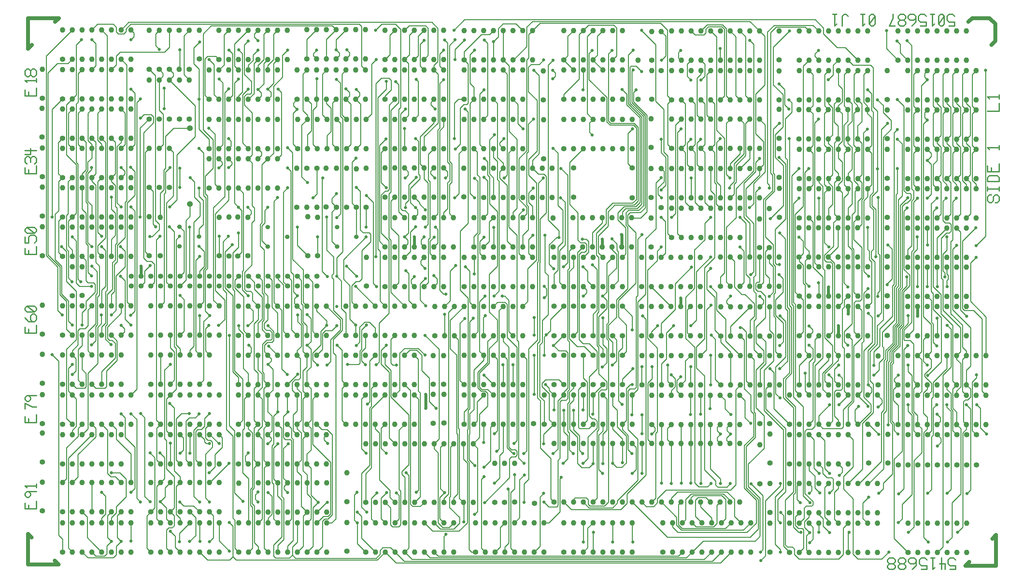
<source format=gbr>
%TF.GenerationSoftware,KiCad,Pcbnew,(5.1.12)-1*%
%TF.CreationDate,2023-01-17T10:30:04+01:00*%
%TF.ProjectId,Graphics,47726170-6869-4637-932e-6b696361645f,rev?*%
%TF.SameCoordinates,Original*%
%TF.FileFunction,Copper,L1,Top*%
%TF.FilePolarity,Positive*%
%FSLAX46Y46*%
G04 Gerber Fmt 4.6, Leading zero omitted, Abs format (unit mm)*
G04 Created by KiCad (PCBNEW (5.1.12)-1) date 2023-01-17 10:30:04*
%MOMM*%
%LPD*%
G01*
G04 APERTURE LIST*
%TA.AperFunction,EtchedComponent*%
%ADD10C,0.300000*%
%TD*%
%TA.AperFunction,EtchedComponent*%
%ADD11C,1.000000*%
%TD*%
%TA.AperFunction,ComponentPad*%
%ADD12O,1.400000X1.400000*%
%TD*%
%TA.AperFunction,ComponentPad*%
%ADD13C,1.400000*%
%TD*%
%TA.AperFunction,ComponentPad*%
%ADD14C,1.500000*%
%TD*%
%TA.AperFunction,ComponentPad*%
%ADD15C,1.350000*%
%TD*%
%TA.AperFunction,ComponentPad*%
%ADD16O,1.200000X1.200000*%
%TD*%
%TA.AperFunction,ViaPad*%
%ADD17C,0.800000*%
%TD*%
%TA.AperFunction,Conductor*%
%ADD18C,0.250000*%
%TD*%
%TA.AperFunction,Conductor*%
%ADD19C,0.800000*%
%TD*%
%TA.AperFunction,Conductor*%
%ADD20C,0.500000*%
%TD*%
G04 APERTURE END LIST*
D10*
%TO.C,REF_uno*%
X258900000Y-21800000D02*
X258900000Y-18800000D01*
X258900000Y-21800000D02*
X259400000Y-21300000D01*
X259400000Y-18800000D02*
X258400000Y-18800000D01*
%TO.C,REF_zero*%
X260500000Y-21300000D02*
X262000000Y-19300000D01*
X261500000Y-21800000D02*
X261000000Y-21800000D01*
X261000000Y-21800000D02*
X260500000Y-21300000D01*
X260500000Y-21300000D02*
X260500000Y-19300000D01*
X260500000Y-19300000D02*
X261000000Y-18800000D01*
X261000000Y-18800000D02*
X261500000Y-18800000D01*
X261500000Y-18800000D02*
X262000000Y-19300000D01*
X262000000Y-19300000D02*
X262000000Y-21300000D01*
X262000000Y-21300000D02*
X261500000Y-21800000D01*
%TO.C,REF_cinque*%
X264200000Y-18800000D02*
X264700000Y-19300000D01*
X263200000Y-18800000D02*
X264200000Y-18800000D01*
X262700000Y-19300000D02*
X263200000Y-18800000D01*
X262700000Y-20300000D02*
X262700000Y-19300000D01*
X263200000Y-20800000D02*
X262700000Y-20300000D01*
X264700000Y-20800000D02*
X263200000Y-20800000D01*
X264700000Y-21800000D02*
X264700000Y-20800000D01*
X264700000Y-21800000D02*
X263200000Y-21800000D01*
%TO.C,REF\u002A\u002A*%
X233500000Y-21800000D02*
X233500000Y-18800000D01*
X233500000Y-21800000D02*
X234000000Y-21300000D01*
X234000000Y-18800000D02*
X233000000Y-18800000D01*
X235500000Y-21800000D02*
X235500000Y-19300000D01*
X235500000Y-19300000D02*
X236000000Y-18800000D01*
X236000000Y-18800000D02*
X236500000Y-18800000D01*
X236500000Y-18800000D02*
X237000000Y-19300000D01*
X240800000Y-21800000D02*
X240800000Y-18800000D01*
X240800000Y-21800000D02*
X241300000Y-21300000D01*
X241300000Y-18800000D02*
X240300000Y-18800000D01*
X242500000Y-21300000D02*
X244000000Y-19300000D01*
X243500000Y-21800000D02*
X243000000Y-21800000D01*
X243000000Y-21800000D02*
X242500000Y-21300000D01*
X242500000Y-21300000D02*
X242500000Y-19300000D01*
X242500000Y-19300000D02*
X243000000Y-18800000D01*
X243000000Y-18800000D02*
X243500000Y-18800000D01*
X243500000Y-18800000D02*
X244000000Y-19300000D01*
X244000000Y-19300000D02*
X244000000Y-21300000D01*
X244000000Y-21300000D02*
X243500000Y-21800000D01*
X248700000Y-18800000D02*
X248700000Y-19300000D01*
X248700000Y-19300000D02*
X248700000Y-19800000D01*
X248700000Y-19800000D02*
X247700000Y-21800000D01*
X247700000Y-21800000D02*
X249200000Y-21800000D01*
X251500000Y-18800000D02*
X250500000Y-18800000D01*
X250500000Y-18800000D02*
X250000000Y-19300000D01*
X250000000Y-19300000D02*
X250000000Y-19800000D01*
X250000000Y-19800000D02*
X250500000Y-20300000D01*
X250500000Y-20300000D02*
X251500000Y-20300000D01*
X251500000Y-20300000D02*
X252000000Y-19800000D01*
X252000000Y-19800000D02*
X252000000Y-19300000D01*
X252000000Y-19300000D02*
X251500000Y-18800000D01*
X251500000Y-20300000D02*
X252000000Y-20800000D01*
X252000000Y-20800000D02*
X252000000Y-21300000D01*
X252000000Y-21300000D02*
X251500000Y-21800000D01*
X251500000Y-21800000D02*
X250500000Y-21800000D01*
X250500000Y-21800000D02*
X250000000Y-21300000D01*
X250000000Y-21300000D02*
X250000000Y-20800000D01*
X250000000Y-20800000D02*
X250500000Y-20300000D01*
X254600000Y-20800000D02*
X253600000Y-21800000D01*
X254600000Y-19800000D02*
X254600000Y-20800000D01*
X253100000Y-18800000D02*
X254100000Y-18800000D01*
X252600000Y-19300000D02*
X253100000Y-18800000D01*
X252600000Y-19800000D02*
X252600000Y-19300000D01*
X253100000Y-20300000D02*
X252600000Y-19800000D01*
X254100000Y-20300000D02*
X253100000Y-20300000D01*
X254600000Y-19800000D02*
X254100000Y-20300000D01*
X254600000Y-19300000D02*
X254600000Y-19800000D01*
X254100000Y-18800000D02*
X254600000Y-19300000D01*
X256800000Y-18800000D02*
X257300000Y-19300000D01*
X255800000Y-18800000D02*
X256800000Y-18800000D01*
X255300000Y-19300000D02*
X255800000Y-18800000D01*
X255300000Y-20300000D02*
X255300000Y-19300000D01*
X255800000Y-20800000D02*
X255300000Y-20300000D01*
X257300000Y-20800000D02*
X255800000Y-20800000D01*
X257300000Y-21800000D02*
X257300000Y-20800000D01*
X257300000Y-21800000D02*
X255800000Y-21800000D01*
X273250000Y-40250000D02*
X276250000Y-40250000D01*
X273250000Y-40250000D02*
X273750000Y-40750000D01*
X276250000Y-40750000D02*
X276250000Y-39750000D01*
X276250000Y-42500000D02*
X276250000Y-42000000D01*
X276250000Y-44000000D02*
X276250000Y-42500000D01*
X273250000Y-44000000D02*
X276250000Y-44000000D01*
X273250000Y-53500000D02*
X276250000Y-53500000D01*
X273250000Y-53500000D02*
X273750000Y-54000000D01*
X276250000Y-54000000D02*
X276250000Y-53000000D01*
X23000000Y-147500000D02*
X26000000Y-147500000D01*
X26000000Y-147500000D02*
X26000000Y-145500000D01*
X23000000Y-147500000D02*
X23000000Y-146000000D01*
X24000000Y-147500000D02*
X24000000Y-146500000D01*
X23000000Y-141500000D02*
X26000000Y-141500000D01*
X23000000Y-141500000D02*
X23500000Y-142000000D01*
X26000000Y-142000000D02*
X26000000Y-141000000D01*
X23500000Y-143000000D02*
X23000000Y-143500000D01*
X23000000Y-143500000D02*
X23000000Y-144000000D01*
X23000000Y-144000000D02*
X23500000Y-144500000D01*
X23500000Y-144500000D02*
X24000000Y-144500000D01*
X24000000Y-144500000D02*
X24500000Y-144000000D01*
X24500000Y-144000000D02*
X24500000Y-143500000D01*
X24500000Y-143500000D02*
X24000000Y-143000000D01*
X23500000Y-143000000D02*
X24000000Y-143000000D01*
X24000000Y-143000000D02*
X26000000Y-143000000D01*
X23000000Y-125000000D02*
X26000000Y-125000000D01*
X26000000Y-125000000D02*
X26000000Y-123000000D01*
X23000000Y-125000000D02*
X23000000Y-123500000D01*
X24000000Y-125000000D02*
X24000000Y-124000000D01*
X23500000Y-118000000D02*
X23000000Y-118500000D01*
X23000000Y-118500000D02*
X23000000Y-119000000D01*
X23000000Y-119000000D02*
X23500000Y-119500000D01*
X23500000Y-119500000D02*
X24000000Y-119500000D01*
X24000000Y-119500000D02*
X24500000Y-119000000D01*
X24500000Y-119000000D02*
X24500000Y-118500000D01*
X24500000Y-118500000D02*
X24000000Y-118000000D01*
X23500000Y-118000000D02*
X24000000Y-118000000D01*
X24000000Y-118000000D02*
X26000000Y-118000000D01*
X26000000Y-121000000D02*
X25500000Y-121000000D01*
X25500000Y-121000000D02*
X25000000Y-121000000D01*
X25000000Y-121000000D02*
X23000000Y-120000000D01*
X23000000Y-120000000D02*
X23000000Y-121500000D01*
X23500000Y-94750000D02*
X25500000Y-96250000D01*
X23000000Y-101750000D02*
X26000000Y-101750000D01*
X26000000Y-101750000D02*
X26000000Y-99750000D01*
X23000000Y-101750000D02*
X23000000Y-100250000D01*
X24000000Y-101750000D02*
X24000000Y-100750000D01*
X26000000Y-98250000D02*
X25500000Y-98750000D01*
X25500000Y-98750000D02*
X25000000Y-98750000D01*
X25000000Y-98750000D02*
X24500000Y-98250000D01*
X24500000Y-98250000D02*
X24500000Y-97250000D01*
X24500000Y-97250000D02*
X25000000Y-96750000D01*
X25000000Y-96750000D02*
X25500000Y-96750000D01*
X25500000Y-96750000D02*
X26000000Y-97250000D01*
X26000000Y-97250000D02*
X26000000Y-98250000D01*
X25000000Y-98750000D02*
X24000000Y-98750000D01*
X24000000Y-98750000D02*
X23000000Y-97750000D01*
X23000000Y-95750000D02*
X23000000Y-95250000D01*
X23000000Y-95250000D02*
X23500000Y-94750000D01*
X23500000Y-94750000D02*
X25500000Y-94750000D01*
X25500000Y-94750000D02*
X26000000Y-95250000D01*
X26000000Y-95250000D02*
X26000000Y-95750000D01*
X26000000Y-95750000D02*
X25500000Y-96250000D01*
X25500000Y-96250000D02*
X23500000Y-96250000D01*
X23500000Y-96250000D02*
X23000000Y-95750000D01*
X23500000Y-74250000D02*
X25500000Y-75750000D01*
X23000000Y-81250000D02*
X26000000Y-81250000D01*
X26000000Y-81250000D02*
X26000000Y-79250000D01*
X23000000Y-81250000D02*
X23000000Y-79750000D01*
X24000000Y-81250000D02*
X24000000Y-80250000D01*
X23000000Y-75250000D02*
X23000000Y-74750000D01*
X23000000Y-74750000D02*
X23500000Y-74250000D01*
X23500000Y-74250000D02*
X25500000Y-74250000D01*
X25500000Y-74250000D02*
X26000000Y-74750000D01*
X26000000Y-74750000D02*
X26000000Y-75250000D01*
X26000000Y-75250000D02*
X25500000Y-75750000D01*
X25500000Y-75750000D02*
X23500000Y-75750000D01*
X23500000Y-75750000D02*
X23000000Y-75250000D01*
X23000000Y-78250000D02*
X23000000Y-76750000D01*
X23000000Y-78250000D02*
X24000000Y-78250000D01*
X24000000Y-78250000D02*
X24000000Y-76750000D01*
X24000000Y-76750000D02*
X24500000Y-76250000D01*
X24500000Y-76250000D02*
X25500000Y-76250000D01*
X25500000Y-76250000D02*
X26000000Y-76750000D01*
X26000000Y-76750000D02*
X26000000Y-77750000D01*
X26000000Y-77750000D02*
X25500000Y-78250000D01*
X24500000Y-55250000D02*
X24500000Y-53750000D01*
X23000000Y-55250000D02*
X24500000Y-55250000D01*
X26000000Y-54250000D02*
X23000000Y-54250000D01*
X23000000Y-60250000D02*
X26000000Y-60250000D01*
X26000000Y-60250000D02*
X26000000Y-58250000D01*
X23000000Y-60250000D02*
X23000000Y-58750000D01*
X24000000Y-60250000D02*
X24000000Y-59250000D01*
X23500000Y-57750000D02*
X23000000Y-57250000D01*
X23000000Y-57250000D02*
X23000000Y-56250000D01*
X23000000Y-56250000D02*
X23500000Y-55750000D01*
X23500000Y-55750000D02*
X24000000Y-55750000D01*
X24000000Y-55750000D02*
X24500000Y-56250000D01*
X24500000Y-56250000D02*
X24500000Y-57250000D01*
X24500000Y-56250000D02*
X25000000Y-55750000D01*
X25000000Y-55750000D02*
X25500000Y-55750000D01*
X25500000Y-55750000D02*
X26000000Y-56250000D01*
X26000000Y-56250000D02*
X26000000Y-57250000D01*
X26000000Y-57250000D02*
X25500000Y-57750000D01*
X248750000Y-160250000D02*
X247750000Y-160250000D01*
X247750000Y-160250000D02*
X247250000Y-160750000D01*
X247250000Y-160750000D02*
X247250000Y-161250000D01*
X247250000Y-161250000D02*
X247750000Y-161750000D01*
X247750000Y-161750000D02*
X248750000Y-161750000D01*
X248750000Y-161750000D02*
X249250000Y-161250000D01*
X249250000Y-161250000D02*
X249250000Y-160750000D01*
X249250000Y-160750000D02*
X248750000Y-160250000D01*
X248750000Y-161750000D02*
X249250000Y-162250000D01*
X249250000Y-162250000D02*
X249250000Y-162750000D01*
X249250000Y-162750000D02*
X248750000Y-163250000D01*
X248750000Y-163250000D02*
X247750000Y-163250000D01*
X247750000Y-163250000D02*
X247250000Y-162750000D01*
X247250000Y-162750000D02*
X247250000Y-162250000D01*
X247250000Y-162250000D02*
X247750000Y-161750000D01*
X251500000Y-160250000D02*
X250500000Y-160250000D01*
X250500000Y-160250000D02*
X250000000Y-160750000D01*
X250000000Y-160750000D02*
X250000000Y-161250000D01*
X250000000Y-161250000D02*
X250500000Y-161750000D01*
X250500000Y-161750000D02*
X251500000Y-161750000D01*
X251500000Y-161750000D02*
X252000000Y-161250000D01*
X252000000Y-161250000D02*
X252000000Y-160750000D01*
X252000000Y-160750000D02*
X251500000Y-160250000D01*
X251500000Y-161750000D02*
X252000000Y-162250000D01*
X252000000Y-162250000D02*
X252000000Y-162750000D01*
X252000000Y-162750000D02*
X251500000Y-163250000D01*
X251500000Y-163250000D02*
X250500000Y-163250000D01*
X250500000Y-163250000D02*
X250000000Y-162750000D01*
X250000000Y-162750000D02*
X250000000Y-162250000D01*
X250000000Y-162250000D02*
X250500000Y-161750000D01*
X254650000Y-162250000D02*
X253650000Y-163250000D01*
X254650000Y-161250000D02*
X254650000Y-162250000D01*
X253150000Y-160250000D02*
X254150000Y-160250000D01*
X252650000Y-160750000D02*
X253150000Y-160250000D01*
X252650000Y-161250000D02*
X252650000Y-160750000D01*
X253150000Y-161750000D02*
X252650000Y-161250000D01*
X254150000Y-161750000D02*
X253150000Y-161750000D01*
X254650000Y-161250000D02*
X254150000Y-161750000D01*
X254650000Y-160750000D02*
X254650000Y-161250000D01*
X254150000Y-160250000D02*
X254650000Y-160750000D01*
X257000000Y-160250000D02*
X257500000Y-160750000D01*
X256000000Y-160250000D02*
X257000000Y-160250000D01*
X255500000Y-160750000D02*
X256000000Y-160250000D01*
X255500000Y-161750000D02*
X255500000Y-160750000D01*
X256000000Y-162250000D02*
X255500000Y-161750000D01*
X257500000Y-162250000D02*
X256000000Y-162250000D01*
X257500000Y-163250000D02*
X257500000Y-162250000D01*
X257500000Y-163250000D02*
X256000000Y-163250000D01*
X259000000Y-163250000D02*
X259000000Y-160250000D01*
X259000000Y-163250000D02*
X259500000Y-162750000D01*
X259500000Y-160250000D02*
X258500000Y-160250000D01*
X261250000Y-160250000D02*
X261250000Y-163250000D01*
X262250000Y-163250000D02*
X262250000Y-161750000D01*
X262250000Y-161750000D02*
X260750000Y-161750000D01*
%TO.C,REF5*%
X264450000Y-160250000D02*
X264950000Y-160750000D01*
X263450000Y-160250000D02*
X264450000Y-160250000D01*
X262950000Y-160750000D02*
X263450000Y-160250000D01*
X262950000Y-161750000D02*
X262950000Y-160750000D01*
X263450000Y-162250000D02*
X262950000Y-161750000D01*
X264950000Y-162250000D02*
X263450000Y-162250000D01*
X264950000Y-163250000D02*
X264950000Y-162250000D01*
X264950000Y-163250000D02*
X263450000Y-163250000D01*
%TO.C,REF\u002A\u002A*%
X273250000Y-59750000D02*
X276250000Y-59750000D01*
X276250000Y-59750000D02*
X276250000Y-57750000D01*
X273250000Y-59750000D02*
X273250000Y-58250000D01*
X274250000Y-59750000D02*
X274250000Y-58750000D01*
X276250000Y-62250000D02*
X273250000Y-62250000D01*
X273250000Y-62250000D02*
X273250000Y-61250000D01*
X273250000Y-61250000D02*
X273750000Y-60750000D01*
X273750000Y-60750000D02*
X275750000Y-60750000D01*
X275750000Y-60750000D02*
X276250000Y-61250000D01*
X276250000Y-61250000D02*
X276250000Y-62250000D01*
X273250000Y-64250000D02*
X276250000Y-64250000D01*
X276250000Y-64750000D02*
X276250000Y-63750000D01*
X273250000Y-64750000D02*
X273250000Y-63750000D01*
X274250000Y-65750000D02*
X273750000Y-65750000D01*
X273750000Y-65750000D02*
X273250000Y-66250000D01*
X273250000Y-66250000D02*
X273250000Y-67250000D01*
X273250000Y-67250000D02*
X273750000Y-67750000D01*
X273750000Y-67750000D02*
X274250000Y-67750000D01*
X274250000Y-67750000D02*
X274750000Y-67250000D01*
X274750000Y-67250000D02*
X274750000Y-66250000D01*
X274750000Y-66250000D02*
X275250000Y-65750000D01*
X275250000Y-65750000D02*
X275750000Y-65750000D01*
X275750000Y-65750000D02*
X276250000Y-66250000D01*
X276250000Y-66250000D02*
X276250000Y-67250000D01*
X276250000Y-67250000D02*
X275750000Y-67750000D01*
X275750000Y-67750000D02*
X275250000Y-67750000D01*
X23000000Y-40000000D02*
X26000000Y-40000000D01*
X26000000Y-40000000D02*
X26000000Y-38000000D01*
X23000000Y-40000000D02*
X23000000Y-38500000D01*
X24000000Y-40000000D02*
X24000000Y-39000000D01*
X23000000Y-36000000D02*
X26000000Y-36000000D01*
X23000000Y-36000000D02*
X23500000Y-36500000D01*
X26000000Y-36500000D02*
X26000000Y-35500000D01*
X26000000Y-34500000D02*
X26000000Y-33500000D01*
X26000000Y-33500000D02*
X25500000Y-33000000D01*
X25500000Y-33000000D02*
X25000000Y-33000000D01*
X25000000Y-33000000D02*
X24500000Y-33500000D01*
X24500000Y-33500000D02*
X24500000Y-34500000D01*
X24500000Y-34500000D02*
X25000000Y-35000000D01*
X25000000Y-35000000D02*
X25500000Y-35000000D01*
X25500000Y-35000000D02*
X26000000Y-34500000D01*
X24500000Y-34500000D02*
X24000000Y-35000000D01*
X24000000Y-35000000D02*
X23500000Y-35000000D01*
X23500000Y-35000000D02*
X23000000Y-34500000D01*
X23000000Y-34500000D02*
X23000000Y-33500000D01*
X23000000Y-33500000D02*
X23500000Y-33000000D01*
X23500000Y-33000000D02*
X24000000Y-33000000D01*
X24000000Y-33000000D02*
X24500000Y-33500000D01*
D11*
X31800000Y-19750000D02*
X23800000Y-19750000D01*
X23800000Y-19750000D02*
X23800000Y-27750000D01*
X23800000Y-27750000D02*
X24800000Y-26750000D01*
X31800000Y-19750000D02*
X30800000Y-20750000D01*
X275250000Y-25750000D02*
X274250000Y-26750000D01*
X275250000Y-21250000D02*
X273750000Y-19750000D01*
X269250000Y-19750000D02*
X268250000Y-20750000D01*
X273750000Y-19750000D02*
X269250000Y-19750000D01*
X275250000Y-25750000D02*
X275250000Y-21250000D01*
%TO.C,REF1A*%
X267450000Y-162250000D02*
X275450000Y-162250000D01*
X275450000Y-162250000D02*
X275450000Y-154250000D01*
X275450000Y-154250000D02*
X274450000Y-155250000D01*
X267450000Y-162250000D02*
X268450000Y-161250000D01*
%TO.C,REF\u002A\u002A*%
X23750000Y-153950000D02*
X23750000Y-161950000D01*
X23750000Y-161950000D02*
X31750000Y-161950000D01*
X31750000Y-161950000D02*
X30750000Y-160950000D01*
X23750000Y-153950000D02*
X24750000Y-154950000D01*
%TD*%
D12*
%TO.P,U17,16*%
%TO.N,+5V*%
X70880000Y-33280000D03*
%TO.P,U17,8*%
%TO.N,GND*%
X88660000Y-40900000D03*
%TO.P,U17,15*%
%TO.N,RAMOut0*%
X73420000Y-33280000D03*
%TO.P,U17,7*%
%TO.N,RAMOut7*%
X86120000Y-40900000D03*
%TO.P,U17,14*%
%TO.N,Net-(U17-Pad14)*%
X75960000Y-33280000D03*
%TO.P,U17,6*%
%TO.N,RAMOut6*%
X83580000Y-40900000D03*
%TO.P,U17,13*%
%TO.N,Net-(U14-Pad6)*%
X78500000Y-33280000D03*
%TO.P,U17,5*%
%TO.N,RAMOut5*%
X81040000Y-40900000D03*
%TO.P,U17,12*%
%TO.N,Net-(U17-Pad12)*%
X81040000Y-33280000D03*
%TO.P,U17,4*%
%TO.N,RAMOut4*%
X78500000Y-40900000D03*
%TO.P,U17,11*%
%TO.N,Sclk*%
X83580000Y-33280000D03*
%TO.P,U17,3*%
%TO.N,RAMOut3*%
X75960000Y-40900000D03*
%TO.P,U17,10*%
%TO.N,~ClkSel*%
X86120000Y-33280000D03*
%TO.P,U17,2*%
%TO.N,RAMOut2*%
X73420000Y-40900000D03*
%TO.P,U17,9*%
%TO.N,Net-(U17-Pad9)*%
X88660000Y-33280000D03*
D13*
%TO.P,U17,1*%
%TO.N,RAMOut1*%
X70880000Y-40900000D03*
%TD*%
D12*
%TO.P,U8,16*%
%TO.N,+5V*%
X73420000Y-22880000D03*
%TO.P,U8,8*%
%TO.N,GND*%
X91200000Y-30500000D03*
%TO.P,U8,15*%
%TO.N,RAMOut0*%
X75960000Y-22880000D03*
%TO.P,U8,7*%
%TO.N,RAMOut7*%
X88660000Y-30500000D03*
%TO.P,U8,14*%
%TO.N,Net-(U8-Pad14)*%
X78500000Y-22880000D03*
%TO.P,U8,6*%
%TO.N,RAMOut6*%
X86120000Y-30500000D03*
%TO.P,U8,13*%
%TO.N,Net-(U14-Pad6)*%
X81040000Y-22880000D03*
%TO.P,U8,5*%
%TO.N,RAMOut5*%
X83580000Y-30500000D03*
%TO.P,U8,12*%
%TO.N,Net-(U43-Pad9)*%
X83580000Y-22880000D03*
%TO.P,U8,4*%
%TO.N,RAMOut4*%
X81040000Y-30500000D03*
%TO.P,U8,11*%
%TO.N,Sclk*%
X86120000Y-22880000D03*
%TO.P,U8,3*%
%TO.N,RAMOut3*%
X78500000Y-30500000D03*
%TO.P,U8,10*%
%TO.N,~ClkSel*%
X88660000Y-22880000D03*
%TO.P,U8,2*%
%TO.N,RAMOut2*%
X75960000Y-30500000D03*
%TO.P,U8,9*%
%TO.N,Net-(U8-Pad9)*%
X91200000Y-22880000D03*
D13*
%TO.P,U8,1*%
%TO.N,RAMOut1*%
X73420000Y-30500000D03*
%TD*%
D12*
%TO.P,C3,2*%
%TO.N,+5V*%
X68300000Y-22900000D03*
D13*
%TO.P,C3,1*%
%TO.N,GND*%
X68300000Y-30400000D03*
%TD*%
D12*
%TO.P,R1,2*%
%TO.N,Net-(Q2-Pad1)*%
X65700000Y-22940000D03*
D13*
%TO.P,R1,1*%
%TO.N,Net-(R1-Pad1)*%
X65700000Y-33100000D03*
%TD*%
D12*
%TO.P,R2,2*%
%TO.N,Net-(R2-Pad2)*%
X63090000Y-33100000D03*
D13*
%TO.P,R2,1*%
%TO.N,+5V*%
X63090000Y-22940000D03*
%TD*%
D12*
%TO.P,R4,2*%
%TO.N,Net-(R4-Pad2)*%
X57900000Y-22940000D03*
D13*
%TO.P,R4,1*%
%TO.N,Net-(Q3-Pad1)*%
X57900000Y-33100000D03*
%TD*%
D12*
%TO.P,R3,2*%
%TO.N,Net-(R3-Pad2)*%
X60500000Y-22940000D03*
D13*
%TO.P,R3,1*%
%TO.N,Net-(Q1-Pad1)*%
X60500000Y-33100000D03*
%TD*%
D12*
%TO.P,R5,2*%
%TO.N,Net-(Q2-Pad1)*%
X55300000Y-22940000D03*
D13*
%TO.P,R5,1*%
%TO.N,Net-(R5-Pad1)*%
X55300000Y-33100000D03*
%TD*%
D12*
%TO.P,U9,16*%
%TO.N,+5V*%
X32750000Y-22820000D03*
%TO.P,U9,8*%
%TO.N,GND*%
X50530000Y-30440000D03*
%TO.P,U9,15*%
%TO.N,Pixel3*%
X35290000Y-22820000D03*
%TO.P,U9,7*%
%TO.N,Pixel2*%
X47990000Y-30440000D03*
%TO.P,U9,14*%
%TO.N,Net-(U8-Pad9)*%
X37830000Y-22820000D03*
%TO.P,U9,6*%
%TO.N,Net-(U17-Pad9)*%
X45450000Y-30440000D03*
%TO.P,U9,13*%
%TO.N,Net-(U16-Pad9)*%
X40370000Y-22820000D03*
%TO.P,U9,5*%
%TO.N,Net-(U9-Pad5)*%
X42910000Y-30440000D03*
%TO.P,U9,12*%
%TO.N,Pixel1*%
X42910000Y-22820000D03*
%TO.P,U9,4*%
%TO.N,GND*%
X40370000Y-30440000D03*
%TO.P,U9,11*%
%TO.N,Net-(U6-Pad8)*%
X45450000Y-22820000D03*
%TO.P,U9,3*%
%TO.N,Net-(U25-Pad9)*%
X37830000Y-30440000D03*
%TO.P,U9,10*%
%TO.N,~D3Blank*%
X47990000Y-22820000D03*
%TO.P,U9,2*%
%TO.N,Pixel0*%
X35290000Y-30440000D03*
%TO.P,U9,9*%
%TO.N,SRMclk*%
X50530000Y-22820000D03*
D13*
%TO.P,U9,1*%
%TO.N,Net-(R2-Pad2)*%
X32750000Y-30440000D03*
%TD*%
D12*
%TO.P,U18,16*%
%TO.N,+5V*%
X32760000Y-33160000D03*
%TO.P,U18,8*%
%TO.N,GND*%
X50540000Y-40780000D03*
%TO.P,U18,15*%
%TO.N,Net-(U18-Pad15)*%
X35300000Y-33160000D03*
%TO.P,U18,7*%
%TO.N,+5V*%
X48000000Y-40780000D03*
%TO.P,U18,14*%
%TO.N,MonoDAC2*%
X37840000Y-33160000D03*
%TO.P,U18,6*%
%TO.N,RedCLUT2*%
X45460000Y-40780000D03*
%TO.P,U18,13*%
%TO.N,Net-(R4-Pad2)*%
X40380000Y-33160000D03*
%TO.P,U18,5*%
%TO.N,GreenCLUT2*%
X42920000Y-40780000D03*
%TO.P,U18,12*%
%TO.N,Net-(R1-Pad1)*%
X42920000Y-33160000D03*
%TO.P,U18,4*%
%TO.N,BlueCLUT2*%
X40380000Y-40780000D03*
%TO.P,U18,11*%
%TO.N,Net-(R3-Pad2)*%
X45460000Y-33160000D03*
%TO.P,U18,3*%
%TO.N,MonoCLUT2*%
X37840000Y-40780000D03*
%TO.P,U18,10*%
%TO.N,+5V*%
X48000000Y-33160000D03*
%TO.P,U18,2*%
%TO.N,SRMclk*%
X35300000Y-40780000D03*
%TO.P,U18,9*%
%TO.N,GND*%
X50540000Y-33160000D03*
D13*
%TO.P,U18,1*%
%TO.N,~ClrDAC*%
X32760000Y-40780000D03*
%TD*%
D12*
%TO.P,R11,2*%
%TO.N,Net-(Q1-Pad1)*%
X55300000Y-35840000D03*
D13*
%TO.P,R11,1*%
%TO.N,Net-(R11-Pad1)*%
X55300000Y-46000000D03*
%TD*%
D12*
%TO.P,R10,2*%
%TO.N,Net-(Q3-Pad1)*%
X57900000Y-35840000D03*
D13*
%TO.P,R10,1*%
%TO.N,Net-(R10-Pad1)*%
X57900000Y-46000000D03*
%TD*%
D12*
%TO.P,R9,2*%
%TO.N,Net-(Q1-Pad1)*%
X60510000Y-35840000D03*
D13*
%TO.P,R9,1*%
%TO.N,Net-(R9-Pad1)*%
X60510000Y-46000000D03*
%TD*%
D12*
%TO.P,R8,2*%
%TO.N,Net-(Q2-Pad1)*%
X63170000Y-35840000D03*
D13*
%TO.P,R8,1*%
%TO.N,SyncOnGreen*%
X63170000Y-46000000D03*
%TD*%
D12*
%TO.P,R7,2*%
%TO.N,Net-(Q2-Pad1)*%
X65700000Y-35840000D03*
D13*
%TO.P,R7,1*%
%TO.N,Net-(R7-Pad1)*%
X65700000Y-46000000D03*
%TD*%
D12*
%TO.P,C8,2*%
%TO.N,+5V*%
X27475000Y-33075000D03*
D13*
%TO.P,C8,1*%
%TO.N,GND*%
X27475000Y-40575000D03*
%TD*%
D12*
%TO.P,U27,16*%
%TO.N,+5V*%
X32740000Y-43440000D03*
%TO.P,U27,8*%
%TO.N,GND*%
X50520000Y-51060000D03*
%TO.P,U27,15*%
%TO.N,CLUTAddr1*%
X35280000Y-43440000D03*
%TO.P,U27,7*%
%TO.N,GreenCLUT1*%
X47980000Y-51060000D03*
%TO.P,U27,14*%
%TO.N,CLUTAddr2*%
X37820000Y-43440000D03*
%TO.P,U27,6*%
%TO.N,BuffData1*%
X45440000Y-51060000D03*
%TO.P,U27,13*%
%TO.N,CLUTAddr3*%
X40360000Y-43440000D03*
%TO.P,U27,5*%
%TO.N,GreenCLUT0*%
X42900000Y-51060000D03*
%TO.P,U27,12*%
%TO.N,BuffData3*%
X42900000Y-43440000D03*
%TO.P,U27,4*%
%TO.N,BuffData0*%
X40360000Y-51060000D03*
%TO.P,U27,11*%
%TO.N,GreenCLUT3*%
X45440000Y-43440000D03*
%TO.P,U27,3*%
%TO.N,~CLUTWr*%
X37820000Y-51060000D03*
%TO.P,U27,10*%
%TO.N,BuffData2*%
X47980000Y-43440000D03*
%TO.P,U27,2*%
%TO.N,~CLUTLCS*%
X35280000Y-51060000D03*
%TO.P,U27,9*%
%TO.N,GreenCLUT2*%
X50520000Y-43440000D03*
D13*
%TO.P,U27,1*%
%TO.N,CLUTAddr0*%
X32740000Y-51060000D03*
%TD*%
D12*
%TO.P,C12,2*%
%TO.N,+5V*%
X27450000Y-43225000D03*
D13*
%TO.P,C12,1*%
%TO.N,GND*%
X27450000Y-50725000D03*
%TD*%
D12*
%TO.P,U26,16*%
%TO.N,+5V*%
X70880000Y-46080000D03*
%TO.P,U26,8*%
%TO.N,GND*%
X88660000Y-53700000D03*
%TO.P,U26,15*%
%TO.N,Net-(U26-Pad15)*%
X73420000Y-46080000D03*
%TO.P,U26,7*%
%TO.N,+5V*%
X86120000Y-53700000D03*
%TO.P,U26,14*%
%TO.N,MonoDAC3*%
X75960000Y-46080000D03*
%TO.P,U26,6*%
%TO.N,RedCLUT3*%
X83580000Y-53700000D03*
%TO.P,U26,13*%
%TO.N,Net-(R10-Pad1)*%
X78500000Y-46080000D03*
%TO.P,U26,5*%
%TO.N,GreenCLUT3*%
X81040000Y-53700000D03*
%TO.P,U26,12*%
%TO.N,Net-(R7-Pad1)*%
X81040000Y-46080000D03*
%TO.P,U26,4*%
%TO.N,BlueCLUT3*%
X78500000Y-53700000D03*
%TO.P,U26,11*%
%TO.N,Net-(R9-Pad1)*%
X83580000Y-46080000D03*
%TO.P,U26,3*%
%TO.N,MonoCLUT3*%
X75960000Y-53700000D03*
%TO.P,U26,10*%
%TO.N,+5V*%
X86120000Y-46080000D03*
%TO.P,U26,2*%
%TO.N,SRMclk*%
X73420000Y-53700000D03*
%TO.P,U26,9*%
%TO.N,GND*%
X88660000Y-46080000D03*
D13*
%TO.P,U26,1*%
%TO.N,~ClrDAC*%
X70880000Y-53700000D03*
%TD*%
D12*
%TO.P,U34,16*%
%TO.N,+5V*%
X70870000Y-56400000D03*
%TO.P,U34,8*%
%TO.N,GND*%
X88650000Y-64020000D03*
%TO.P,U34,15*%
%TO.N,CLUTAddr1*%
X73410000Y-56400000D03*
%TO.P,U34,7*%
%TO.N,RedCLUT1*%
X86110000Y-64020000D03*
%TO.P,U34,14*%
%TO.N,CLUTAddr2*%
X75950000Y-56400000D03*
%TO.P,U34,6*%
%TO.N,BuffData5*%
X83570000Y-64020000D03*
%TO.P,U34,13*%
%TO.N,CLUTAddr3*%
X78490000Y-56400000D03*
%TO.P,U34,5*%
%TO.N,RedCLUT0*%
X81030000Y-64020000D03*
%TO.P,U34,12*%
%TO.N,BuffData7*%
X81030000Y-56400000D03*
%TO.P,U34,4*%
%TO.N,BuffData4*%
X78490000Y-64020000D03*
%TO.P,U34,11*%
%TO.N,RedCLUT3*%
X83570000Y-56400000D03*
%TO.P,U34,3*%
%TO.N,~CLUTWr*%
X75950000Y-64020000D03*
%TO.P,U34,10*%
%TO.N,BuffData6*%
X86110000Y-56400000D03*
%TO.P,U34,2*%
%TO.N,~CLUTLCS*%
X73410000Y-64020000D03*
%TO.P,U34,9*%
%TO.N,RedCLUT2*%
X88650000Y-56400000D03*
D13*
%TO.P,U34,1*%
%TO.N,CLUTAddr0*%
X70870000Y-64020000D03*
%TD*%
D14*
%TO.P,R29,1*%
%TO.N,Vref*%
X65900000Y-48400000D03*
%TO.P,R29,2*%
%TO.N,+12V*%
X65900000Y-68100000D03*
%TD*%
D12*
%TO.P,R16,2*%
%TO.N,+12V*%
X60560000Y-53640000D03*
D13*
%TO.P,R16,1*%
%TO.N,Vbias*%
X60560000Y-63800000D03*
%TD*%
D12*
%TO.P,R17,2*%
%TO.N,Net-(Q3-Pad1)*%
X57900000Y-53640000D03*
D13*
%TO.P,R17,1*%
%TO.N,Net-(R17-Pad1)*%
X57900000Y-63800000D03*
%TD*%
D12*
%TO.P,R18,2*%
%TO.N,Net-(Q3-Pad1)*%
X55300000Y-53640000D03*
D13*
%TO.P,R18,1*%
%TO.N,Net-(R18-Pad1)*%
X55300000Y-63800000D03*
%TD*%
D12*
%TO.P,U35,16*%
%TO.N,+5V*%
X32730000Y-53650000D03*
%TO.P,U35,8*%
%TO.N,GND*%
X50510000Y-61270000D03*
%TO.P,U35,15*%
%TO.N,CLUTAddr1*%
X35270000Y-53650000D03*
%TO.P,U35,7*%
%TO.N,BlueCLUT1*%
X47970000Y-61270000D03*
%TO.P,U35,14*%
%TO.N,CLUTAddr2*%
X37810000Y-53650000D03*
%TO.P,U35,6*%
%TO.N,BuffData1*%
X45430000Y-61270000D03*
%TO.P,U35,13*%
%TO.N,CLUTAddr3*%
X40350000Y-53650000D03*
%TO.P,U35,5*%
%TO.N,BlueCLUT0*%
X42890000Y-61270000D03*
%TO.P,U35,12*%
%TO.N,BuffData3*%
X42890000Y-53650000D03*
%TO.P,U35,4*%
%TO.N,BuffData0*%
X40350000Y-61270000D03*
%TO.P,U35,11*%
%TO.N,BlueCLUT3*%
X45430000Y-53650000D03*
%TO.P,U35,3*%
%TO.N,~CLUTWr*%
X37810000Y-61270000D03*
%TO.P,U35,10*%
%TO.N,BuffData2*%
X47970000Y-53650000D03*
%TO.P,U35,2*%
%TO.N,~CLUTHCS*%
X35270000Y-61270000D03*
%TO.P,U35,9*%
%TO.N,BlueCLUT2*%
X50510000Y-53650000D03*
D13*
%TO.P,U35,1*%
%TO.N,CLUTAddr0*%
X32730000Y-61270000D03*
%TD*%
D12*
%TO.P,C19,2*%
%TO.N,+5V*%
X27475000Y-53550000D03*
D13*
%TO.P,C19,1*%
%TO.N,GND*%
X27475000Y-61050000D03*
%TD*%
D12*
%TO.P,C20,2*%
%TO.N,+5V*%
X27475000Y-63750000D03*
D13*
%TO.P,C20,1*%
%TO.N,GND*%
X27475000Y-71250000D03*
%TD*%
D12*
%TO.P,U44,16*%
%TO.N,+5V*%
X32750000Y-63920000D03*
%TO.P,U44,8*%
%TO.N,GND*%
X50530000Y-71540000D03*
%TO.P,U44,15*%
%TO.N,Net-(U44-Pad15)*%
X35290000Y-63920000D03*
%TO.P,U44,7*%
%TO.N,+5V*%
X47990000Y-71540000D03*
%TO.P,U44,14*%
%TO.N,MonoDAC1*%
X37830000Y-63920000D03*
%TO.P,U44,6*%
%TO.N,RedCLUT1*%
X45450000Y-71540000D03*
%TO.P,U44,13*%
%TO.N,Net-(R17-Pad1)*%
X40370000Y-63920000D03*
%TO.P,U44,5*%
%TO.N,GreenCLUT1*%
X42910000Y-71540000D03*
%TO.P,U44,12*%
%TO.N,Net-(R15-Pad2)*%
X42910000Y-63920000D03*
%TO.P,U44,4*%
%TO.N,BlueCLUT1*%
X40370000Y-71540000D03*
%TO.P,U44,11*%
%TO.N,Net-(R13-Pad2)*%
X45450000Y-63920000D03*
%TO.P,U44,3*%
%TO.N,MonoCLUT1*%
X37830000Y-71540000D03*
%TO.P,U44,10*%
%TO.N,+5V*%
X47990000Y-63920000D03*
%TO.P,U44,2*%
%TO.N,SRMclk*%
X35290000Y-71540000D03*
%TO.P,U44,9*%
%TO.N,GND*%
X50530000Y-63920000D03*
D13*
%TO.P,U44,1*%
%TO.N,~ClrDAC*%
X32750000Y-71540000D03*
%TD*%
D12*
%TO.P,C30,2*%
%TO.N,+5V*%
X27475000Y-74075000D03*
D13*
%TO.P,C30,1*%
%TO.N,GND*%
X27475000Y-81575000D03*
%TD*%
D12*
%TO.P,U52,16*%
%TO.N,+5V*%
X32750000Y-74160000D03*
%TO.P,U52,8*%
%TO.N,GND*%
X50530000Y-81780000D03*
%TO.P,U52,15*%
%TO.N,Net-(U52-Pad15)*%
X35290000Y-74160000D03*
%TO.P,U52,7*%
%TO.N,+5V*%
X47990000Y-81780000D03*
%TO.P,U52,14*%
%TO.N,MonoDAC0*%
X37830000Y-74160000D03*
%TO.P,U52,6*%
%TO.N,RedCLUT0*%
X45450000Y-81780000D03*
%TO.P,U52,13*%
%TO.N,Net-(R18-Pad1)*%
X40370000Y-74160000D03*
%TO.P,U52,5*%
%TO.N,GreenCLUT0*%
X42910000Y-81780000D03*
%TO.P,U52,12*%
%TO.N,Net-(R5-Pad1)*%
X42910000Y-74160000D03*
%TO.P,U52,4*%
%TO.N,BlueCLUT0*%
X40370000Y-81780000D03*
%TO.P,U52,11*%
%TO.N,Net-(R11-Pad1)*%
X45450000Y-74160000D03*
%TO.P,U52,3*%
%TO.N,MonoCLUT0*%
X37830000Y-81780000D03*
%TO.P,U52,10*%
%TO.N,+5V*%
X47990000Y-74160000D03*
%TO.P,U52,2*%
%TO.N,SRMclk*%
X35290000Y-81780000D03*
%TO.P,U52,9*%
%TO.N,GND*%
X50530000Y-74160000D03*
D13*
%TO.P,U52,1*%
%TO.N,~ClrDAC*%
X32750000Y-81780000D03*
%TD*%
D12*
%TO.P,C27,2*%
%TO.N,Vref*%
X80910000Y-71590000D03*
D13*
%TO.P,C27,1*%
%TO.N,GND*%
X80910000Y-81590000D03*
%TD*%
D12*
%TO.P,R23,2*%
%TO.N,Vref*%
X78300000Y-71540000D03*
D13*
%TO.P,R23,1*%
%TO.N,Net-(Q2-Pad1)*%
X78300000Y-81700000D03*
%TD*%
D12*
%TO.P,R24,2*%
%TO.N,GND*%
X76020000Y-71550000D03*
D13*
%TO.P,R24,1*%
%TO.N,BVid*%
X76020000Y-81710000D03*
%TD*%
D12*
%TO.P,C28,2*%
%TO.N,GND*%
X73510000Y-71610000D03*
D13*
%TO.P,C28,1*%
%TO.N,Vbias*%
X73510000Y-81610000D03*
%TD*%
D12*
%TO.P,C29,2*%
%TO.N,Vref*%
X58170000Y-71610000D03*
D13*
%TO.P,C29,1*%
%TO.N,GND*%
X58170000Y-81610000D03*
%TD*%
D12*
%TO.P,R20,2*%
%TO.N,Vref*%
X55320000Y-71450000D03*
D13*
%TO.P,R20,1*%
%TO.N,Net-(Q3-Pad1)*%
X55320000Y-81610000D03*
%TD*%
D12*
%TO.P,C35,2*%
%TO.N,+5V*%
X35290000Y-84470000D03*
D13*
%TO.P,C35,1*%
%TO.N,GND*%
X35290000Y-91970000D03*
%TD*%
D12*
%TO.P,C34,2*%
%TO.N,+5V*%
X37840000Y-84460000D03*
D13*
%TO.P,C34,1*%
%TO.N,GND*%
X37840000Y-91960000D03*
%TD*%
D12*
%TO.P,U100,20*%
%TO.N,+5V*%
X78550000Y-151100000D03*
%TO.P,U100,10*%
%TO.N,GND*%
X101410000Y-158720000D03*
%TO.P,U100,19*%
%TO.N,RAMWr0*%
X81090000Y-151100000D03*
%TO.P,U100,9*%
%TO.N,RAMWr4*%
X98870000Y-158720000D03*
%TO.P,U100,18*%
%TO.N,BuffData0*%
X83630000Y-151100000D03*
%TO.P,U100,8*%
%TO.N,BuffData4*%
X96330000Y-158720000D03*
%TO.P,U100,17*%
%TO.N,BuffData1*%
X86170000Y-151100000D03*
%TO.P,U100,7*%
%TO.N,BuffData5*%
X93790000Y-158720000D03*
%TO.P,U100,16*%
%TO.N,RAMWr1*%
X88710000Y-151100000D03*
%TO.P,U100,6*%
%TO.N,RAMWr5*%
X91250000Y-158720000D03*
%TO.P,U100,15*%
%TO.N,RAMWr2*%
X91250000Y-151100000D03*
%TO.P,U100,5*%
%TO.N,RAMWr6*%
X88710000Y-158720000D03*
%TO.P,U100,14*%
%TO.N,BuffData2*%
X93790000Y-151100000D03*
%TO.P,U100,4*%
%TO.N,BuffData6*%
X86170000Y-158720000D03*
%TO.P,U100,13*%
%TO.N,BuffData3*%
X96330000Y-151100000D03*
%TO.P,U100,3*%
%TO.N,BuffData7*%
X83630000Y-158720000D03*
%TO.P,U100,12*%
%TO.N,RAMWr3*%
X98870000Y-151100000D03*
%TO.P,U100,2*%
%TO.N,RAMWr7*%
X81090000Y-158720000D03*
%TO.P,U100,11*%
%TO.N,Net-(U100-Pad11)*%
X101410000Y-151100000D03*
D13*
%TO.P,U100,1*%
%TO.N,Net-(U100-Pad1)*%
X78550000Y-158720000D03*
%TD*%
D12*
%TO.P,U91,16*%
%TO.N,+5V*%
X83630000Y-140680000D03*
%TO.P,U91,8*%
%TO.N,GND*%
X101410000Y-148300000D03*
%TO.P,U91,15*%
%TO.N,Net-(U80-Pad4)*%
X86170000Y-140680000D03*
%TO.P,U91,7*%
%TO.N,OrTerm*%
X98870000Y-148300000D03*
%TO.P,U91,14*%
%TO.N,BuffData2*%
X88710000Y-140680000D03*
%TO.P,U91,6*%
%TO.N,BuffData5*%
X96330000Y-148300000D03*
%TO.P,U91,13*%
%TO.N,BuffData1*%
X91250000Y-140680000D03*
%TO.P,U91,5*%
%TO.N,XORTerm*%
X93790000Y-148300000D03*
%TO.P,U91,12*%
%TO.N,Net-(U80-Pad5)*%
X93790000Y-140680000D03*
%TO.P,U91,4*%
%TO.N,BuffData4*%
X91250000Y-148300000D03*
%TO.P,U91,11*%
%TO.N,BuffData3*%
X96330000Y-140680000D03*
%TO.P,U91,3*%
%TO.N,BuffData0*%
X88710000Y-148300000D03*
%TO.P,U91,10*%
%TO.N,Net-(U80-Pad3)*%
X98870000Y-140680000D03*
%TO.P,U91,2*%
%TO.N,Net-(U80-Pad6)*%
X86170000Y-148300000D03*
%TO.P,U91,9*%
%TO.N,Net-(U53-Pad6)*%
X101410000Y-140680000D03*
D13*
%TO.P,U91,1*%
%TO.N,+5V*%
X83630000Y-148300000D03*
%TD*%
D12*
%TO.P,C53,2*%
%TO.N,+5V*%
X78600000Y-140810000D03*
D13*
%TO.P,C53,1*%
%TO.N,GND*%
X78600000Y-148310000D03*
%TD*%
D12*
%TO.P,U101,16*%
%TO.N,+5V*%
X55690000Y-151090000D03*
%TO.P,U101,8*%
%TO.N,GND*%
X73470000Y-158710000D03*
%TO.P,U101,15*%
%TO.N,UpdateAddr1*%
X58230000Y-151090000D03*
%TO.P,U101,7*%
%TO.N,UpD1*%
X70930000Y-158710000D03*
%TO.P,U101,14*%
%TO.N,UpdateAddr2*%
X60770000Y-151090000D03*
%TO.P,U101,6*%
%TO.N,BuffData1*%
X68390000Y-158710000D03*
%TO.P,U101,13*%
%TO.N,UpdateAddr3*%
X63310000Y-151090000D03*
%TO.P,U101,5*%
%TO.N,UpD0*%
X65850000Y-158710000D03*
%TO.P,U101,12*%
%TO.N,BuffData3*%
X65850000Y-151090000D03*
%TO.P,U101,4*%
%TO.N,BuffData0*%
X63310000Y-158710000D03*
%TO.P,U101,11*%
%TO.N,UpD3*%
X68390000Y-151090000D03*
%TO.P,U101,3*%
%TO.N,Net-(U101-Pad3)*%
X60770000Y-158710000D03*
%TO.P,U101,10*%
%TO.N,BuffData2*%
X70930000Y-151090000D03*
%TO.P,U101,2*%
%TO.N,GND*%
X58230000Y-158710000D03*
%TO.P,U101,9*%
%TO.N,UpD2*%
X73470000Y-151090000D03*
D13*
%TO.P,U101,1*%
%TO.N,UpdateAddr0*%
X55690000Y-158710000D03*
%TD*%
D12*
%TO.P,U92,16*%
%TO.N,+5V*%
X55700000Y-140630000D03*
%TO.P,U92,8*%
%TO.N,GND*%
X73480000Y-148250000D03*
%TO.P,U92,15*%
%TO.N,UpdateAddr1*%
X58240000Y-140630000D03*
%TO.P,U92,7*%
%TO.N,UpD5*%
X70940000Y-148250000D03*
%TO.P,U92,14*%
%TO.N,UpdateAddr2*%
X60780000Y-140630000D03*
%TO.P,U92,6*%
%TO.N,BuffData5*%
X68400000Y-148250000D03*
%TO.P,U92,13*%
%TO.N,UpdateAddr3*%
X63320000Y-140630000D03*
%TO.P,U92,5*%
%TO.N,UpD4*%
X65860000Y-148250000D03*
%TO.P,U92,12*%
%TO.N,BuffData7*%
X65860000Y-140630000D03*
%TO.P,U92,4*%
%TO.N,BuffData4*%
X63320000Y-148250000D03*
%TO.P,U92,11*%
%TO.N,UpD7*%
X68400000Y-140630000D03*
%TO.P,U92,3*%
%TO.N,Net-(U101-Pad3)*%
X60780000Y-148250000D03*
%TO.P,U92,10*%
%TO.N,BuffData6*%
X70940000Y-140630000D03*
%TO.P,U92,2*%
%TO.N,GND*%
X58240000Y-148250000D03*
%TO.P,U92,9*%
%TO.N,UpD6*%
X73480000Y-140630000D03*
D13*
%TO.P,U92,1*%
%TO.N,UpdateAddr0*%
X55700000Y-148250000D03*
%TD*%
D12*
%TO.P,U93,16*%
%TO.N,Net-(U81-Pad3)*%
X32780000Y-140620000D03*
%TO.P,U93,8*%
%TO.N,Net-(U93-Pad8)*%
X50560000Y-148240000D03*
%TO.P,U93,15*%
%TO.N,Net-(U81-Pad4)*%
X35320000Y-140620000D03*
%TO.P,U93,7*%
%TO.N,BuffData3*%
X48020000Y-148240000D03*
%TO.P,U93,14*%
%TO.N,Net-(U93-Pad14)*%
X37860000Y-140620000D03*
%TO.P,U93,6*%
%TO.N,BuffData2*%
X45480000Y-148240000D03*
%TO.P,U93,13*%
%TO.N,Net-(U41-Pad1)*%
X40400000Y-140620000D03*
%TO.P,U93,5*%
%TO.N,+5V*%
X42940000Y-148240000D03*
%TO.P,U93,12*%
%TO.N,GND*%
X42940000Y-140620000D03*
%TO.P,U93,4*%
%TO.N,Net-(U41-Pad1)*%
X40400000Y-148240000D03*
%TO.P,U93,11*%
%TO.N,Net-(U93-Pad11)*%
X45480000Y-140620000D03*
%TO.P,U93,3*%
%TO.N,BuffData1*%
X37860000Y-148240000D03*
%TO.P,U93,10*%
%TO.N,Net-(U81-Pad5)*%
X48020000Y-140620000D03*
%TO.P,U93,2*%
%TO.N,BuffData0*%
X35320000Y-148240000D03*
%TO.P,U93,9*%
%TO.N,Net-(U81-Pad6)*%
X50560000Y-140620000D03*
D13*
%TO.P,U93,1*%
%TO.N,Net-(U93-Pad1)*%
X32780000Y-148240000D03*
%TD*%
D12*
%TO.P,U102,16*%
%TO.N,+5V*%
X32780000Y-151090000D03*
%TO.P,U102,8*%
%TO.N,GND*%
X50560000Y-158710000D03*
%TO.P,U102,15*%
X35320000Y-151090000D03*
%TO.P,U102,7*%
%TO.N,Net-(U102-Pad7)*%
X48020000Y-158710000D03*
%TO.P,U102,14*%
%TO.N,BuffData4*%
X37860000Y-151090000D03*
%TO.P,U102,6*%
%TO.N,BuffData0*%
X45480000Y-158710000D03*
%TO.P,U102,13*%
%TO.N,BuffData5*%
X40400000Y-151090000D03*
%TO.P,U102,5*%
%TO.N,BuffData1*%
X42940000Y-158710000D03*
%TO.P,U102,12*%
%TO.N,BuffData6*%
X42940000Y-151090000D03*
%TO.P,U102,4*%
%TO.N,BuffData2*%
X40400000Y-158710000D03*
%TO.P,U102,11*%
%TO.N,BuffData7*%
X45480000Y-151090000D03*
%TO.P,U102,3*%
%TO.N,BuffData3*%
X37860000Y-158710000D03*
%TO.P,U102,10*%
%TO.N,UpDConst*%
X48020000Y-151090000D03*
%TO.P,U102,2*%
%TO.N,Net-(U102-Pad2)*%
X35320000Y-158710000D03*
%TO.P,U102,9*%
%TO.N,UpDConst*%
X50560000Y-151090000D03*
D13*
%TO.P,U102,1*%
%TO.N,Net-(U102-Pad1)*%
X32780000Y-158710000D03*
%TD*%
D12*
%TO.P,C54,2*%
%TO.N,+5V*%
X27500000Y-140500000D03*
D13*
%TO.P,C54,1*%
%TO.N,GND*%
X27500000Y-148000000D03*
%TD*%
D12*
%TO.P,U81,16*%
%TO.N,+5V*%
X32780000Y-117840000D03*
%TO.P,U81,8*%
%TO.N,GND*%
X50560000Y-125460000D03*
%TO.P,U81,15*%
%TO.N,Net-(U15-Pad2)*%
X35320000Y-117840000D03*
%TO.P,U81,7*%
%TO.N,GND*%
X48020000Y-125460000D03*
%TO.P,U81,14*%
%TO.N,Net-(U81-Pad14)*%
X37860000Y-117840000D03*
%TO.P,U81,6*%
%TO.N,Net-(U81-Pad6)*%
X45480000Y-125460000D03*
%TO.P,U81,13*%
%TO.N,Net-(U81-Pad13)*%
X40400000Y-117840000D03*
%TO.P,U81,5*%
%TO.N,Net-(U81-Pad5)*%
X42940000Y-125460000D03*
%TO.P,U81,12*%
%TO.N,Net-(U81-Pad12)*%
X42940000Y-117840000D03*
%TO.P,U81,4*%
%TO.N,Net-(U81-Pad4)*%
X40400000Y-125460000D03*
%TO.P,U81,11*%
%TO.N,Net-(U81-Pad11)*%
X45480000Y-117840000D03*
%TO.P,U81,3*%
%TO.N,Net-(U81-Pad3)*%
X37860000Y-125460000D03*
%TO.P,U81,10*%
%TO.N,GND*%
X48020000Y-117840000D03*
%TO.P,U81,2*%
%TO.N,Net-(U51-Pad11)*%
X35320000Y-125460000D03*
%TO.P,U81,9*%
%TO.N,Net-(U15-Pad3)*%
X50560000Y-117840000D03*
D13*
%TO.P,U81,1*%
%TO.N,+5V*%
X32780000Y-125460000D03*
%TD*%
D12*
%TO.P,C46,2*%
%TO.N,+5V*%
X27500000Y-117750000D03*
D13*
%TO.P,C46,1*%
%TO.N,GND*%
X27500000Y-125250000D03*
%TD*%
D12*
%TO.P,C58,2*%
%TO.N,+5V*%
X27500000Y-127750000D03*
D13*
%TO.P,C58,1*%
%TO.N,GND*%
X27500000Y-135250000D03*
%TD*%
D12*
%TO.P,U88,14*%
%TO.N,+5V*%
X32750000Y-128150000D03*
%TO.P,U88,7*%
%TO.N,GND*%
X47990000Y-135770000D03*
%TO.P,U88,13*%
%TO.N,Net-(U15-Pad2)*%
X35290000Y-128150000D03*
%TO.P,U88,6*%
%TO.N,N/C*%
X45450000Y-135770000D03*
%TO.P,U88,12*%
%TO.N,~LDBin*%
X37830000Y-128150000D03*
%TO.P,U88,5*%
%TO.N,N/C*%
X42910000Y-135770000D03*
%TO.P,U88,11*%
%TO.N,Net-(U102-Pad2)*%
X40370000Y-128150000D03*
%TO.P,U88,4*%
%TO.N,N/C*%
X40370000Y-135770000D03*
%TO.P,U88,10*%
X42910000Y-128150000D03*
%TO.P,U88,3*%
X37830000Y-135770000D03*
%TO.P,U88,9*%
X45450000Y-128150000D03*
%TO.P,U88,2*%
X35290000Y-135770000D03*
%TO.P,U88,8*%
X47990000Y-128150000D03*
D13*
%TO.P,U88,1*%
X32750000Y-135770000D03*
%TD*%
D12*
%TO.P,U87,16*%
%TO.N,+5V*%
X55690000Y-128170000D03*
%TO.P,U87,8*%
%TO.N,GND*%
X73470000Y-135790000D03*
%TO.P,U87,15*%
X58230000Y-128170000D03*
%TO.P,U87,7*%
%TO.N,~Norm*%
X70930000Y-135790000D03*
%TO.P,U87,14*%
%TO.N,UpDateA*%
X60770000Y-128170000D03*
%TO.P,U87,6*%
%TO.N,Net-(U86-Pad19)*%
X68390000Y-135790000D03*
%TO.P,U87,13*%
%TO.N,Net-(U86-Pad2)*%
X63310000Y-128170000D03*
%TO.P,U87,5*%
%TO.N,Net-(U86-Pad16)*%
X65850000Y-135790000D03*
%TO.P,U87,12*%
%TO.N,Net-(U86-Pad5)*%
X65850000Y-128170000D03*
%TO.P,U87,4*%
%TO.N,Net-(U86-Pad15)*%
X63310000Y-135790000D03*
%TO.P,U87,11*%
%TO.N,Net-(U86-Pad6)*%
X68390000Y-128170000D03*
%TO.P,U87,3*%
%TO.N,Net-(U86-Pad12)*%
X60770000Y-135790000D03*
%TO.P,U87,10*%
%TO.N,Net-(U86-Pad9)*%
X70930000Y-128170000D03*
%TO.P,U87,2*%
%TO.N,UpDateB*%
X58230000Y-135790000D03*
%TO.P,U87,9*%
%TO.N,~Inv*%
X73470000Y-128170000D03*
D13*
%TO.P,U87,1*%
%TO.N,GND*%
X55690000Y-135790000D03*
%TD*%
D12*
%TO.P,U86,20*%
%TO.N,+5V*%
X78520000Y-128180000D03*
%TO.P,U86,10*%
%TO.N,GND*%
X101380000Y-135800000D03*
%TO.P,U86,19*%
%TO.N,Net-(U86-Pad19)*%
X81060000Y-128180000D03*
%TO.P,U86,9*%
%TO.N,Net-(U86-Pad9)*%
X98840000Y-135800000D03*
%TO.P,U86,18*%
%TO.N,BuffData0*%
X83600000Y-128180000D03*
%TO.P,U86,8*%
%TO.N,BuffData4*%
X96300000Y-135800000D03*
%TO.P,U86,17*%
%TO.N,BuffData1*%
X86140000Y-128180000D03*
%TO.P,U86,7*%
%TO.N,BuffData5*%
X93760000Y-135800000D03*
%TO.P,U86,16*%
%TO.N,Net-(U86-Pad16)*%
X88680000Y-128180000D03*
%TO.P,U86,6*%
%TO.N,Net-(U86-Pad6)*%
X91220000Y-135800000D03*
%TO.P,U86,15*%
%TO.N,Net-(U86-Pad15)*%
X91220000Y-128180000D03*
%TO.P,U86,5*%
%TO.N,Net-(U86-Pad5)*%
X88680000Y-135800000D03*
%TO.P,U86,14*%
%TO.N,BuffData2*%
X93760000Y-128180000D03*
%TO.P,U86,4*%
%TO.N,BuffData6*%
X86140000Y-135800000D03*
%TO.P,U86,13*%
%TO.N,BuffData3*%
X96300000Y-128180000D03*
%TO.P,U86,3*%
%TO.N,BuffData7*%
X83600000Y-135800000D03*
%TO.P,U86,12*%
%TO.N,Net-(U86-Pad12)*%
X98840000Y-128180000D03*
%TO.P,U86,2*%
%TO.N,Net-(U86-Pad2)*%
X81060000Y-135800000D03*
%TO.P,U86,11*%
%TO.N,U2201a*%
X101380000Y-128180000D03*
D13*
%TO.P,U86,1*%
%TO.N,GND*%
X78520000Y-135800000D03*
%TD*%
D12*
%TO.P,U80,16*%
%TO.N,+5V*%
X55700000Y-117850000D03*
%TO.P,U80,8*%
%TO.N,GND*%
X73480000Y-125470000D03*
%TO.P,U80,15*%
X58240000Y-117850000D03*
%TO.P,U80,7*%
%TO.N,~UpDateEn*%
X70940000Y-125470000D03*
%TO.P,U80,14*%
%TO.N,UpDateA*%
X60780000Y-117850000D03*
%TO.P,U80,6*%
%TO.N,Net-(U80-Pad6)*%
X68400000Y-125470000D03*
%TO.P,U80,13*%
%TO.N,GND*%
X63320000Y-117850000D03*
%TO.P,U80,5*%
%TO.N,Net-(U80-Pad5)*%
X65860000Y-125470000D03*
%TO.P,U80,12*%
%TO.N,GND*%
X65860000Y-117850000D03*
%TO.P,U80,4*%
%TO.N,Net-(U80-Pad4)*%
X63320000Y-125470000D03*
%TO.P,U80,11*%
%TO.N,GND*%
X68400000Y-117850000D03*
%TO.P,U80,3*%
%TO.N,Net-(U80-Pad3)*%
X60780000Y-125470000D03*
%TO.P,U80,10*%
%TO.N,GND*%
X70940000Y-117850000D03*
%TO.P,U80,2*%
%TO.N,UpDateB*%
X58240000Y-125470000D03*
%TO.P,U80,9*%
%TO.N,Net-(U80-Pad9)*%
X73480000Y-117850000D03*
D13*
%TO.P,U80,1*%
%TO.N,GND*%
X55700000Y-125470000D03*
%TD*%
D12*
%TO.P,U79,20*%
%TO.N,+5V*%
X78520000Y-117860000D03*
%TO.P,U79,10*%
%TO.N,GND*%
X101380000Y-125480000D03*
%TO.P,U79,19*%
%TO.N,RAMWr0*%
X81060000Y-117860000D03*
%TO.P,U79,9*%
%TO.N,RAMWr4*%
X98840000Y-125480000D03*
%TO.P,U79,18*%
%TO.N,BuffData0*%
X83600000Y-117860000D03*
%TO.P,U79,8*%
%TO.N,BuffData4*%
X96300000Y-125480000D03*
%TO.P,U79,17*%
%TO.N,BuffData1*%
X86140000Y-117860000D03*
%TO.P,U79,7*%
%TO.N,BuffData5*%
X93760000Y-125480000D03*
%TO.P,U79,16*%
%TO.N,RAMWr1*%
X88680000Y-117860000D03*
%TO.P,U79,6*%
%TO.N,RAMWr5*%
X91220000Y-125480000D03*
%TO.P,U79,15*%
%TO.N,RAMWr2*%
X91220000Y-117860000D03*
%TO.P,U79,5*%
%TO.N,RAMWr6*%
X88680000Y-125480000D03*
%TO.P,U79,14*%
%TO.N,BuffData2*%
X93760000Y-117860000D03*
%TO.P,U79,4*%
%TO.N,BuffData6*%
X86140000Y-125480000D03*
%TO.P,U79,13*%
%TO.N,BuffData3*%
X96300000Y-117860000D03*
%TO.P,U79,3*%
%TO.N,BuffData7*%
X83600000Y-125480000D03*
%TO.P,U79,12*%
%TO.N,RAMWr3*%
X98840000Y-117860000D03*
%TO.P,U79,2*%
%TO.N,RAMWr7*%
X81060000Y-125480000D03*
%TO.P,U79,11*%
%TO.N,Net-(U66-Pad1)*%
X101380000Y-117860000D03*
D13*
%TO.P,U79,1*%
%TO.N,Net-(U43-Pad5)*%
X78520000Y-125480000D03*
%TD*%
D12*
%TO.P,U70,20*%
%TO.N,+5V*%
X78520000Y-107480000D03*
%TO.P,U70,10*%
%TO.N,GND*%
X101380000Y-115100000D03*
%TO.P,U70,19*%
%TO.N,~RstUpD*%
X81060000Y-107480000D03*
%TO.P,U70,9*%
%TO.N,~LdCombMode*%
X98840000Y-115100000D03*
%TO.P,U70,18*%
%TO.N,BuffData0*%
X83600000Y-107480000D03*
%TO.P,U70,8*%
%TO.N,BuffData4*%
X96300000Y-115100000D03*
%TO.P,U70,17*%
%TO.N,BuffData1*%
X86140000Y-107480000D03*
%TO.P,U70,7*%
%TO.N,BuffData5*%
X93760000Y-115100000D03*
%TO.P,U70,16*%
%TO.N,~LdCnt*%
X88680000Y-107480000D03*
%TO.P,U70,6*%
%TO.N,~LdCLUT*%
X91220000Y-115100000D03*
%TO.P,U70,15*%
%TO.N,~UpDSerSel*%
X91220000Y-107480000D03*
%TO.P,U70,5*%
%TO.N,~ModePort*%
X88680000Y-115100000D03*
%TO.P,U70,14*%
%TO.N,BuffData2*%
X93760000Y-107480000D03*
%TO.P,U70,4*%
%TO.N,BuffData6*%
X86140000Y-115100000D03*
%TO.P,U70,13*%
%TO.N,BuffData3*%
X96300000Y-107480000D03*
%TO.P,U70,3*%
%TO.N,BuffData7*%
X83600000Y-115100000D03*
%TO.P,U70,12*%
%TO.N,~LdCombTerm*%
X98840000Y-107480000D03*
%TO.P,U70,2*%
%TO.N,~MMULd*%
X81060000Y-115100000D03*
%TO.P,U70,11*%
%TO.N,Net-(U66-Pad10)*%
X101380000Y-107480000D03*
D13*
%TO.P,U70,1*%
%TO.N,~DPort*%
X78520000Y-115100000D03*
%TD*%
D12*
%TO.P,U71,14*%
%TO.N,+5V*%
X55700000Y-107380000D03*
%TO.P,U71,7*%
%TO.N,GND*%
X70940000Y-115000000D03*
%TO.P,U71,13*%
%TO.N,~Wr*%
X58240000Y-107380000D03*
%TO.P,U71,6*%
%TO.N,~ModeWr*%
X68400000Y-115000000D03*
%TO.P,U71,12*%
%TO.N,~UpDSerSel*%
X60780000Y-107380000D03*
%TO.P,U71,5*%
%TO.N,~ModePort*%
X65860000Y-115000000D03*
%TO.P,U71,11*%
%TO.N,Net-(U102-Pad1)*%
X63320000Y-107380000D03*
%TO.P,U71,4*%
%TO.N,~Wr*%
X63320000Y-115000000D03*
%TO.P,U71,10*%
X65860000Y-107380000D03*
%TO.P,U71,3*%
%TO.N,~CLUTWr*%
X60780000Y-115000000D03*
%TO.P,U71,9*%
%TO.N,~UpDatePort*%
X68400000Y-107380000D03*
%TO.P,U71,2*%
%TO.N,~Wr*%
X58240000Y-115000000D03*
%TO.P,U71,8*%
%TO.N,Net-(U101-Pad3)*%
X70940000Y-107380000D03*
D13*
%TO.P,U71,1*%
%TO.N,~LdCLUT*%
X55700000Y-115000000D03*
%TD*%
D12*
%TO.P,U72,14*%
%TO.N,+5V*%
X32750000Y-107380000D03*
%TO.P,U72,7*%
%TO.N,GND*%
X47990000Y-115000000D03*
%TO.P,U72,13*%
%TO.N,Net-(U62-Pad13)*%
X35290000Y-107380000D03*
%TO.P,U72,6*%
X45450000Y-115000000D03*
%TO.P,U72,12*%
%TO.N,Net-(U56-Pad1)*%
X37830000Y-107380000D03*
%TO.P,U72,5*%
%TO.N,Net-(U62-Pad10)*%
X42910000Y-115000000D03*
%TO.P,U72,11*%
%TO.N,Net-(U51-Pad4)*%
X40370000Y-107380000D03*
%TO.P,U72,4*%
%TO.N,Net-(U62-Pad6)*%
X40370000Y-115000000D03*
%TO.P,U72,10*%
%TO.N,Net-(U72-Pad10)*%
X42910000Y-107380000D03*
%TO.P,U72,3*%
%TO.N,Net-(U62-Pad3)*%
X37830000Y-115000000D03*
%TO.P,U72,9*%
%TO.N,Net-(U72-Pad9)*%
X45450000Y-107380000D03*
%TO.P,U72,2*%
%TO.N,Net-(U56-Pad1)*%
X35290000Y-115000000D03*
%TO.P,U72,8*%
%TO.N,Net-(U72-Pad8)*%
X47990000Y-107380000D03*
D13*
%TO.P,U72,1*%
%TO.N,Net-(U66-Pad4)*%
X32750000Y-115000000D03*
%TD*%
D12*
%TO.P,C41,2*%
%TO.N,+5V*%
X27500000Y-107250000D03*
D13*
%TO.P,C41,1*%
%TO.N,GND*%
X27500000Y-114750000D03*
%TD*%
D12*
%TO.P,C37,2*%
%TO.N,+5V*%
X27500000Y-94500000D03*
D13*
%TO.P,C37,1*%
%TO.N,GND*%
X27500000Y-102000000D03*
%TD*%
D12*
%TO.P,U62,16*%
%TO.N,+5V*%
X32750000Y-94650000D03*
%TO.P,U62,8*%
%TO.N,GND*%
X50530000Y-102270000D03*
%TO.P,U62,15*%
X35290000Y-94650000D03*
%TO.P,U62,7*%
%TO.N,CLUTAddr1*%
X47990000Y-102270000D03*
%TO.P,U62,14*%
%TO.N,Pixel3*%
X37830000Y-94650000D03*
%TO.P,U62,6*%
%TO.N,Net-(U62-Pad6)*%
X45450000Y-102270000D03*
%TO.P,U62,13*%
%TO.N,Net-(U62-Pad13)*%
X40370000Y-94650000D03*
%TO.P,U62,5*%
%TO.N,Pixel1*%
X42910000Y-102270000D03*
%TO.P,U62,12*%
%TO.N,CLUTAddr3*%
X42910000Y-94650000D03*
%TO.P,U62,4*%
%TO.N,CLUTAddr0*%
X40370000Y-102270000D03*
%TO.P,U62,11*%
%TO.N,Pixel2*%
X45450000Y-94650000D03*
%TO.P,U62,3*%
%TO.N,Net-(U62-Pad3)*%
X37830000Y-102270000D03*
%TO.P,U62,10*%
%TO.N,Net-(U62-Pad10)*%
X47990000Y-94650000D03*
%TO.P,U62,2*%
%TO.N,Pixel0*%
X35290000Y-102270000D03*
%TO.P,U62,9*%
%TO.N,CLUTAddr2*%
X50530000Y-94650000D03*
D13*
%TO.P,U62,1*%
%TO.N,Net-(U24-Pad6)*%
X32750000Y-102270000D03*
%TD*%
D12*
%TO.P,U61,16*%
%TO.N,+5V*%
X55700000Y-94650000D03*
%TO.P,U61,8*%
%TO.N,GND*%
X73480000Y-102270000D03*
%TO.P,U61,15*%
%TO.N,CLUTAddr1*%
X58240000Y-94650000D03*
%TO.P,U61,7*%
%TO.N,MonoCLUT1*%
X70940000Y-102270000D03*
%TO.P,U61,14*%
%TO.N,CLUTAddr2*%
X60780000Y-94650000D03*
%TO.P,U61,6*%
%TO.N,BuffData5*%
X68400000Y-102270000D03*
%TO.P,U61,13*%
%TO.N,CLUTAddr3*%
X63320000Y-94650000D03*
%TO.P,U61,5*%
%TO.N,MonoCLUT0*%
X65860000Y-102270000D03*
%TO.P,U61,12*%
%TO.N,BuffData7*%
X65860000Y-94650000D03*
%TO.P,U61,4*%
%TO.N,BuffData4*%
X63320000Y-102270000D03*
%TO.P,U61,11*%
%TO.N,MonoCLUT3*%
X68400000Y-94650000D03*
%TO.P,U61,3*%
%TO.N,~CLUTWr*%
X60780000Y-102270000D03*
%TO.P,U61,10*%
%TO.N,BuffData6*%
X70940000Y-94650000D03*
%TO.P,U61,2*%
%TO.N,~CLUTHCS*%
X58240000Y-102270000D03*
%TO.P,U61,9*%
%TO.N,MonoCLUT2*%
X73480000Y-94650000D03*
D13*
%TO.P,U61,1*%
%TO.N,CLUTAddr0*%
X55700000Y-102270000D03*
%TD*%
D12*
%TO.P,U60,20*%
%TO.N,+5V*%
X78520000Y-94680000D03*
%TO.P,U60,10*%
%TO.N,GND*%
X101380000Y-102300000D03*
%TO.P,U60,19*%
%TO.N,~DatEn*%
X81060000Y-94680000D03*
%TO.P,U60,9*%
%TO.N,SysData0*%
X98840000Y-102300000D03*
%TO.P,U60,18*%
%TO.N,BuffData7*%
X83600000Y-94680000D03*
%TO.P,U60,8*%
%TO.N,SysData1*%
X96300000Y-102300000D03*
%TO.P,U60,17*%
%TO.N,BuffData6*%
X86140000Y-94680000D03*
%TO.P,U60,7*%
%TO.N,SysData2*%
X93760000Y-102300000D03*
%TO.P,U60,16*%
%TO.N,BuffData5*%
X88680000Y-94680000D03*
%TO.P,U60,6*%
%TO.N,SysData3*%
X91220000Y-102300000D03*
%TO.P,U60,15*%
%TO.N,BuffData4*%
X91220000Y-94680000D03*
%TO.P,U60,5*%
%TO.N,SysData4*%
X88680000Y-102300000D03*
%TO.P,U60,14*%
%TO.N,BuffData3*%
X93760000Y-94680000D03*
%TO.P,U60,4*%
%TO.N,SysData5*%
X86140000Y-102300000D03*
%TO.P,U60,13*%
%TO.N,BuffData2*%
X96300000Y-94680000D03*
%TO.P,U60,3*%
%TO.N,SysData6*%
X83600000Y-102300000D03*
%TO.P,U60,12*%
%TO.N,BuffData1*%
X98840000Y-94680000D03*
%TO.P,U60,2*%
%TO.N,SysData7*%
X81060000Y-102300000D03*
%TO.P,U60,11*%
%TO.N,BuffData0*%
X101380000Y-94680000D03*
D13*
%TO.P,U60,1*%
%TO.N,BuffDir*%
X78520000Y-102300000D03*
%TD*%
D12*
%TO.P,U59,16*%
%TO.N,+5V*%
X106450000Y-94680000D03*
%TO.P,U59,8*%
%TO.N,GND*%
X124230000Y-102300000D03*
%TO.P,U59,15*%
%TO.N,ClkSel*%
X108990000Y-94680000D03*
%TO.P,U59,7*%
%TO.N,MMUAddrSel*%
X121690000Y-102300000D03*
%TO.P,U59,14*%
%TO.N,BuffData0*%
X111530000Y-94680000D03*
%TO.P,U59,6*%
%TO.N,BuffData5*%
X119150000Y-102300000D03*
%TO.P,U59,13*%
%TO.N,BuffData3*%
X114070000Y-94680000D03*
%TO.P,U59,5*%
%TO.N,~RAMRdEn*%
X116610000Y-102300000D03*
%TO.P,U59,12*%
%TO.N,SMCtrl3*%
X116610000Y-94680000D03*
%TO.P,U59,4*%
%TO.N,BuffData4*%
X114070000Y-102300000D03*
%TO.P,U59,11*%
%TO.N,BuffData2*%
X119150000Y-94680000D03*
%TO.P,U59,3*%
%TO.N,BuffData1*%
X111530000Y-102300000D03*
%TO.P,U59,10*%
%TO.N,SMCtrl2*%
X121690000Y-94680000D03*
%TO.P,U59,2*%
%TO.N,SMCtrl1*%
X108990000Y-102300000D03*
%TO.P,U59,9*%
%TO.N,ModeOut*%
X124230000Y-94680000D03*
D13*
%TO.P,U59,1*%
%TO.N,~SysRst*%
X106450000Y-102300000D03*
%TD*%
D12*
%TO.P,U58,20*%
%TO.N,+5V*%
X129500000Y-94760000D03*
%TO.P,U58,10*%
%TO.N,GND*%
X152360000Y-102380000D03*
%TO.P,U58,19*%
%TO.N,MMUOut0*%
X132040000Y-94760000D03*
%TO.P,U58,9*%
%TO.N,MMUOut6*%
X149820000Y-102380000D03*
%TO.P,U58,18*%
%TO.N,MMUData0*%
X134580000Y-94760000D03*
%TO.P,U58,8*%
%TO.N,MMUData6*%
X147280000Y-102380000D03*
%TO.P,U58,17*%
%TO.N,MMUData1*%
X137120000Y-94760000D03*
%TO.P,U58,7*%
%TO.N,MMUData3*%
X144740000Y-102380000D03*
%TO.P,U58,16*%
%TO.N,MMUOut1*%
X139660000Y-94760000D03*
%TO.P,U58,6*%
%TO.N,MMUOut3*%
X142200000Y-102380000D03*
%TO.P,U58,15*%
%TO.N,MMUOut5*%
X142200000Y-94760000D03*
%TO.P,U58,5*%
%TO.N,MMUOut7*%
X139660000Y-102380000D03*
%TO.P,U58,14*%
%TO.N,MMUData5*%
X144740000Y-94760000D03*
%TO.P,U58,4*%
%TO.N,MMUData7*%
X137120000Y-102380000D03*
%TO.P,U58,13*%
%TO.N,MMUData4*%
X147280000Y-94760000D03*
%TO.P,U58,3*%
%TO.N,MMUData2*%
X134580000Y-102380000D03*
%TO.P,U58,12*%
%TO.N,MMUOut4*%
X149820000Y-94760000D03*
%TO.P,U58,2*%
%TO.N,MMUOut2*%
X132040000Y-102380000D03*
%TO.P,U58,11*%
%TO.N,AddrLatch*%
X152360000Y-94760000D03*
D13*
%TO.P,U58,1*%
%TO.N,GND*%
X129500000Y-102380000D03*
%TD*%
D12*
%TO.P,U68,14*%
%TO.N,+5V*%
X137120000Y-107480000D03*
%TO.P,U68,7*%
%TO.N,GND*%
X152360000Y-115100000D03*
%TO.P,U68,13*%
%TO.N,MMULdAddr3*%
X139660000Y-107480000D03*
%TO.P,U68,6*%
X149820000Y-115100000D03*
%TO.P,U68,12*%
%TO.N,Net-(U56-Pad10)*%
X142200000Y-107480000D03*
%TO.P,U68,5*%
%TO.N,MMULdAddr2*%
X147280000Y-115100000D03*
%TO.P,U68,11*%
%TO.N,MMULdAddr4*%
X144740000Y-107480000D03*
%TO.P,U68,4*%
%TO.N,MMULdAddr1*%
X144740000Y-115100000D03*
%TO.P,U68,10*%
%TO.N,MMULdAddr5*%
X147280000Y-107480000D03*
%TO.P,U68,3*%
%TO.N,MMULdAddr0*%
X142200000Y-115100000D03*
%TO.P,U68,9*%
%TO.N,MMULdAddr6*%
X149820000Y-107480000D03*
%TO.P,U68,2*%
%TO.N,Net-(U56-Pad10)*%
X139660000Y-115100000D03*
%TO.P,U68,8*%
%TO.N,MMULdAddr7*%
X152360000Y-107480000D03*
D13*
%TO.P,U68,1*%
%TO.N,Net-(U56-Pad4)*%
X137120000Y-115100000D03*
%TD*%
D12*
%TO.P,C39,2*%
%TO.N,+5V*%
X131860000Y-107570000D03*
D13*
%TO.P,C39,1*%
%TO.N,GND*%
X131860000Y-115070000D03*
%TD*%
D12*
%TO.P,C40,2*%
%TO.N,+5V*%
X129130000Y-107570000D03*
D13*
%TO.P,C40,1*%
%TO.N,GND*%
X129130000Y-115070000D03*
%TD*%
D12*
%TO.P,U69,16*%
%TO.N,+5V*%
X106450000Y-107490000D03*
%TO.P,U69,8*%
%TO.N,GND*%
X124230000Y-115110000D03*
%TO.P,U69,15*%
X108990000Y-107490000D03*
%TO.P,U69,7*%
%TO.N,Net-(U69-Pad7)*%
X121690000Y-115110000D03*
%TO.P,U69,14*%
%TO.N,MMULdAddr3*%
X111530000Y-107490000D03*
%TO.P,U69,6*%
%TO.N,BuffAD7*%
X119150000Y-115110000D03*
%TO.P,U69,13*%
%TO.N,AD9*%
X114070000Y-107490000D03*
%TO.P,U69,5*%
%TO.N,MMULdAddr1*%
X116610000Y-115110000D03*
%TO.P,U69,12*%
%TO.N,Net-(U69-Pad12)*%
X116610000Y-107490000D03*
%TO.P,U69,4*%
%TO.N,Net-(U69-Pad4)*%
X114070000Y-115110000D03*
%TO.P,U69,11*%
%TO.N,MMULdAddr2*%
X119150000Y-107490000D03*
%TO.P,U69,3*%
%TO.N,BuffAD6*%
X111530000Y-115110000D03*
%TO.P,U69,10*%
%TO.N,AD8*%
X121690000Y-107490000D03*
%TO.P,U69,2*%
%TO.N,MMULdAddr0*%
X108990000Y-115110000D03*
%TO.P,U69,9*%
%TO.N,Net-(U69-Pad9)*%
X124230000Y-107490000D03*
D13*
%TO.P,U69,1*%
%TO.N,MMUAddrSel*%
X106450000Y-115110000D03*
%TD*%
D12*
%TO.P,U78,16*%
%TO.N,+5V*%
X106460000Y-117860000D03*
%TO.P,U78,8*%
%TO.N,GND*%
X124240000Y-125480000D03*
%TO.P,U78,15*%
X109000000Y-117860000D03*
%TO.P,U78,7*%
%TO.N,Net-(U78-Pad7)*%
X121700000Y-125480000D03*
%TO.P,U78,14*%
%TO.N,MMULdAddr7*%
X111540000Y-117860000D03*
%TO.P,U78,6*%
%TO.N,AD11*%
X119160000Y-125480000D03*
%TO.P,U78,13*%
%TO.N,AD13*%
X114080000Y-117860000D03*
%TO.P,U78,5*%
%TO.N,MMULdAddr5*%
X116620000Y-125480000D03*
%TO.P,U78,12*%
%TO.N,Net-(U78-Pad12)*%
X116620000Y-117860000D03*
%TO.P,U78,4*%
%TO.N,Net-(U78-Pad4)*%
X114080000Y-125480000D03*
%TO.P,U78,11*%
%TO.N,MMULdAddr6*%
X119160000Y-117860000D03*
%TO.P,U78,3*%
%TO.N,AD10*%
X111540000Y-125480000D03*
%TO.P,U78,10*%
%TO.N,AD12*%
X121700000Y-117860000D03*
%TO.P,U78,2*%
%TO.N,MMULdAddr4*%
X109000000Y-125480000D03*
%TO.P,U78,9*%
%TO.N,Net-(U78-Pad9)*%
X124240000Y-117860000D03*
D13*
%TO.P,U78,1*%
%TO.N,MMUAddrSel*%
X106460000Y-125480000D03*
%TD*%
D12*
%TO.P,C45,2*%
%TO.N,+5V*%
X129140000Y-117660000D03*
D13*
%TO.P,C45,1*%
%TO.N,GND*%
X129140000Y-125160000D03*
%TD*%
D12*
%TO.P,C44,2*%
%TO.N,+5V*%
X131890000Y-117640000D03*
D13*
%TO.P,C44,1*%
%TO.N,GND*%
X131890000Y-125140000D03*
%TD*%
D12*
%TO.P,U77,14*%
%TO.N,+5V*%
X137120000Y-117860000D03*
%TO.P,U77,7*%
%TO.N,GND*%
X152360000Y-125480000D03*
%TO.P,U77,13*%
%TO.N,Net-(U23-Pad6)*%
X139660000Y-117860000D03*
%TO.P,U77,6*%
%TO.N,Net-(U77-Pad6)*%
X149820000Y-125480000D03*
%TO.P,U77,12*%
%TO.N,Net-(U66-Pad13)*%
X142200000Y-117860000D03*
%TO.P,U77,5*%
%TO.N,UpdateAddr2*%
X147280000Y-125480000D03*
%TO.P,U77,11*%
%TO.N,UpdateAddr3*%
X144740000Y-117860000D03*
%TO.P,U77,4*%
%TO.N,UpdateAddr1*%
X144740000Y-125480000D03*
%TO.P,U77,10*%
%TO.N,Net-(U77-Pad10)*%
X147280000Y-117860000D03*
%TO.P,U77,3*%
%TO.N,UpdateAddr0*%
X142200000Y-125480000D03*
%TO.P,U77,9*%
%TO.N,Net-(U77-Pad9)*%
X149820000Y-117860000D03*
%TO.P,U77,2*%
%TO.N,Net-(U66-Pad13)*%
X139660000Y-125480000D03*
%TO.P,U77,8*%
%TO.N,Net-(U77-Pad8)*%
X152360000Y-117860000D03*
D13*
%TO.P,U77,1*%
%TO.N,Net-(U23-Pad11)*%
X137120000Y-125480000D03*
%TD*%
D12*
%TO.P,C52,2*%
%TO.N,+5V*%
X106670000Y-138100000D03*
D13*
%TO.P,C52,1*%
%TO.N,GND*%
X106670000Y-145600000D03*
%TD*%
D12*
%TO.P,C57,2*%
%TO.N,+5V*%
X106700000Y-151000000D03*
D13*
%TO.P,C57,1*%
%TO.N,GND*%
X106700000Y-158500000D03*
%TD*%
D12*
%TO.P,U85,24*%
%TO.N,+5V*%
X111550000Y-130560000D03*
%TO.P,U85,12*%
%TO.N,GND*%
X139490000Y-145800000D03*
%TO.P,U85,23*%
X114090000Y-130560000D03*
%TO.P,U85,11*%
%TO.N,MMUData2*%
X136950000Y-145800000D03*
%TO.P,U85,22*%
%TO.N,GND*%
X116630000Y-130560000D03*
%TO.P,U85,10*%
%TO.N,MMUData1*%
X134410000Y-145800000D03*
%TO.P,U85,21*%
%TO.N,Net-(U55-Pad6)*%
X119170000Y-130560000D03*
%TO.P,U85,9*%
%TO.N,MMUData0*%
X131870000Y-145800000D03*
%TO.P,U85,20*%
%TO.N,GND*%
X121710000Y-130560000D03*
%TO.P,U85,8*%
%TO.N,Net-(U69-Pad4)*%
X129330000Y-145800000D03*
%TO.P,U85,19*%
%TO.N,GND*%
X124250000Y-130560000D03*
%TO.P,U85,7*%
%TO.N,Net-(U69-Pad7)*%
X126790000Y-145800000D03*
%TO.P,U85,18*%
%TO.N,GND*%
X126790000Y-130560000D03*
%TO.P,U85,6*%
%TO.N,Net-(U69-Pad9)*%
X124250000Y-145800000D03*
%TO.P,U85,17*%
%TO.N,MMUData7*%
X129330000Y-130560000D03*
%TO.P,U85,5*%
%TO.N,Net-(U69-Pad12)*%
X121710000Y-145800000D03*
%TO.P,U85,16*%
%TO.N,MMUData6*%
X131870000Y-130560000D03*
%TO.P,U85,4*%
%TO.N,Net-(U78-Pad4)*%
X119170000Y-145800000D03*
%TO.P,U85,15*%
%TO.N,MMUData5*%
X134410000Y-130560000D03*
%TO.P,U85,3*%
%TO.N,Net-(U78-Pad7)*%
X116630000Y-145800000D03*
%TO.P,U85,14*%
%TO.N,MMUData4*%
X136950000Y-130560000D03*
%TO.P,U85,2*%
%TO.N,Net-(U78-Pad9)*%
X114090000Y-145800000D03*
%TO.P,U85,13*%
%TO.N,MMUData3*%
X139490000Y-130560000D03*
D13*
%TO.P,U85,1*%
%TO.N,Net-(U78-Pad12)*%
X111550000Y-145800000D03*
%TD*%
D12*
%TO.P,R28,2*%
%TO.N,+5V*%
X145100000Y-135640000D03*
D13*
%TO.P,R28,1*%
%TO.N,Net-(R28-Pad1)*%
X145100000Y-145800000D03*
%TD*%
D12*
%TO.P,R27,2*%
%TO.N,+5V*%
X147700000Y-135640000D03*
D13*
%TO.P,R27,1*%
%TO.N,GDCclk*%
X147700000Y-145800000D03*
%TD*%
D12*
%TO.P,C51,2*%
%TO.N,+5V*%
X150280000Y-135650000D03*
D13*
%TO.P,C51,1*%
%TO.N,GND*%
X150280000Y-145650000D03*
%TD*%
D12*
%TO.P,U99,20*%
%TO.N,+5V*%
X111550000Y-151070000D03*
%TO.P,U99,10*%
%TO.N,GND*%
X134410000Y-158690000D03*
%TO.P,U99,19*%
%TO.N,Net-(U65-Pad6)*%
X114090000Y-151070000D03*
%TO.P,U99,9*%
%TO.N,BuffData7*%
X131870000Y-158690000D03*
%TO.P,U99,18*%
%TO.N,MMUData0*%
X116630000Y-151070000D03*
%TO.P,U99,8*%
%TO.N,BuffData6*%
X129330000Y-158690000D03*
%TO.P,U99,17*%
%TO.N,MMUData1*%
X119170000Y-151070000D03*
%TO.P,U99,7*%
%TO.N,BuffData5*%
X126790000Y-158690000D03*
%TO.P,U99,16*%
%TO.N,MMUData2*%
X121710000Y-151070000D03*
%TO.P,U99,6*%
%TO.N,BuffData4*%
X124250000Y-158690000D03*
%TO.P,U99,15*%
%TO.N,MMUData3*%
X124250000Y-151070000D03*
%TO.P,U99,5*%
%TO.N,BuffData3*%
X121710000Y-158690000D03*
%TO.P,U99,14*%
%TO.N,MMUData4*%
X126790000Y-151070000D03*
%TO.P,U99,4*%
%TO.N,BuffData2*%
X119170000Y-158690000D03*
%TO.P,U99,13*%
%TO.N,MMUData5*%
X129330000Y-151070000D03*
%TO.P,U99,3*%
%TO.N,BuffData1*%
X116630000Y-158690000D03*
%TO.P,U99,12*%
%TO.N,MMUData6*%
X131870000Y-151070000D03*
%TO.P,U99,2*%
%TO.N,BuffData0*%
X114090000Y-158690000D03*
%TO.P,U99,11*%
%TO.N,MMUData7*%
X134410000Y-151070000D03*
D13*
%TO.P,U99,1*%
%TO.N,BuffDir*%
X111550000Y-158690000D03*
%TD*%
D12*
%TO.P,U98,16*%
%TO.N,+5V*%
X140100000Y-151080000D03*
%TO.P,U98,8*%
%TO.N,GND*%
X157880000Y-158700000D03*
%TO.P,U98,15*%
X142640000Y-151080000D03*
%TO.P,U98,7*%
%TO.N,UpDate6*%
X155340000Y-158700000D03*
%TO.P,U98,14*%
%TO.N,UpD4*%
X145180000Y-151080000D03*
%TO.P,U98,6*%
%TO.N,UpDConst*%
X152800000Y-158700000D03*
%TO.P,U98,13*%
X147720000Y-151080000D03*
%TO.P,U98,5*%
%TO.N,UpD6*%
X150260000Y-158700000D03*
%TO.P,U98,12*%
%TO.N,UpDate4*%
X150260000Y-151080000D03*
%TO.P,U98,4*%
%TO.N,UpDate7*%
X147720000Y-158700000D03*
%TO.P,U98,11*%
%TO.N,UpD5*%
X152800000Y-151080000D03*
%TO.P,U98,3*%
%TO.N,UpDConst*%
X145180000Y-158700000D03*
%TO.P,U98,10*%
X155340000Y-151080000D03*
%TO.P,U98,2*%
%TO.N,UpD7*%
X142640000Y-158700000D03*
%TO.P,U98,9*%
%TO.N,UpDate5*%
X157880000Y-151080000D03*
D13*
%TO.P,U98,1*%
%TO.N,SMCtrl1*%
X140100000Y-158700000D03*
%TD*%
D12*
%TO.P,U97,16*%
%TO.N,+5V*%
X163040000Y-151080000D03*
%TO.P,U97,8*%
%TO.N,GND*%
X180820000Y-158700000D03*
%TO.P,U97,15*%
X165580000Y-151080000D03*
%TO.P,U97,7*%
%TO.N,UpDate2*%
X178280000Y-158700000D03*
%TO.P,U97,14*%
%TO.N,UpD0*%
X168120000Y-151080000D03*
%TO.P,U97,6*%
%TO.N,UpDConst*%
X175740000Y-158700000D03*
%TO.P,U97,13*%
X170660000Y-151080000D03*
%TO.P,U97,5*%
%TO.N,UpD2*%
X173200000Y-158700000D03*
%TO.P,U97,12*%
%TO.N,UpDate0*%
X173200000Y-151080000D03*
%TO.P,U97,4*%
%TO.N,UpDate3*%
X170660000Y-158700000D03*
%TO.P,U97,11*%
%TO.N,UpD1*%
X175740000Y-151080000D03*
%TO.P,U97,3*%
%TO.N,UpDConst*%
X168120000Y-158700000D03*
%TO.P,U97,10*%
X178280000Y-151080000D03*
%TO.P,U97,2*%
%TO.N,UpD3*%
X165580000Y-158700000D03*
%TO.P,U97,9*%
%TO.N,UpDate1*%
X180820000Y-151080000D03*
D13*
%TO.P,U97,1*%
%TO.N,SMCtrl1*%
X163040000Y-158700000D03*
%TD*%
%TO.P,C50,1*%
%TO.N,GND*%
X155420000Y-146040000D03*
%TO.P,C50,2*%
%TO.N,+5V*%
X155200000Y-125300000D03*
%TD*%
D12*
%TO.P,U76,20*%
%TO.N,+5V*%
X157960000Y-117860000D03*
%TO.P,U76,10*%
%TO.N,GND*%
X180820000Y-125480000D03*
%TO.P,U76,19*%
%TO.N,RAMWr0*%
X160500000Y-117860000D03*
%TO.P,U76,9*%
%TO.N,RAMWr4*%
X178280000Y-125480000D03*
%TO.P,U76,18*%
%TO.N,AD15*%
X163040000Y-117860000D03*
%TO.P,U76,8*%
%TO.N,AD11*%
X175740000Y-125480000D03*
%TO.P,U76,17*%
%TO.N,AD14*%
X165580000Y-117860000D03*
%TO.P,U76,7*%
%TO.N,AD10*%
X173200000Y-125480000D03*
%TO.P,U76,16*%
%TO.N,RAMWr1*%
X168120000Y-117860000D03*
%TO.P,U76,6*%
%TO.N,RAMWr5*%
X170660000Y-125480000D03*
%TO.P,U76,15*%
%TO.N,RAMWr2*%
X170660000Y-117860000D03*
%TO.P,U76,5*%
%TO.N,RAMWr6*%
X168120000Y-125480000D03*
%TO.P,U76,14*%
%TO.N,AD13*%
X173200000Y-117860000D03*
%TO.P,U76,4*%
%TO.N,AD9*%
X165580000Y-125480000D03*
%TO.P,U76,13*%
%TO.N,AD12*%
X175740000Y-117860000D03*
%TO.P,U76,3*%
%TO.N,AD8*%
X163040000Y-125480000D03*
%TO.P,U76,12*%
%TO.N,RAMWr3*%
X178280000Y-117860000D03*
%TO.P,U76,2*%
%TO.N,RAMWr7*%
X160500000Y-125480000D03*
%TO.P,U76,11*%
%TO.N,WrCtrl*%
X180820000Y-117860000D03*
D13*
%TO.P,U76,1*%
%TO.N,~GDCHWrTime*%
X157960000Y-125480000D03*
%TD*%
%TO.P,RN3,8*%
%TO.N,RAMWr0*%
X178280000Y-115100000D03*
%TO.P,RN3,7*%
%TO.N,RAMWr1*%
X175740000Y-115100000D03*
%TO.P,RN3,6*%
%TO.N,RAMWr2*%
X173200000Y-115100000D03*
%TO.P,RN3,5*%
%TO.N,RAMWr3*%
X170660000Y-115100000D03*
%TO.P,RN3,4*%
%TO.N,RAMWr5*%
X168120000Y-115100000D03*
%TO.P,RN3,3*%
%TO.N,RAMWr4*%
X165580000Y-115100000D03*
%TO.P,RN3,2*%
%TO.N,RAMWr7*%
X163040000Y-115100000D03*
%TO.P,RN3,1*%
%TO.N,+5V*%
X160500000Y-115100000D03*
%TD*%
%TO.P,RN4,1*%
%TO.N,+5V*%
X160500000Y-107480000D03*
%TO.P,RN4,2*%
%TO.N,Net-(RN4-Pad2)*%
X163040000Y-107480000D03*
%TO.P,RN4,3*%
%TO.N,Net-(RN4-Pad3)*%
X165580000Y-107480000D03*
%TO.P,RN4,4*%
%TO.N,RAMWr6*%
X168120000Y-107480000D03*
%TO.P,RN4,5*%
%TO.N,PU2*%
X170660000Y-107480000D03*
%TO.P,RN4,6*%
%TO.N,PU1*%
X173200000Y-107480000D03*
%TO.P,RN4,7*%
%TO.N,PU4*%
X175740000Y-107480000D03*
%TO.P,RN4,8*%
%TO.N,PU3*%
X178280000Y-107480000D03*
%TD*%
%TO.P,RN1,1*%
%TO.N,+5V*%
X160490000Y-102430000D03*
%TO.P,RN1,2*%
%TO.N,AD15*%
X163030000Y-102430000D03*
%TO.P,RN1,3*%
%TO.N,~LdCnt*%
X165570000Y-102430000D03*
%TO.P,RN1,4*%
%TO.N,~UpDSerSel*%
X168110000Y-102430000D03*
%TO.P,RN1,5*%
%TO.N,~LdCombTerm*%
X170650000Y-102430000D03*
%TO.P,RN1,6*%
%TO.N,~LdCombMode*%
X173190000Y-102430000D03*
%TO.P,RN1,7*%
%TO.N,~LdCLUT*%
X175730000Y-102430000D03*
%TO.P,RN1,8*%
%TO.N,~ModePort*%
X178270000Y-102430000D03*
%TD*%
%TO.P,RN2,8*%
%TO.N,~MMULd*%
X178270000Y-94740000D03*
%TO.P,RN2,7*%
%TO.N,Net-(RN2-Pad7)*%
X175730000Y-94740000D03*
%TO.P,RN2,6*%
%TO.N,Net-(RN2-Pad6)*%
X173190000Y-94740000D03*
%TO.P,RN2,5*%
%TO.N,Net-(RN2-Pad5)*%
X170650000Y-94740000D03*
%TO.P,RN2,4*%
%TO.N,Net-(RN2-Pad4)*%
X168110000Y-94740000D03*
%TO.P,RN2,3*%
%TO.N,Net-(RN2-Pad3)*%
X165570000Y-94740000D03*
%TO.P,RN2,2*%
%TO.N,~RstUpD*%
X163030000Y-94740000D03*
%TO.P,RN2,1*%
%TO.N,+5V*%
X160490000Y-94740000D03*
%TD*%
D12*
%TO.P,U49,16*%
%TO.N,+5V*%
X160490000Y-82010000D03*
%TO.P,U49,8*%
%TO.N,GND*%
X178270000Y-89630000D03*
%TO.P,U49,15*%
%TO.N,PU2*%
X163030000Y-82010000D03*
%TO.P,U49,7*%
%TO.N,Net-(U42-Pad4)*%
X175730000Y-89630000D03*
%TO.P,U49,14*%
%TO.N,PU2*%
X165570000Y-82010000D03*
%TO.P,U49,6*%
%TO.N,Net-(U49-Pad6)*%
X173190000Y-89630000D03*
%TO.P,U49,13*%
%TO.N,SRMclk*%
X168110000Y-82010000D03*
%TO.P,U49,5*%
%TO.N,Net-(U32-Pad10)*%
X170650000Y-89630000D03*
%TO.P,U49,12*%
%TO.N,+5V*%
X170650000Y-82010000D03*
%TO.P,U49,4*%
%TO.N,PU1*%
X168110000Y-89630000D03*
%TO.P,U49,11*%
%TO.N,~VidShift*%
X173190000Y-82010000D03*
%TO.P,U49,3*%
%TO.N,+5V*%
X165570000Y-89630000D03*
%TO.P,U49,10*%
%TO.N,PU1*%
X175730000Y-82010000D03*
%TO.P,U49,2*%
%TO.N,~ClkSel*%
X163030000Y-89630000D03*
%TO.P,U49,9*%
%TO.N,Net-(U14-Pad5)*%
X178270000Y-82010000D03*
D13*
%TO.P,U49,1*%
%TO.N,~Mclk*%
X160490000Y-89630000D03*
%TD*%
D12*
%TO.P,U50,16*%
%TO.N,+5V*%
X137130000Y-81990000D03*
%TO.P,U50,8*%
%TO.N,GND*%
X154910000Y-89610000D03*
%TO.P,U50,15*%
%TO.N,~Port0*%
X139670000Y-81990000D03*
%TO.P,U50,7*%
%TO.N,Net-(U50-Pad7)*%
X152370000Y-89610000D03*
%TO.P,U50,14*%
%TO.N,~DPort*%
X142210000Y-81990000D03*
%TO.P,U50,6*%
%TO.N,+5V*%
X149830000Y-89610000D03*
%TO.P,U50,13*%
%TO.N,~UpDatePort*%
X144750000Y-81990000D03*
%TO.P,U50,5*%
%TO.N,~CardSel*%
X147290000Y-89610000D03*
%TO.P,U50,12*%
%TO.N,~SelPort*%
X147290000Y-81990000D03*
%TO.P,U50,4*%
%TO.N,~CardSel*%
X144750000Y-89610000D03*
%TO.P,U50,11*%
%TO.N,~WrHigh*%
X149830000Y-81990000D03*
%TO.P,U50,3*%
%TO.N,Address2*%
X142210000Y-89610000D03*
%TO.P,U50,10*%
%TO.N,~WrLow*%
X152370000Y-81990000D03*
%TO.P,U50,2*%
%TO.N,Address1*%
X139670000Y-89610000D03*
%TO.P,U50,9*%
%TO.N,GDCA0*%
X154910000Y-81990000D03*
D13*
%TO.P,U50,1*%
%TO.N,Address0*%
X137130000Y-89610000D03*
%TD*%
D12*
%TO.P,U51,14*%
%TO.N,+5V*%
X116610000Y-81990000D03*
%TO.P,U51,7*%
%TO.N,GND*%
X131850000Y-89610000D03*
%TO.P,U51,13*%
%TO.N,Net-(U102-Pad1)*%
X119150000Y-81990000D03*
%TO.P,U51,6*%
%TO.N,~CLUTLCS*%
X129310000Y-89610000D03*
%TO.P,U51,12*%
%TO.N,~LDBin*%
X121690000Y-81990000D03*
%TO.P,U51,5*%
%TO.N,Net-(U24-Pad6)*%
X126770000Y-89610000D03*
%TO.P,U51,11*%
%TO.N,Net-(U51-Pad11)*%
X124230000Y-81990000D03*
%TO.P,U51,4*%
%TO.N,Net-(U51-Pad4)*%
X124230000Y-89610000D03*
%TO.P,U51,10*%
%TO.N,Net-(U50-Pad7)*%
X126770000Y-81990000D03*
%TO.P,U51,3*%
%TO.N,~CLUTHCS*%
X121690000Y-89610000D03*
%TO.P,U51,9*%
%TO.N,GDCA0*%
X129310000Y-81990000D03*
%TO.P,U51,2*%
%TO.N,Net-(U33-Pad2)*%
X119150000Y-89610000D03*
%TO.P,U51,8*%
%TO.N,~GDCSel*%
X131850000Y-81990000D03*
D13*
%TO.P,U51,1*%
%TO.N,Net-(U24-Pad6)*%
X116610000Y-89610000D03*
%TD*%
D12*
%TO.P,C33,2*%
%TO.N,+5V*%
X111800000Y-82000000D03*
D13*
%TO.P,C33,1*%
%TO.N,GND*%
X111800000Y-89500000D03*
%TD*%
D15*
%TO.P,J1,1*%
%TO.N,Net-(J1-Pad1)*%
X50590000Y-89500000D03*
%TO.P,J1,2*%
%TO.N,GND*%
X50590000Y-86960000D03*
%TO.P,J1,3*%
%TO.N,~Irq*%
X53130000Y-89500000D03*
%TO.P,J1,4*%
%TO.N,SyncOut*%
X53130000Y-86960000D03*
%TO.P,J1,5*%
%TO.N,MonoDAC3*%
X55670000Y-89500000D03*
%TO.P,J1,6*%
%TO.N,+5V*%
X55670000Y-86960000D03*
%TO.P,J1,7*%
%TO.N,MonoDAC2*%
X58210000Y-89500000D03*
%TO.P,J1,8*%
%TO.N,MonoDAC1*%
X58210000Y-86960000D03*
%TO.P,J1,9*%
%TO.N,+12V*%
X60750000Y-89500000D03*
%TO.P,J1,10*%
%TO.N,MonoDAC0*%
X60750000Y-86960000D03*
%TO.P,J1,11*%
%TO.N,+12V*%
X63290000Y-89500000D03*
%TO.P,J1,12*%
%TO.N,BVid*%
X63290000Y-86960000D03*
%TO.P,J1,13*%
%TO.N,GND*%
X65830000Y-89500000D03*
%TO.P,J1,14*%
%TO.N,GVid*%
X65830000Y-86960000D03*
%TO.P,J1,15*%
%TO.N,GND*%
X68370000Y-89500000D03*
%TO.P,J1,16*%
%TO.N,RVid*%
X68370000Y-86960000D03*
%TO.P,J1,17*%
%TO.N,GND*%
X70910000Y-89500000D03*
%TO.P,J1,18*%
%TO.N,Address2*%
X70910000Y-86960000D03*
%TO.P,J1,19*%
%TO.N,GND*%
X73450000Y-89500000D03*
%TO.P,J1,20*%
%TO.N,Address1*%
X73450000Y-86960000D03*
%TO.P,J1,21*%
%TO.N,GND*%
X75990000Y-89500000D03*
%TO.P,J1,22*%
%TO.N,Address0*%
X75990000Y-86960000D03*
%TO.P,J1,23*%
%TO.N,GND*%
X78530000Y-89500000D03*
%TO.P,J1,24*%
%TO.N,SysData7*%
X78530000Y-86960000D03*
%TO.P,J1,25*%
%TO.N,+5V*%
X81070000Y-89500000D03*
%TO.P,J1,26*%
%TO.N,SysData6*%
X81070000Y-86960000D03*
%TO.P,J1,27*%
%TO.N,+5V*%
X83610000Y-89500000D03*
%TO.P,J1,28*%
%TO.N,SysData5*%
X83610000Y-86960000D03*
%TO.P,J1,29*%
%TO.N,+5V*%
X86150000Y-89500000D03*
%TO.P,J1,30*%
%TO.N,SysData4*%
X86150000Y-86960000D03*
%TO.P,J1,31*%
%TO.N,+5V*%
X88690000Y-89500000D03*
%TO.P,J1,32*%
%TO.N,SysData3*%
X88690000Y-86960000D03*
%TO.P,J1,33*%
%TO.N,Wr*%
X91230000Y-89500000D03*
%TO.P,J1,34*%
%TO.N,SysData2*%
X91230000Y-86960000D03*
%TO.P,J1,35*%
%TO.N,Rd*%
X93770000Y-89500000D03*
%TO.P,J1,36*%
%TO.N,SysData1*%
X93770000Y-86960000D03*
%TO.P,J1,37*%
%TO.N,~GraphCS*%
X96310000Y-89500000D03*
%TO.P,J1,38*%
%TO.N,SysData0*%
X96310000Y-86960000D03*
%TO.P,J1,39*%
%TO.N,~SysRst*%
X98850000Y-89500000D03*
%TO.P,J1,40*%
%TO.N,Net-(J1-Pad40)*%
X98850000Y-86960000D03*
%TD*%
D12*
%TO.P,U41,14*%
%TO.N,+5V*%
X165450000Y-71700000D03*
%TO.P,U41,7*%
%TO.N,GND*%
X180690000Y-79320000D03*
%TO.P,U41,13*%
%TO.N,Net-(U100-Pad11)*%
X167990000Y-71700000D03*
%TO.P,U41,6*%
%TO.N,VSync*%
X178150000Y-79320000D03*
%TO.P,U41,12*%
%TO.N,~WrLow*%
X170530000Y-71700000D03*
%TO.P,U41,5*%
%TO.N,HSync*%
X175610000Y-79320000D03*
%TO.P,U41,11*%
%TO.N,~Wr*%
X173070000Y-71700000D03*
%TO.P,U41,4*%
%TO.N,SyncOut*%
X173070000Y-79320000D03*
%TO.P,U41,10*%
%TO.N,Net-(U41-Pad10)*%
X175610000Y-71700000D03*
%TO.P,U41,3*%
%TO.N,~Wr*%
X170530000Y-79320000D03*
%TO.P,U41,9*%
%TO.N,LdSR*%
X178150000Y-71700000D03*
%TO.P,U41,2*%
%TO.N,~LdCnt*%
X167990000Y-79320000D03*
%TO.P,U41,8*%
%TO.N,DlyLdSR*%
X180690000Y-71700000D03*
D13*
%TO.P,U41,1*%
%TO.N,Net-(U41-Pad1)*%
X165450000Y-79320000D03*
%TD*%
D12*
%TO.P,C25,2*%
%TO.N,+5V*%
X160300000Y-71800000D03*
D13*
%TO.P,C25,1*%
%TO.N,GND*%
X160300000Y-79300000D03*
%TD*%
D12*
%TO.P,U42,14*%
%TO.N,+5V*%
X139680000Y-71680000D03*
%TO.P,U42,7*%
%TO.N,GND*%
X154920000Y-79300000D03*
%TO.P,U42,13*%
%TO.N,Net-(U33-Pad8)*%
X142220000Y-71680000D03*
%TO.P,U42,6*%
%TO.N,Sclk*%
X152380000Y-79300000D03*
%TO.P,U42,12*%
%TO.N,Net-(U42-Pad12)*%
X144760000Y-71680000D03*
%TO.P,U42,5*%
%TO.N,SRMclk*%
X149840000Y-79300000D03*
%TO.P,U42,11*%
%TO.N,Net-(U42-Pad11)*%
X147300000Y-71680000D03*
%TO.P,U42,4*%
%TO.N,Net-(U42-Pad4)*%
X147300000Y-79300000D03*
%TO.P,U42,10*%
%TO.N,~SMclk*%
X149840000Y-71680000D03*
%TO.P,U42,3*%
%TO.N,Net-(U42-Pad3)*%
X144760000Y-79300000D03*
%TO.P,U42,9*%
%TO.N,StateCnt0*%
X152380000Y-71680000D03*
%TO.P,U42,2*%
%TO.N,Net-(U42-Pad12)*%
X142220000Y-79300000D03*
%TO.P,U42,8*%
%TO.N,Net-(U40-Pad10)*%
X154920000Y-71680000D03*
D13*
%TO.P,U42,1*%
%TO.N,ByteSel*%
X139680000Y-79300000D03*
%TD*%
D12*
%TO.P,U43,16*%
%TO.N,+5V*%
X116610000Y-71670000D03*
%TO.P,U43,8*%
%TO.N,GND*%
X134390000Y-79290000D03*
%TO.P,U43,15*%
%TO.N,Net-(U41-Pad10)*%
X119150000Y-71670000D03*
%TO.P,U43,7*%
%TO.N,~GDCHWrTime*%
X131850000Y-79290000D03*
%TO.P,U43,14*%
%TO.N,DlyUA*%
X121690000Y-71670000D03*
%TO.P,U43,6*%
%TO.N,~GDCLWrTime*%
X129310000Y-79290000D03*
%TO.P,U43,13*%
%TO.N,UpDateB*%
X124230000Y-71670000D03*
%TO.P,U43,5*%
%TO.N,Net-(U43-Pad5)*%
X126770000Y-79290000D03*
%TO.P,U43,12*%
%TO.N,Net-(U25-Pad12)*%
X126770000Y-71670000D03*
%TO.P,U43,4*%
%TO.N,Net-(U100-Pad1)*%
X124230000Y-79290000D03*
%TO.P,U43,11*%
%TO.N,Net-(U16-Pad12)*%
X129310000Y-71670000D03*
%TO.P,U43,3*%
%TO.N,SMCtrl1*%
X121690000Y-79290000D03*
%TO.P,U43,10*%
%TO.N,Net-(U17-Pad12)*%
X131850000Y-71670000D03*
%TO.P,U43,2*%
%TO.N,Net-(U39-Pad5)*%
X119150000Y-79290000D03*
%TO.P,U43,9*%
%TO.N,Net-(U43-Pad9)*%
X134390000Y-71670000D03*
D13*
%TO.P,U43,1*%
%TO.N,~WrRAM*%
X116610000Y-79290000D03*
%TD*%
D12*
%TO.P,C26,2*%
%TO.N,GND*%
X99050000Y-71580000D03*
D13*
%TO.P,C26,1*%
%TO.N,Vbias*%
X99050000Y-81580000D03*
%TD*%
D12*
%TO.P,R22,2*%
%TO.N,GND*%
X96510000Y-71420000D03*
D13*
%TO.P,R22,1*%
%TO.N,GVid*%
X96510000Y-81580000D03*
%TD*%
%TO.P,U31,7*%
%TO.N,GND*%
X180820000Y-66540000D03*
%TO.P,U31,8*%
%TO.N,Net-(U22-Pad14)*%
X180830000Y-58750000D03*
%TO.P,U31,14*%
%TO.N,+5V*%
X165590000Y-58750000D03*
%TO.P,U31,1*%
%TO.N,Net-(U31-Pad1)*%
X165590000Y-66370000D03*
%TD*%
D12*
%TO.P,U32,16*%
%TO.N,+5V*%
X142210000Y-58780000D03*
%TO.P,U32,8*%
%TO.N,GND*%
X159990000Y-66400000D03*
%TO.P,U32,15*%
%TO.N,Net-(U32-Pad15)*%
X144750000Y-58780000D03*
%TO.P,U32,7*%
%TO.N,+5V*%
X157450000Y-66400000D03*
%TO.P,U32,14*%
%TO.N,SRMclk*%
X147290000Y-58780000D03*
%TO.P,U32,6*%
%TO.N,GND*%
X154910000Y-66400000D03*
%TO.P,U32,13*%
%TO.N,Net-(U32-Pad13)*%
X149830000Y-58780000D03*
%TO.P,U32,5*%
%TO.N,GND*%
X152370000Y-66400000D03*
%TO.P,U32,12*%
%TO.N,Net-(U32-Pad12)*%
X152370000Y-58780000D03*
%TO.P,U32,4*%
%TO.N,GND*%
X149830000Y-66400000D03*
%TO.P,U32,11*%
%TO.N,GDCclk*%
X154910000Y-58780000D03*
%TO.P,U32,3*%
%TO.N,GND*%
X147290000Y-66400000D03*
%TO.P,U32,10*%
%TO.N,Net-(U32-Pad10)*%
X157450000Y-58780000D03*
%TO.P,U32,2*%
%TO.N,Mclk*%
X144750000Y-66400000D03*
%TO.P,U32,9*%
%TO.N,+5V*%
X159990000Y-58780000D03*
D13*
%TO.P,U32,1*%
X142210000Y-66400000D03*
%TD*%
D12*
%TO.P,C16,2*%
%TO.N,+5V*%
X137100000Y-58780000D03*
D13*
%TO.P,C16,1*%
%TO.N,GND*%
X137100000Y-66280000D03*
%TD*%
D12*
%TO.P,U33,14*%
%TO.N,+5V*%
X116610000Y-58760000D03*
%TO.P,U33,7*%
%TO.N,GND*%
X131850000Y-66380000D03*
%TO.P,U33,13*%
%TO.N,UpdateAddr3*%
X119150000Y-58760000D03*
%TO.P,U33,6*%
%TO.N,~ClkSel*%
X129310000Y-66380000D03*
%TO.P,U33,12*%
%TO.N,Net-(U33-Pad12)*%
X121690000Y-58760000D03*
%TO.P,U33,5*%
%TO.N,ClkSel*%
X126770000Y-66380000D03*
%TO.P,U33,11*%
%TO.N,~GraphCS*%
X124230000Y-58760000D03*
%TO.P,U33,4*%
%TO.N,~Wr*%
X124230000Y-66380000D03*
%TO.P,U33,10*%
%TO.N,Net-(U24-Pad9)*%
X126770000Y-58760000D03*
%TO.P,U33,3*%
%TO.N,Wr*%
X121690000Y-66380000D03*
%TO.P,U33,9*%
%TO.N,ByteSel*%
X129310000Y-58760000D03*
%TO.P,U33,2*%
%TO.N,Net-(U33-Pad2)*%
X119150000Y-66380000D03*
%TO.P,U33,8*%
%TO.N,Net-(U33-Pad8)*%
X131850000Y-58760000D03*
D13*
%TO.P,U33,1*%
%TO.N,~CLUTLCS*%
X116610000Y-66380000D03*
%TD*%
D12*
%TO.P,R12,2*%
%TO.N,GND*%
X111700000Y-58840000D03*
D13*
%TO.P,R12,1*%
%TO.N,RVid*%
X111700000Y-69000000D03*
%TD*%
D12*
%TO.P,C17,2*%
%TO.N,GND*%
X109100000Y-59000000D03*
D13*
%TO.P,C17,1*%
%TO.N,Vbias*%
X109100000Y-69000000D03*
%TD*%
D12*
%TO.P,R13,2*%
%TO.N,Net-(R13-Pad2)*%
X106600000Y-58850000D03*
D13*
%TO.P,R13,1*%
%TO.N,Net-(Q1-Pad1)*%
X106600000Y-69010000D03*
%TD*%
D12*
%TO.P,R14,2*%
%TO.N,Vref*%
X104000000Y-58850000D03*
D13*
%TO.P,R14,1*%
%TO.N,Net-(Q1-Pad1)*%
X104000000Y-69010000D03*
%TD*%
D12*
%TO.P,C18,2*%
%TO.N,Vref*%
X101290000Y-58850000D03*
D13*
%TO.P,C18,1*%
%TO.N,GND*%
X101290000Y-68850000D03*
%TD*%
D12*
%TO.P,D1,2*%
%TO.N,GND*%
X98900000Y-69010000D03*
D13*
%TO.P,D1,1*%
%TO.N,Vref*%
X98900000Y-58850000D03*
%TD*%
D12*
%TO.P,D2,2*%
%TO.N,GND*%
X96300000Y-69010000D03*
D13*
%TO.P,D2,1*%
%TO.N,Vbias*%
X96300000Y-58850000D03*
%TD*%
D12*
%TO.P,R15,2*%
%TO.N,Net-(R15-Pad2)*%
X93600000Y-58850000D03*
D13*
%TO.P,R15,1*%
%TO.N,Net-(Q2-Pad1)*%
X93600000Y-69010000D03*
%TD*%
D12*
%TO.P,U25,16*%
%TO.N,+5V*%
X93900000Y-46080000D03*
%TO.P,U25,8*%
%TO.N,GND*%
X111680000Y-53700000D03*
%TO.P,U25,15*%
%TO.N,RAMOut0*%
X96440000Y-46080000D03*
%TO.P,U25,7*%
%TO.N,RAMOut7*%
X109140000Y-53700000D03*
%TO.P,U25,14*%
%TO.N,Net-(U25-Pad14)*%
X98980000Y-46080000D03*
%TO.P,U25,6*%
%TO.N,RAMOut6*%
X106600000Y-53700000D03*
%TO.P,U25,13*%
%TO.N,Net-(U14-Pad6)*%
X101520000Y-46080000D03*
%TO.P,U25,5*%
%TO.N,RAMOut5*%
X104060000Y-53700000D03*
%TO.P,U25,12*%
%TO.N,Net-(U25-Pad12)*%
X104060000Y-46080000D03*
%TO.P,U25,4*%
%TO.N,RAMOut4*%
X101520000Y-53700000D03*
%TO.P,U25,11*%
%TO.N,Sclk*%
X106600000Y-46080000D03*
%TO.P,U25,3*%
%TO.N,RAMOut3*%
X98980000Y-53700000D03*
%TO.P,U25,10*%
%TO.N,+5V*%
X109140000Y-46080000D03*
%TO.P,U25,2*%
%TO.N,RAMOut2*%
X96440000Y-53700000D03*
%TO.P,U25,9*%
%TO.N,Net-(U25-Pad9)*%
X111680000Y-46080000D03*
D13*
%TO.P,U25,1*%
%TO.N,RAMOut1*%
X93900000Y-53700000D03*
%TD*%
D12*
%TO.P,U24,14*%
%TO.N,+5V*%
X116610000Y-46080000D03*
%TO.P,U24,7*%
%TO.N,GND*%
X131850000Y-53700000D03*
%TO.P,U24,13*%
%TO.N,Net-(U14-Pad6)*%
X119150000Y-46080000D03*
%TO.P,U24,6*%
%TO.N,Net-(U24-Pad6)*%
X129310000Y-53700000D03*
%TO.P,U24,12*%
%TO.N,Net-(U24-Pad12)*%
X121690000Y-46080000D03*
%TO.P,U24,5*%
%TO.N,~D3Blank*%
X126770000Y-53700000D03*
%TO.P,U24,11*%
%TO.N,Net-(U14-Pad11)*%
X124230000Y-46080000D03*
%TO.P,U24,4*%
%TO.N,Net-(U24-Pad4)*%
X124230000Y-53700000D03*
%TO.P,U24,10*%
%TO.N,SyncOnGreen*%
X126770000Y-46080000D03*
%TO.P,U24,3*%
%TO.N,~Bclk*%
X121690000Y-53700000D03*
%TO.P,U24,9*%
%TO.N,Net-(U24-Pad9)*%
X129310000Y-46080000D03*
%TO.P,U24,2*%
%TO.N,~Mclk*%
X119150000Y-53700000D03*
%TO.P,U24,8*%
%TO.N,~CardSel*%
X131850000Y-46080000D03*
D13*
%TO.P,U24,1*%
%TO.N,Mclk*%
X116610000Y-53700000D03*
%TD*%
D12*
%TO.P,U23,14*%
%TO.N,+5V*%
X137140000Y-46080000D03*
%TO.P,U23,7*%
%TO.N,GND*%
X152380000Y-53700000D03*
%TO.P,U23,13*%
%TO.N,Net-(U23-Pad13)*%
X139680000Y-46080000D03*
%TO.P,U23,6*%
%TO.N,Net-(U23-Pad6)*%
X149840000Y-53700000D03*
%TO.P,U23,12*%
%TO.N,~IncUpWord*%
X142220000Y-46080000D03*
%TO.P,U23,5*%
%TO.N,~WrRAM*%
X147300000Y-53700000D03*
%TO.P,U23,11*%
%TO.N,Net-(U23-Pad11)*%
X144760000Y-46080000D03*
%TO.P,U23,4*%
%TO.N,Net-(U101-Pad3)*%
X144760000Y-53700000D03*
%TO.P,U23,10*%
%TO.N,N/C*%
X147300000Y-46080000D03*
%TO.P,U23,3*%
%TO.N,Net-(U15-Pad5)*%
X142220000Y-53700000D03*
%TO.P,U23,9*%
%TO.N,N/C*%
X149840000Y-46080000D03*
%TO.P,U23,2*%
%TO.N,MMUOut7*%
X139680000Y-53700000D03*
%TO.P,U23,8*%
%TO.N,N/C*%
X152380000Y-46080000D03*
D13*
%TO.P,U23,1*%
%TO.N,ClkSel*%
X137140000Y-53700000D03*
%TD*%
D12*
%TO.P,R19,2*%
%TO.N,Net-(R19-Pad2)*%
X157810000Y-46160000D03*
D13*
%TO.P,R19,1*%
%TO.N,GND*%
X157810000Y-56320000D03*
%TD*%
D12*
%TO.P,U22,16*%
%TO.N,+5V*%
X163030000Y-46080000D03*
%TO.P,U22,8*%
%TO.N,GND*%
X180810000Y-53700000D03*
%TO.P,U22,15*%
%TO.N,Net-(R19-Pad2)*%
X165570000Y-46080000D03*
%TO.P,U22,7*%
%TO.N,Net-(U22-Pad7)*%
X178270000Y-53700000D03*
%TO.P,U22,14*%
%TO.N,Net-(U22-Pad14)*%
X168110000Y-46080000D03*
%TO.P,U22,6*%
%TO.N,Net-(U22-Pad6)*%
X175730000Y-53700000D03*
%TO.P,U22,13*%
%TO.N,Mclk*%
X170650000Y-46080000D03*
%TO.P,U22,5*%
%TO.N,Net-(U22-Pad5)*%
X173190000Y-53700000D03*
%TO.P,U22,12*%
%TO.N,Net-(U22-Pad12)*%
X173190000Y-46080000D03*
%TO.P,U22,4*%
%TO.N,Net-(U22-Pad4)*%
X170650000Y-53700000D03*
%TO.P,U22,11*%
%TO.N,Net-(U22-Pad11)*%
X175730000Y-46080000D03*
%TO.P,U22,3*%
%TO.N,U2201a*%
X168110000Y-53700000D03*
%TO.P,U22,10*%
%TO.N,Net-(U22-Pad10)*%
X178270000Y-46080000D03*
%TO.P,U22,2*%
%TO.N,U22i1*%
X165570000Y-53700000D03*
%TO.P,U22,9*%
%TO.N,Net-(U22-Pad9)*%
X180810000Y-46080000D03*
D13*
%TO.P,U22,1*%
%TO.N,GND*%
X163030000Y-53700000D03*
%TD*%
D12*
%TO.P,U7,14*%
%TO.N,+5V*%
X96300000Y-22780000D03*
%TO.P,U7,7*%
%TO.N,GND*%
X111540000Y-30400000D03*
%TO.P,U7,13*%
%TO.N,~VRst*%
X98840000Y-22780000D03*
%TO.P,U7,6*%
%TO.N,Net-(U7-Pad6)*%
X109000000Y-30400000D03*
%TO.P,U7,12*%
%TO.N,BuffData7*%
X101380000Y-22780000D03*
%TO.P,U7,5*%
%TO.N,Net-(U38-Pad1)*%
X106460000Y-30400000D03*
%TO.P,U7,11*%
%TO.N,~ModeWr*%
X103920000Y-22780000D03*
%TO.P,U7,4*%
%TO.N,PU3*%
X103920000Y-30400000D03*
%TO.P,U7,10*%
X106460000Y-22780000D03*
%TO.P,U7,3*%
%TO.N,~ModeWr*%
X101380000Y-30400000D03*
%TO.P,U7,9*%
%TO.N,Net-(U14-Pad12)*%
X109000000Y-22780000D03*
%TO.P,U7,2*%
%TO.N,BuffData6*%
X98840000Y-30400000D03*
%TO.P,U7,8*%
%TO.N,Net-(U7-Pad8)*%
X111540000Y-22780000D03*
D13*
%TO.P,U7,1*%
%TO.N,~VRst*%
X96300000Y-30400000D03*
%TD*%
D12*
%TO.P,U15,14*%
%TO.N,+5V*%
X116610000Y-33280000D03*
%TO.P,U15,7*%
%TO.N,GND*%
X131850000Y-40900000D03*
%TO.P,U15,13*%
%TO.N,~ClrScnt*%
X119150000Y-33280000D03*
%TO.P,U15,6*%
%TO.N,Net-(U15-Pad6)*%
X129310000Y-40900000D03*
%TO.P,U15,12*%
%TO.N,~SysRst*%
X121690000Y-33280000D03*
%TO.P,U15,5*%
%TO.N,Net-(U15-Pad5)*%
X126770000Y-40900000D03*
%TO.P,U15,11*%
%TO.N,~VRst*%
X124230000Y-33280000D03*
%TO.P,U15,4*%
%TO.N,Net-(U14-Pad3)*%
X124230000Y-40900000D03*
%TO.P,U15,10*%
%TO.N,Net-(U14-Pad12)*%
X126770000Y-33280000D03*
%TO.P,U15,3*%
%TO.N,Net-(U15-Pad3)*%
X121690000Y-40900000D03*
%TO.P,U15,9*%
%TO.N,~D3Blank*%
X129310000Y-33280000D03*
%TO.P,U15,2*%
%TO.N,Net-(U15-Pad2)*%
X119150000Y-40900000D03*
%TO.P,U15,8*%
%TO.N,~ClrDAC*%
X131850000Y-33280000D03*
D13*
%TO.P,U15,1*%
%TO.N,Net-(U102-Pad1)*%
X116610000Y-40900000D03*
%TD*%
D12*
%TO.P,U16,16*%
%TO.N,+5V*%
X93760000Y-33280000D03*
%TO.P,U16,8*%
%TO.N,GND*%
X111540000Y-40900000D03*
%TO.P,U16,15*%
%TO.N,RAMOut0*%
X96300000Y-33280000D03*
%TO.P,U16,7*%
%TO.N,RAMOut7*%
X109000000Y-40900000D03*
%TO.P,U16,14*%
%TO.N,Net-(U16-Pad14)*%
X98840000Y-33280000D03*
%TO.P,U16,6*%
%TO.N,RAMOut6*%
X106460000Y-40900000D03*
%TO.P,U16,13*%
%TO.N,Net-(U14-Pad6)*%
X101380000Y-33280000D03*
%TO.P,U16,5*%
%TO.N,RAMOut5*%
X103920000Y-40900000D03*
%TO.P,U16,12*%
%TO.N,Net-(U16-Pad12)*%
X103920000Y-33280000D03*
%TO.P,U16,4*%
%TO.N,RAMOut4*%
X101380000Y-40900000D03*
%TO.P,U16,11*%
%TO.N,Sclk*%
X106460000Y-33280000D03*
%TO.P,U16,3*%
%TO.N,RAMOut3*%
X98840000Y-40900000D03*
%TO.P,U16,10*%
%TO.N,+5V*%
X109000000Y-33280000D03*
%TO.P,U16,2*%
%TO.N,RAMOut2*%
X96300000Y-40900000D03*
%TO.P,U16,9*%
%TO.N,Net-(U16-Pad9)*%
X111540000Y-33280000D03*
D13*
%TO.P,U16,1*%
%TO.N,RAMOut1*%
X93760000Y-40900000D03*
%TD*%
D12*
%TO.P,U14,14*%
%TO.N,+5V*%
X137140000Y-33280000D03*
%TO.P,U14,7*%
%TO.N,GND*%
X152380000Y-40900000D03*
%TO.P,U14,13*%
%TO.N,SyncOut*%
X139680000Y-33280000D03*
%TO.P,U14,6*%
%TO.N,Net-(U14-Pad6)*%
X149840000Y-40900000D03*
%TO.P,U14,12*%
%TO.N,Net-(U14-Pad12)*%
X142220000Y-33280000D03*
%TO.P,U14,5*%
%TO.N,Net-(U14-Pad5)*%
X147300000Y-40900000D03*
%TO.P,U14,11*%
%TO.N,Net-(U14-Pad11)*%
X144760000Y-33280000D03*
%TO.P,U14,4*%
%TO.N,SRMclk*%
X144760000Y-40900000D03*
%TO.P,U14,10*%
%TO.N,ALE*%
X147300000Y-33280000D03*
%TO.P,U14,3*%
%TO.N,Net-(U14-Pad3)*%
X142220000Y-40900000D03*
%TO.P,U14,9*%
%TO.N,GDCclk*%
X149840000Y-33280000D03*
%TO.P,U14,2*%
%TO.N,~ClkSel*%
X139680000Y-40900000D03*
%TO.P,U14,8*%
%TO.N,Net-(U13-Pad11)*%
X152380000Y-33280000D03*
D13*
%TO.P,U14,1*%
%TO.N,UpDateB*%
X137140000Y-40900000D03*
%TD*%
D12*
%TO.P,C7,2*%
%TO.N,+5V*%
X157700000Y-33500000D03*
D13*
%TO.P,C7,1*%
%TO.N,GND*%
X157700000Y-41000000D03*
%TD*%
D12*
%TO.P,U13,14*%
%TO.N,+5V*%
X163030000Y-33280000D03*
%TO.P,U13,7*%
%TO.N,GND*%
X178270000Y-40900000D03*
%TO.P,U13,13*%
%TO.N,PU4*%
X165570000Y-33280000D03*
%TO.P,U13,6*%
%TO.N,Net-(U13-Pad6)*%
X175730000Y-40900000D03*
%TO.P,U13,12*%
%TO.N,Net-(U13-Pad12)*%
X168110000Y-33280000D03*
%TO.P,U13,5*%
X173190000Y-40900000D03*
%TO.P,U13,11*%
%TO.N,Net-(U13-Pad11)*%
X170650000Y-33280000D03*
%TO.P,U13,4*%
%TO.N,Net-(U13-Pad4)*%
X170650000Y-40900000D03*
%TO.P,U13,10*%
%TO.N,PU3*%
X173190000Y-33280000D03*
%TO.P,U13,3*%
%TO.N,GND*%
X168110000Y-40900000D03*
%TO.P,U13,9*%
%TO.N,Net-(U13-Pad9)*%
X175730000Y-33280000D03*
%TO.P,U13,2*%
%TO.N,GND*%
X165570000Y-40900000D03*
%TO.P,U13,8*%
%TO.N,Net-(U13-Pad8)*%
X178270000Y-33280000D03*
D13*
%TO.P,U13,1*%
%TO.N,Net-(U1-Pad3)*%
X163030000Y-40900000D03*
%TD*%
D12*
%TO.P,U6,14*%
%TO.N,+5V*%
X116610000Y-22880000D03*
%TO.P,U6,7*%
%TO.N,GND*%
X131850000Y-30500000D03*
%TO.P,U6,13*%
%TO.N,~VRst*%
X119150000Y-22880000D03*
%TO.P,U6,6*%
%TO.N,Net-(U6-Pad6)*%
X129310000Y-30500000D03*
%TO.P,U6,12*%
%TO.N,Net-(U6-Pad12)*%
X121690000Y-22880000D03*
%TO.P,U6,5*%
X126770000Y-30500000D03*
%TO.P,U6,11*%
%TO.N,Net-(U24-Pad12)*%
X124230000Y-22880000D03*
%TO.P,U6,4*%
%TO.N,Net-(R2-Pad2)*%
X124230000Y-30500000D03*
%TO.P,U6,10*%
X126770000Y-22880000D03*
%TO.P,U6,3*%
%TO.N,Net-(U24-Pad12)*%
X121690000Y-30500000D03*
%TO.P,U6,9*%
%TO.N,Net-(U6-Pad9)*%
X129310000Y-22880000D03*
%TO.P,U6,2*%
%TO.N,Blank*%
X119150000Y-30500000D03*
%TO.P,U6,8*%
%TO.N,Net-(U6-Pad8)*%
X131850000Y-22880000D03*
D13*
%TO.P,U6,1*%
%TO.N,~VRst*%
X116610000Y-30500000D03*
%TD*%
D12*
%TO.P,U5,16*%
%TO.N,+5V*%
X137140000Y-22980000D03*
%TO.P,U5,8*%
%TO.N,GND*%
X154920000Y-30600000D03*
%TO.P,U5,15*%
%TO.N,~SMStop*%
X139680000Y-22980000D03*
%TO.P,U5,7*%
%TO.N,Net-(U5-Pad7)*%
X152380000Y-30600000D03*
%TO.P,U5,14*%
%TO.N,~SMStop*%
X142220000Y-22980000D03*
%TO.P,U5,6*%
%TO.N,SMclk*%
X149840000Y-30600000D03*
%TO.P,U5,13*%
%TO.N,~Mclk*%
X144760000Y-22980000D03*
%TO.P,U5,5*%
%TO.N,~SMclk*%
X147300000Y-30600000D03*
%TO.P,U5,12*%
X147300000Y-22980000D03*
%TO.P,U5,4*%
%TO.N,PU3*%
X144760000Y-30600000D03*
%TO.P,U5,11*%
%TO.N,~SMclk*%
X149840000Y-22980000D03*
%TO.P,U5,3*%
%TO.N,+5V*%
X142220000Y-30600000D03*
%TO.P,U5,10*%
%TO.N,PU3*%
X152380000Y-22980000D03*
%TO.P,U5,2*%
%TO.N,+5V*%
X139680000Y-30600000D03*
%TO.P,U5,9*%
%TO.N,StateCnt0*%
X154920000Y-22980000D03*
D13*
%TO.P,U5,1*%
%TO.N,~Mclk*%
X137140000Y-30600000D03*
%TD*%
D12*
%TO.P,U4,14*%
%TO.N,+5V*%
X163030000Y-22970000D03*
%TO.P,U4,7*%
%TO.N,GND*%
X178270000Y-30590000D03*
%TO.P,U4,13*%
%TO.N,PU4*%
X165570000Y-22970000D03*
%TO.P,U4,6*%
%TO.N,Net-(U1-Pad3)*%
X175730000Y-30590000D03*
%TO.P,U4,12*%
X168110000Y-22970000D03*
%TO.P,U4,5*%
%TO.N,Net-(U1-Pad2)*%
X173190000Y-30590000D03*
%TO.P,U4,11*%
%TO.N,Mclk*%
X170650000Y-22970000D03*
%TO.P,U4,4*%
%TO.N,PU3*%
X170650000Y-30590000D03*
%TO.P,U4,10*%
X173190000Y-22970000D03*
%TO.P,U4,3*%
%TO.N,Net-(U13-Pad11)*%
X168110000Y-30590000D03*
%TO.P,U4,9*%
%TO.N,~ClrScnt*%
X175730000Y-22970000D03*
%TO.P,U4,2*%
%TO.N,Net-(U13-Pad9)*%
X165570000Y-30590000D03*
%TO.P,U4,8*%
%TO.N,Net-(U4-Pad8)*%
X178270000Y-22970000D03*
D13*
%TO.P,U4,1*%
%TO.N,PU4*%
X163030000Y-30590000D03*
%TD*%
D12*
%TO.P,U96,20*%
%TO.N,+5V*%
X188800000Y-151080000D03*
%TO.P,U96,10*%
%TO.N,GND*%
X211660000Y-158700000D03*
%TO.P,U96,19*%
%TO.N,Net-(U55-Pad3)*%
X191340000Y-151080000D03*
%TO.P,U96,9*%
%TO.N,BuffData0*%
X209120000Y-158700000D03*
%TO.P,U96,18*%
%TO.N,GDCData7*%
X193880000Y-151080000D03*
%TO.P,U96,8*%
%TO.N,BuffData1*%
X206580000Y-158700000D03*
%TO.P,U96,17*%
%TO.N,GDCData6*%
X196420000Y-151080000D03*
%TO.P,U96,7*%
%TO.N,BuffData2*%
X204040000Y-158700000D03*
%TO.P,U96,16*%
%TO.N,GDCData5*%
X198960000Y-151080000D03*
%TO.P,U96,6*%
%TO.N,BuffData3*%
X201500000Y-158700000D03*
%TO.P,U96,15*%
%TO.N,GDCData4*%
X201500000Y-151080000D03*
%TO.P,U96,5*%
%TO.N,BuffData4*%
X198960000Y-158700000D03*
%TO.P,U96,14*%
%TO.N,GDCData3*%
X204040000Y-151080000D03*
%TO.P,U96,4*%
%TO.N,BuffData5*%
X196420000Y-158700000D03*
%TO.P,U96,13*%
%TO.N,GDCData2*%
X206580000Y-151080000D03*
%TO.P,U96,3*%
%TO.N,BuffData6*%
X193880000Y-158700000D03*
%TO.P,U96,12*%
%TO.N,GDCData1*%
X209120000Y-151080000D03*
%TO.P,U96,2*%
%TO.N,BuffData7*%
X191340000Y-158700000D03*
%TO.P,U96,11*%
%TO.N,GDCData0*%
X211660000Y-151080000D03*
D13*
%TO.P,U96,1*%
%TO.N,BuffDir*%
X188800000Y-158700000D03*
%TD*%
D12*
%TO.P,C56,2*%
%TO.N,+5V*%
X216670000Y-151190000D03*
D13*
%TO.P,C56,1*%
%TO.N,GND*%
X216670000Y-158690000D03*
%TD*%
D12*
%TO.P,C55,2*%
%TO.N,+5V*%
X216640000Y-140890000D03*
D13*
%TO.P,C55,1*%
%TO.N,GND*%
X216640000Y-148390000D03*
%TD*%
D12*
%TO.P,U84,40*%
%TO.N,+5V*%
X160500000Y-130460000D03*
%TO.P,U84,20*%
%TO.N,GND*%
X208760000Y-145700000D03*
%TO.P,U84,39*%
%TO.N,Net-(U84-Pad39)*%
X163040000Y-130460000D03*
%TO.P,U84,19*%
%TO.N,GDCData7*%
X206220000Y-145700000D03*
%TO.P,U84,38*%
%TO.N,Net-(U84-Pad38)*%
X165580000Y-130460000D03*
%TO.P,U84,18*%
%TO.N,GDCData6*%
X203680000Y-145700000D03*
%TO.P,U84,37*%
%TO.N,AD15*%
X168120000Y-130460000D03*
%TO.P,U84,17*%
%TO.N,GDCData5*%
X201140000Y-145700000D03*
%TO.P,U84,36*%
%TO.N,AD14*%
X170660000Y-130460000D03*
%TO.P,U84,16*%
%TO.N,GDCData4*%
X198600000Y-145700000D03*
%TO.P,U84,35*%
%TO.N,AD13*%
X173200000Y-130460000D03*
%TO.P,U84,15*%
%TO.N,GDCData3*%
X196060000Y-145700000D03*
%TO.P,U84,34*%
%TO.N,AD12*%
X175740000Y-130460000D03*
%TO.P,U84,14*%
%TO.N,GDCData2*%
X193520000Y-145700000D03*
%TO.P,U84,33*%
%TO.N,AD11*%
X178280000Y-130460000D03*
%TO.P,U84,13*%
%TO.N,GDCData1*%
X190980000Y-145700000D03*
%TO.P,U84,32*%
%TO.N,AD10*%
X180820000Y-130460000D03*
%TO.P,U84,12*%
%TO.N,GDCData0*%
X188440000Y-145700000D03*
%TO.P,U84,31*%
%TO.N,AD9*%
X183360000Y-130460000D03*
%TO.P,U84,11*%
%TO.N,GDCA0*%
X185900000Y-145700000D03*
%TO.P,U84,30*%
%TO.N,AD8*%
X185900000Y-130460000D03*
%TO.P,U84,10*%
%TO.N,Net-(U65-Pad3)*%
X183360000Y-145700000D03*
%TO.P,U84,29*%
%TO.N,AD7*%
X188440000Y-130460000D03*
%TO.P,U84,9*%
%TO.N,Net-(U65-Pad11)*%
X180820000Y-145700000D03*
%TO.P,U84,28*%
%TO.N,AD6*%
X190980000Y-130460000D03*
%TO.P,U84,8*%
%TO.N,Net-(R28-Pad1)*%
X178280000Y-145700000D03*
%TO.P,U84,27*%
%TO.N,AD5*%
X193520000Y-130460000D03*
%TO.P,U84,7*%
%TO.N,Net-(U84-Pad7)*%
X175740000Y-145700000D03*
%TO.P,U84,26*%
%TO.N,AD4*%
X196060000Y-130460000D03*
%TO.P,U84,6*%
%TO.N,ALE*%
X173200000Y-145700000D03*
%TO.P,U84,25*%
%TO.N,AD3*%
X198600000Y-130460000D03*
%TO.P,U84,5*%
%TO.N,Blank*%
X170660000Y-145700000D03*
%TO.P,U84,24*%
%TO.N,AD2*%
X201140000Y-130460000D03*
%TO.P,U84,4*%
%TO.N,VSync*%
X168120000Y-145700000D03*
%TO.P,U84,23*%
%TO.N,AD1*%
X203680000Y-130460000D03*
%TO.P,U84,3*%
%TO.N,HSync*%
X165580000Y-145700000D03*
%TO.P,U84,22*%
%TO.N,AD0*%
X206220000Y-130460000D03*
%TO.P,U84,2*%
%TO.N,~DBin*%
X163040000Y-145700000D03*
%TO.P,U84,21*%
%TO.N,Net-(R26-Pad2)*%
X208760000Y-130460000D03*
D13*
%TO.P,U84,1*%
%TO.N,GDCclk*%
X160500000Y-145700000D03*
%TD*%
D12*
%TO.P,R26,2*%
%TO.N,Net-(R26-Pad2)*%
X214080000Y-130740000D03*
D13*
%TO.P,R26,1*%
%TO.N,GND*%
X214080000Y-140900000D03*
%TD*%
D12*
%TO.P,C49,2*%
%TO.N,+5V*%
X216650000Y-128030000D03*
D13*
%TO.P,C49,1*%
%TO.N,GND*%
X216650000Y-135530000D03*
%TD*%
D12*
%TO.P,C42,2*%
%TO.N,+5V*%
X216620000Y-117790000D03*
D13*
%TO.P,C42,1*%
%TO.N,GND*%
X216620000Y-125290000D03*
%TD*%
D12*
%TO.P,C43,2*%
%TO.N,+5V*%
X214050000Y-117790000D03*
D13*
%TO.P,C43,1*%
%TO.N,GND*%
X214050000Y-125290000D03*
%TD*%
D12*
%TO.P,U75,20*%
%TO.N,+5V*%
X185900000Y-117880000D03*
%TO.P,U75,10*%
%TO.N,GND*%
X208760000Y-125500000D03*
%TO.P,U75,19*%
X188440000Y-117880000D03*
%TO.P,U75,9*%
%TO.N,AD0*%
X206220000Y-125500000D03*
%TO.P,U75,18*%
%TO.N,BuffAD7*%
X190980000Y-117880000D03*
%TO.P,U75,8*%
%TO.N,AD1*%
X203680000Y-125500000D03*
%TO.P,U75,17*%
%TO.N,BuffAD6*%
X193520000Y-117880000D03*
%TO.P,U75,7*%
%TO.N,AD2*%
X201140000Y-125500000D03*
%TO.P,U75,16*%
%TO.N,BuffAD5*%
X196060000Y-117880000D03*
%TO.P,U75,6*%
%TO.N,AD3*%
X198600000Y-125500000D03*
%TO.P,U75,15*%
%TO.N,BuffAD4*%
X198600000Y-117880000D03*
%TO.P,U75,5*%
%TO.N,AD4*%
X196060000Y-125500000D03*
%TO.P,U75,14*%
%TO.N,BuffAD3*%
X201140000Y-117880000D03*
%TO.P,U75,4*%
%TO.N,AD5*%
X193520000Y-125500000D03*
%TO.P,U75,13*%
%TO.N,BuffAD2*%
X203680000Y-117880000D03*
%TO.P,U75,3*%
%TO.N,AD6*%
X190980000Y-125500000D03*
%TO.P,U75,12*%
%TO.N,BuffAD1*%
X206220000Y-117880000D03*
%TO.P,U75,2*%
%TO.N,AD7*%
X188440000Y-125500000D03*
%TO.P,U75,11*%
%TO.N,BuffAD0*%
X208760000Y-117880000D03*
D13*
%TO.P,U75,1*%
%TO.N,~RAMOE*%
X185900000Y-125500000D03*
%TD*%
D12*
%TO.P,U65,14*%
%TO.N,+5V*%
X203900000Y-107580000D03*
%TO.P,U65,7*%
%TO.N,GND*%
X219140000Y-115200000D03*
%TO.P,U65,13*%
%TO.N,~GDCSel*%
X206440000Y-107580000D03*
%TO.P,U65,6*%
%TO.N,Net-(U65-Pad6)*%
X216600000Y-115200000D03*
%TO.P,U65,12*%
%TO.N,~Rd*%
X208980000Y-107580000D03*
%TO.P,U65,5*%
%TO.N,~MMULd*%
X214060000Y-115200000D03*
%TO.P,U65,11*%
%TO.N,Net-(U65-Pad11)*%
X211520000Y-107580000D03*
%TO.P,U65,4*%
%TO.N,MMUAddrSel*%
X211520000Y-115200000D03*
%TO.P,U65,10*%
%TO.N,Net-(U33-Pad12)*%
X214060000Y-107580000D03*
%TO.P,U65,3*%
%TO.N,Net-(U65-Pad3)*%
X208980000Y-115200000D03*
%TO.P,U65,9*%
%TO.N,Net-(U64-Pad8)*%
X216600000Y-107580000D03*
%TO.P,U65,2*%
%TO.N,~GDCSel*%
X206440000Y-115200000D03*
%TO.P,U65,8*%
%TO.N,Net-(U23-Pad13)*%
X219140000Y-107580000D03*
D13*
%TO.P,U65,1*%
%TO.N,~Wr*%
X203900000Y-115200000D03*
%TD*%
D12*
%TO.P,U66,14*%
%TO.N,+5V*%
X183360000Y-107580000D03*
%TO.P,U66,7*%
%TO.N,GND*%
X198600000Y-115200000D03*
%TO.P,U66,13*%
%TO.N,Net-(U66-Pad13)*%
X185900000Y-107580000D03*
%TO.P,U66,6*%
%TO.N,~LdCLUT*%
X196060000Y-115200000D03*
%TO.P,U66,12*%
%TO.N,~Wr*%
X188440000Y-107580000D03*
%TO.P,U66,5*%
X193520000Y-115200000D03*
%TO.P,U66,11*%
%TO.N,~RstUpD*%
X190980000Y-107580000D03*
%TO.P,U66,4*%
%TO.N,Net-(U66-Pad4)*%
X190980000Y-115200000D03*
%TO.P,U66,10*%
%TO.N,Net-(U66-Pad10)*%
X193520000Y-107580000D03*
%TO.P,U66,3*%
%TO.N,~WrHigh*%
X188440000Y-115200000D03*
%TO.P,U66,9*%
%TO.N,~Wr*%
X196060000Y-107580000D03*
%TO.P,U66,2*%
X185900000Y-115200000D03*
%TO.P,U66,8*%
%TO.N,~SelPort*%
X198600000Y-107580000D03*
D13*
%TO.P,U66,1*%
%TO.N,Net-(U66-Pad1)*%
X183360000Y-115200000D03*
%TD*%
D12*
%TO.P,U55,14*%
%TO.N,+5V*%
X203900000Y-94880000D03*
%TO.P,U55,7*%
%TO.N,GND*%
X219140000Y-102500000D03*
%TO.P,U55,13*%
%TO.N,~CardSel*%
X206440000Y-94880000D03*
%TO.P,U55,6*%
%TO.N,Net-(U55-Pad6)*%
X216600000Y-102500000D03*
%TO.P,U55,12*%
%TO.N,Net-(U55-Pad12)*%
X208980000Y-94880000D03*
%TO.P,U55,5*%
%TO.N,~MMULd*%
X214060000Y-102500000D03*
%TO.P,U55,11*%
%TO.N,~DatEn*%
X211520000Y-94880000D03*
%TO.P,U55,4*%
%TO.N,~Wr*%
X211520000Y-102500000D03*
%TO.P,U55,10*%
%TO.N,~SelPort*%
X214060000Y-94880000D03*
%TO.P,U55,3*%
%TO.N,Net-(U55-Pad3)*%
X208980000Y-102500000D03*
%TO.P,U55,9*%
%TO.N,BuffData7*%
X216600000Y-94880000D03*
%TO.P,U55,2*%
%TO.N,~DatEn*%
X206440000Y-102500000D03*
%TO.P,U55,8*%
%TO.N,Net-(U55-Pad8)*%
X219140000Y-94880000D03*
D13*
%TO.P,U55,1*%
%TO.N,~GDCSel*%
X203900000Y-102500000D03*
%TD*%
D12*
%TO.P,U56,14*%
%TO.N,+5V*%
X183330000Y-94840000D03*
%TO.P,U56,7*%
%TO.N,GND*%
X198570000Y-102460000D03*
%TO.P,U56,13*%
%TO.N,Net-(U55-Pad12)*%
X185870000Y-94840000D03*
%TO.P,U56,6*%
%TO.N,~DatEn*%
X196030000Y-102460000D03*
%TO.P,U56,12*%
%TO.N,Net-(U53-Pad11)*%
X188410000Y-94840000D03*
%TO.P,U56,5*%
%TO.N,~MMULd*%
X193490000Y-102460000D03*
%TO.P,U56,11*%
%TO.N,Net-(U48-Pad2)*%
X190950000Y-94840000D03*
%TO.P,U56,4*%
%TO.N,Net-(U56-Pad4)*%
X190950000Y-102460000D03*
%TO.P,U56,10*%
%TO.N,Net-(U56-Pad10)*%
X193490000Y-94840000D03*
%TO.P,U56,3*%
%TO.N,Net-(U47-Pad8)*%
X188410000Y-102460000D03*
%TO.P,U56,9*%
%TO.N,~DatEn*%
X196030000Y-94840000D03*
%TO.P,U56,2*%
X185870000Y-102460000D03*
%TO.P,U56,8*%
%TO.N,Net-(U55-Pad8)*%
X198570000Y-94840000D03*
D13*
%TO.P,U56,1*%
%TO.N,Net-(U56-Pad1)*%
X183330000Y-102460000D03*
%TD*%
D12*
%TO.P,U47,14*%
%TO.N,+5V*%
X203800000Y-81970000D03*
%TO.P,U47,7*%
%TO.N,GND*%
X219040000Y-89590000D03*
%TO.P,U47,13*%
%TO.N,~Wr*%
X206340000Y-81970000D03*
%TO.P,U47,6*%
%TO.N,Net-(R21-Pad1)*%
X216500000Y-89590000D03*
%TO.P,U47,12*%
%TO.N,~LdCombTerm*%
X208880000Y-81970000D03*
%TO.P,U47,5*%
%TO.N,Net-(U2-Pad15)*%
X213960000Y-89590000D03*
%TO.P,U47,11*%
%TO.N,U22i1*%
X211420000Y-81970000D03*
%TO.P,U47,4*%
%TO.N,~Bclk*%
X211420000Y-89590000D03*
%TO.P,U47,10*%
%TO.N,BuffData5*%
X213960000Y-81970000D03*
%TO.P,U47,3*%
%TO.N,Net-(U42-Pad12)*%
X208880000Y-89590000D03*
%TO.P,U47,9*%
%TO.N,~SelPort*%
X216500000Y-81970000D03*
%TO.P,U47,2*%
%TO.N,DlyRd*%
X206340000Y-89590000D03*
%TO.P,U47,8*%
%TO.N,Net-(U47-Pad8)*%
X219040000Y-81970000D03*
D13*
%TO.P,U47,1*%
%TO.N,RdEn*%
X203800000Y-89590000D03*
%TD*%
D12*
%TO.P,U48,14*%
%TO.N,+5V*%
X183330000Y-81980000D03*
%TO.P,U48,7*%
%TO.N,GND*%
X198570000Y-89600000D03*
%TO.P,U48,13*%
%TO.N,~Wr*%
X185870000Y-81980000D03*
%TO.P,U48,6*%
%TO.N,N/C*%
X196030000Y-89600000D03*
%TO.P,U48,12*%
%TO.N,BWr*%
X188410000Y-81980000D03*
%TO.P,U48,5*%
%TO.N,N/C*%
X193490000Y-89600000D03*
%TO.P,U48,11*%
X190950000Y-81980000D03*
%TO.P,U48,4*%
%TO.N,~Rd*%
X190950000Y-89600000D03*
%TO.P,U48,10*%
%TO.N,N/C*%
X193490000Y-81980000D03*
%TO.P,U48,3*%
%TO.N,Rd*%
X188410000Y-89600000D03*
%TO.P,U48,9*%
%TO.N,N/C*%
X196030000Y-81980000D03*
%TO.P,U48,2*%
%TO.N,Net-(U48-Pad2)*%
X185870000Y-89600000D03*
%TO.P,U48,8*%
%TO.N,N/C*%
X198570000Y-81980000D03*
D13*
%TO.P,U48,1*%
%TO.N,~Rd*%
X183330000Y-89600000D03*
%TD*%
D12*
%TO.P,C23,2*%
%TO.N,+5V*%
X213960000Y-71990000D03*
D13*
%TO.P,C23,1*%
%TO.N,GND*%
X213960000Y-79490000D03*
%TD*%
D12*
%TO.P,R21,2*%
%TO.N,~CAS*%
X216500000Y-69340000D03*
D13*
%TO.P,R21,1*%
%TO.N,Net-(R21-Pad1)*%
X216500000Y-79500000D03*
%TD*%
D12*
%TO.P,U40,16*%
%TO.N,+5V*%
X191080000Y-69210000D03*
%TO.P,U40,8*%
%TO.N,GND*%
X208860000Y-76830000D03*
%TO.P,U40,15*%
%TO.N,Net-(U40-Pad15)*%
X193620000Y-69210000D03*
%TO.P,U40,7*%
%TO.N,+5V*%
X206320000Y-76830000D03*
%TO.P,U40,14*%
%TO.N,StateCnt1*%
X196160000Y-69210000D03*
%TO.P,U40,6*%
%TO.N,GND*%
X203780000Y-76830000D03*
%TO.P,U40,13*%
%TO.N,StateCnt2*%
X198700000Y-69210000D03*
%TO.P,U40,5*%
%TO.N,GND*%
X201240000Y-76830000D03*
%TO.P,U40,12*%
%TO.N,StateCnt3*%
X201240000Y-69210000D03*
%TO.P,U40,4*%
%TO.N,GND*%
X198700000Y-76830000D03*
%TO.P,U40,11*%
%TO.N,StateCnt4*%
X203780000Y-69210000D03*
%TO.P,U40,3*%
%TO.N,GND*%
X196160000Y-76830000D03*
%TO.P,U40,10*%
%TO.N,Net-(U40-Pad10)*%
X206320000Y-69210000D03*
%TO.P,U40,2*%
%TO.N,Mclk*%
X193620000Y-76830000D03*
%TO.P,U40,9*%
%TO.N,+5V*%
X208860000Y-69210000D03*
D13*
%TO.P,U40,1*%
%TO.N,~ClrScnt*%
X191080000Y-76830000D03*
%TD*%
D12*
%TO.P,C24,2*%
%TO.N,+5V*%
X185800000Y-71800000D03*
D13*
%TO.P,C24,1*%
%TO.N,GND*%
X185800000Y-79300000D03*
%TD*%
D12*
%TO.P,C22,2*%
%TO.N,+5V*%
X219100000Y-64100000D03*
D13*
%TO.P,C22,1*%
%TO.N,GND*%
X219100000Y-71600000D03*
%TD*%
D12*
%TO.P,U30,20*%
%TO.N,+5V*%
X191070000Y-58870000D03*
%TO.P,U30,10*%
%TO.N,GND*%
X213930000Y-66490000D03*
%TO.P,U30,19*%
%TO.N,UpDateA*%
X193610000Y-58870000D03*
%TO.P,U30,9*%
%TO.N,Net-(U2-Pad14)*%
X211390000Y-66490000D03*
%TO.P,U30,18*%
%TO.N,Net-(U21-Pad6)*%
X196150000Y-58870000D03*
%TO.P,U30,8*%
%TO.N,Net-(U21-Pad11)*%
X208850000Y-66490000D03*
%TO.P,U30,17*%
%TO.N,Net-(U21-Pad7)*%
X198690000Y-58870000D03*
%TO.P,U30,7*%
%TO.N,Net-(U21-Pad12)*%
X206310000Y-66490000D03*
%TO.P,U30,16*%
%TO.N,Net-(U30-Pad16)*%
X201230000Y-58870000D03*
%TO.P,U30,6*%
%TO.N,~Bclk*%
X203770000Y-66490000D03*
%TO.P,U30,15*%
%TO.N,WrCtrl*%
X203770000Y-58870000D03*
%TO.P,U30,5*%
%TO.N,~WrRAM*%
X201230000Y-66490000D03*
%TO.P,U30,14*%
%TO.N,Net-(U21-Pad8)*%
X206310000Y-58870000D03*
%TO.P,U30,4*%
%TO.N,Net-(U21-Pad13)*%
X198690000Y-66490000D03*
%TO.P,U30,13*%
%TO.N,Net-(U21-Pad9)*%
X208850000Y-58870000D03*
%TO.P,U30,3*%
%TO.N,Net-(U21-Pad14)*%
X196150000Y-66490000D03*
%TO.P,U30,12*%
%TO.N,ByteSel*%
X211390000Y-58870000D03*
%TO.P,U30,2*%
%TO.N,UpDateB*%
X193610000Y-66490000D03*
%TO.P,U30,11*%
%TO.N,SMclk*%
X213930000Y-58870000D03*
D13*
%TO.P,U30,1*%
%TO.N,Net-(R30-Pad2)*%
X191070000Y-66490000D03*
%TD*%
D12*
%TO.P,C14,2*%
%TO.N,+5V*%
X219000000Y-53700000D03*
D13*
%TO.P,C14,1*%
%TO.N,GND*%
X219000000Y-61200000D03*
%TD*%
D12*
%TO.P,C10,2*%
%TO.N,+5V*%
X219000000Y-43500000D03*
D13*
%TO.P,C10,1*%
%TO.N,GND*%
X219000000Y-51000000D03*
%TD*%
D12*
%TO.P,U21,20*%
%TO.N,+5V*%
X191070000Y-46070000D03*
%TO.P,U21,10*%
%TO.N,GND*%
X213930000Y-53690000D03*
%TO.P,U21,19*%
%TO.N,Net-(U21-Pad19)*%
X193610000Y-46070000D03*
%TO.P,U21,9*%
%TO.N,Net-(U21-Pad9)*%
X211390000Y-53690000D03*
%TO.P,U21,18*%
%TO.N,SMCtrl1*%
X196150000Y-46070000D03*
%TO.P,U21,8*%
%TO.N,Net-(U21-Pad8)*%
X208850000Y-53690000D03*
%TO.P,U21,17*%
%TO.N,~ClkSel*%
X198690000Y-46070000D03*
%TO.P,U21,7*%
%TO.N,Net-(U21-Pad7)*%
X206310000Y-53690000D03*
%TO.P,U21,16*%
%TO.N,LDBin*%
X201230000Y-46070000D03*
%TO.P,U21,6*%
%TO.N,Net-(U21-Pad6)*%
X203770000Y-53690000D03*
%TO.P,U21,15*%
%TO.N,GND*%
X203770000Y-46070000D03*
%TO.P,U21,5*%
%TO.N,StateCnt4*%
X201230000Y-53690000D03*
%TO.P,U21,14*%
%TO.N,Net-(U21-Pad14)*%
X206310000Y-46070000D03*
%TO.P,U21,4*%
%TO.N,StateCnt3*%
X198690000Y-53690000D03*
%TO.P,U21,13*%
%TO.N,Net-(U21-Pad13)*%
X208850000Y-46070000D03*
%TO.P,U21,3*%
%TO.N,StateCnt2*%
X196150000Y-53690000D03*
%TO.P,U21,12*%
%TO.N,Net-(U21-Pad12)*%
X211390000Y-46070000D03*
%TO.P,U21,2*%
%TO.N,StateCnt1*%
X193610000Y-53690000D03*
%TO.P,U21,11*%
%TO.N,Net-(U21-Pad11)*%
X213930000Y-46070000D03*
D13*
%TO.P,U21,1*%
%TO.N,StateCnt0*%
X191070000Y-53690000D03*
%TD*%
D12*
%TO.P,C11,2*%
%TO.N,+5V*%
X185800000Y-45910000D03*
D13*
%TO.P,C11,1*%
%TO.N,GND*%
X185800000Y-53410000D03*
%TD*%
D12*
%TO.P,R6,2*%
%TO.N,AddrLatch*%
X182340000Y-30740000D03*
D13*
%TO.P,R6,1*%
%TO.N,~RAS*%
X182340000Y-40900000D03*
%TD*%
D12*
%TO.P,C6,2*%
%TO.N,+5V*%
X185900000Y-33400000D03*
D13*
%TO.P,C6,1*%
%TO.N,GND*%
X185900000Y-40900000D03*
%TD*%
D12*
%TO.P,C5,2*%
%TO.N,+5V*%
X219000000Y-33500000D03*
D13*
%TO.P,C5,1*%
%TO.N,GND*%
X219000000Y-41000000D03*
%TD*%
D12*
%TO.P,U12,20*%
%TO.N,+5V*%
X191070000Y-33400000D03*
%TO.P,U12,10*%
%TO.N,GND*%
X213930000Y-41020000D03*
%TO.P,U12,19*%
%TO.N,SMCtrl3*%
X193610000Y-33400000D03*
%TO.P,U12,9*%
%TO.N,Net-(U12-Pad9)*%
X211390000Y-41020000D03*
%TO.P,U12,18*%
%TO.N,SMCtrl2*%
X196150000Y-33400000D03*
%TO.P,U12,8*%
%TO.N,Net-(U12-Pad8)*%
X208850000Y-41020000D03*
%TO.P,U12,17*%
%TO.N,~ClkSel*%
X198690000Y-33400000D03*
%TO.P,U12,7*%
%TO.N,Net-(U12-Pad7)*%
X206310000Y-41020000D03*
%TO.P,U12,16*%
%TO.N,LDBin*%
X201230000Y-33400000D03*
%TO.P,U12,6*%
%TO.N,Net-(U12-Pad6)*%
X203770000Y-41020000D03*
%TO.P,U12,15*%
%TO.N,GND*%
X203770000Y-33400000D03*
%TO.P,U12,5*%
%TO.N,StateCnt4*%
X201230000Y-41020000D03*
%TO.P,U12,14*%
%TO.N,Net-(U12-Pad14)*%
X206310000Y-33400000D03*
%TO.P,U12,4*%
%TO.N,StateCnt3*%
X198690000Y-41020000D03*
%TO.P,U12,13*%
%TO.N,Net-(U12-Pad13)*%
X208850000Y-33400000D03*
%TO.P,U12,3*%
%TO.N,StateCnt2*%
X196150000Y-41020000D03*
%TO.P,U12,12*%
%TO.N,Net-(U12-Pad12)*%
X211390000Y-33400000D03*
%TO.P,U12,2*%
%TO.N,StateCnt1*%
X193610000Y-41020000D03*
%TO.P,U12,11*%
%TO.N,Net-(U12-Pad11)*%
X213930000Y-33400000D03*
D13*
%TO.P,U12,1*%
%TO.N,StateCnt0*%
X191070000Y-41020000D03*
%TD*%
D12*
%TO.P,C2,2*%
%TO.N,+5V*%
X185890000Y-23240000D03*
D13*
%TO.P,C2,1*%
%TO.N,GND*%
X185890000Y-30740000D03*
%TD*%
D12*
%TO.P,R25,2*%
%TO.N,Net-(R25-Pad2)*%
X188420000Y-23240000D03*
D13*
%TO.P,R25,1*%
%TO.N,GND*%
X188420000Y-33400000D03*
%TD*%
D12*
%TO.P,C1,2*%
%TO.N,+5V*%
X219050000Y-23080000D03*
D13*
%TO.P,C1,1*%
%TO.N,GND*%
X219050000Y-30580000D03*
%TD*%
D12*
%TO.P,U3,20*%
%TO.N,+5V*%
X191070000Y-23100000D03*
%TO.P,U3,10*%
%TO.N,GND*%
X213930000Y-30720000D03*
%TO.P,U3,19*%
%TO.N,Net-(U2-Pad13)*%
X193610000Y-23100000D03*
%TO.P,U3,9*%
%TO.N,Net-(U2-Pad4)*%
X211390000Y-30720000D03*
%TO.P,U3,18*%
%TO.N,Net-(U12-Pad6)*%
X196150000Y-23100000D03*
%TO.P,U3,8*%
%TO.N,Net-(U12-Pad11)*%
X208850000Y-30720000D03*
%TO.P,U3,17*%
%TO.N,Net-(U12-Pad7)*%
X198690000Y-23100000D03*
%TO.P,U3,7*%
%TO.N,Net-(U12-Pad12)*%
X206310000Y-30720000D03*
%TO.P,U3,16*%
%TO.N,RdEn*%
X201230000Y-23100000D03*
%TO.P,U3,6*%
%TO.N,LdSR*%
X203770000Y-30720000D03*
%TO.P,U3,15*%
%TO.N,~IncUpWord*%
X203770000Y-23100000D03*
%TO.P,U3,5*%
%TO.N,~VidShift*%
X201230000Y-30720000D03*
%TO.P,U3,14*%
%TO.N,Net-(U12-Pad8)*%
X206310000Y-23100000D03*
%TO.P,U3,4*%
%TO.N,Net-(U12-Pad13)*%
X198690000Y-30720000D03*
%TO.P,U3,13*%
%TO.N,Net-(U12-Pad9)*%
X208850000Y-23100000D03*
%TO.P,U3,3*%
%TO.N,Net-(U12-Pad14)*%
X196150000Y-30720000D03*
%TO.P,U3,12*%
%TO.N,Net-(U3-Pad12)*%
X211390000Y-23100000D03*
%TO.P,U3,2*%
%TO.N,AddrLatch*%
X193610000Y-30720000D03*
%TO.P,U3,11*%
%TO.N,SMclk*%
X213930000Y-23100000D03*
D13*
%TO.P,U3,1*%
%TO.N,Net-(R25-Pad2)*%
X191070000Y-30720000D03*
%TD*%
D12*
%TO.P,U95,20*%
%TO.N,+5V*%
X221740000Y-151210000D03*
%TO.P,U95,10*%
%TO.N,GND*%
X244600000Y-158830000D03*
%TO.P,U95,19*%
%TO.N,RAMIn0*%
X224280000Y-151210000D03*
%TO.P,U95,9*%
%TO.N,UpDate2*%
X242060000Y-158830000D03*
%TO.P,U95,18*%
%TO.N,UpDate1*%
X226820000Y-151210000D03*
%TO.P,U95,8*%
%TO.N,UpDate3*%
X239520000Y-158830000D03*
%TO.P,U95,17*%
%TO.N,UpDate0*%
X229360000Y-151210000D03*
%TO.P,U95,7*%
%TO.N,RAMOut0*%
X236980000Y-158830000D03*
%TO.P,U95,16*%
%TO.N,~Inv*%
X231900000Y-151210000D03*
%TO.P,U95,6*%
%TO.N,RAMOut1*%
X234440000Y-158830000D03*
%TO.P,U95,15*%
%TO.N,~Norm*%
X234440000Y-151210000D03*
%TO.P,U95,5*%
%TO.N,RAMOut2*%
X231900000Y-158830000D03*
%TO.P,U95,14*%
%TO.N,RAMIn3*%
X236980000Y-151210000D03*
%TO.P,U95,4*%
%TO.N,RAMOut3*%
X229360000Y-158830000D03*
%TO.P,U95,13*%
%TO.N,RAMIn2*%
X239520000Y-151210000D03*
%TO.P,U95,3*%
%TO.N,XORTerm*%
X226820000Y-158830000D03*
%TO.P,U95,12*%
%TO.N,RAMIn1*%
X242060000Y-151210000D03*
%TO.P,U95,2*%
%TO.N,OrTerm*%
X224280000Y-158830000D03*
%TO.P,U95,11*%
%TO.N,GND*%
X244600000Y-151210000D03*
D13*
%TO.P,U95,1*%
%TO.N,~UpDateEn*%
X221740000Y-158830000D03*
%TD*%
D12*
%TO.P,U90,20*%
%TO.N,+5V*%
X221730000Y-140880000D03*
%TO.P,U90,10*%
%TO.N,GND*%
X244590000Y-148500000D03*
%TO.P,U90,19*%
%TO.N,RAMIn4*%
X224270000Y-140880000D03*
%TO.P,U90,9*%
%TO.N,UpDate6*%
X242050000Y-148500000D03*
%TO.P,U90,18*%
%TO.N,UpDate5*%
X226810000Y-140880000D03*
%TO.P,U90,8*%
%TO.N,UpDate7*%
X239510000Y-148500000D03*
%TO.P,U90,17*%
%TO.N,UpDate4*%
X229350000Y-140880000D03*
%TO.P,U90,7*%
%TO.N,RAMOut4*%
X236970000Y-148500000D03*
%TO.P,U90,16*%
%TO.N,~Inv*%
X231890000Y-140880000D03*
%TO.P,U90,6*%
%TO.N,RAMOut5*%
X234430000Y-148500000D03*
%TO.P,U90,15*%
%TO.N,~Norm*%
X234430000Y-140880000D03*
%TO.P,U90,5*%
%TO.N,RAMOut6*%
X231890000Y-148500000D03*
%TO.P,U90,14*%
%TO.N,RAMIn7*%
X236970000Y-140880000D03*
%TO.P,U90,4*%
%TO.N,RAMOut7*%
X229350000Y-148500000D03*
%TO.P,U90,13*%
%TO.N,RAMIn6*%
X239510000Y-140880000D03*
%TO.P,U90,3*%
%TO.N,XORTerm*%
X226810000Y-148500000D03*
%TO.P,U90,12*%
%TO.N,RAMIn5*%
X242050000Y-140880000D03*
%TO.P,U90,2*%
%TO.N,OrTerm*%
X224270000Y-148500000D03*
%TO.P,U90,11*%
%TO.N,GND*%
X244590000Y-140880000D03*
D13*
%TO.P,U90,1*%
%TO.N,~UpDateEn*%
X221730000Y-148500000D03*
%TD*%
D12*
%TO.P,U83,14*%
%TO.N,+5V*%
X221740000Y-128170000D03*
%TO.P,U83,7*%
%TO.N,GND*%
X236980000Y-135790000D03*
%TO.P,U83,13*%
%TO.N,N/C*%
X224280000Y-128170000D03*
%TO.P,U83,6*%
%TO.N,AD2*%
X234440000Y-135790000D03*
%TO.P,U83,12*%
%TO.N,AD0*%
X226820000Y-128170000D03*
%TO.P,U83,5*%
%TO.N,AD3*%
X231900000Y-135790000D03*
%TO.P,U83,11*%
%TO.N,AD1*%
X229360000Y-128170000D03*
%TO.P,U83,4*%
%TO.N,AD4*%
X229360000Y-135790000D03*
%TO.P,U83,10*%
%TO.N,N/C*%
X231900000Y-128170000D03*
%TO.P,U83,3*%
%TO.N,AD5*%
X226820000Y-135790000D03*
%TO.P,U83,9*%
%TO.N,N/C*%
X234440000Y-128170000D03*
%TO.P,U83,2*%
%TO.N,AD6*%
X224280000Y-135790000D03*
%TO.P,U83,8*%
%TO.N,Net-(U83-Pad8)*%
X236980000Y-128170000D03*
D13*
%TO.P,U83,1*%
%TO.N,AD7*%
X221740000Y-135790000D03*
%TD*%
D12*
%TO.P,U64,14*%
%TO.N,+5V*%
X224260000Y-107560000D03*
%TO.P,U64,7*%
%TO.N,GND*%
X239500000Y-115180000D03*
%TO.P,U64,13*%
%TO.N,PU2*%
X226800000Y-107560000D03*
%TO.P,U64,6*%
%TO.N,Net-(U64-Pad6)*%
X236960000Y-115180000D03*
%TO.P,U64,12*%
%TO.N,Net-(U64-Pad12)*%
X229340000Y-107560000D03*
%TO.P,U64,5*%
X234420000Y-115180000D03*
%TO.P,U64,11*%
%TO.N,SMclk*%
X231880000Y-107560000D03*
%TO.P,U64,4*%
%TO.N,PU1*%
X231880000Y-115180000D03*
%TO.P,U64,10*%
X234420000Y-107560000D03*
%TO.P,U64,3*%
%TO.N,SMclk*%
X229340000Y-115180000D03*
%TO.P,U64,9*%
%TO.N,Net-(U64-Pad9)*%
X236960000Y-107560000D03*
%TO.P,U64,2*%
%TO.N,~LDBin*%
X226800000Y-115180000D03*
%TO.P,U64,8*%
%TO.N,Net-(U64-Pad8)*%
X239500000Y-107560000D03*
D13*
%TO.P,U64,1*%
%TO.N,PU2*%
X224260000Y-115180000D03*
%TD*%
D12*
%TO.P,U54,16*%
%TO.N,+5V*%
X224260000Y-94820000D03*
%TO.P,U54,8*%
%TO.N,GND*%
X242040000Y-102440000D03*
%TO.P,U54,15*%
X226800000Y-94820000D03*
%TO.P,U54,7*%
%TO.N,DRAMAddr1*%
X239500000Y-102440000D03*
%TO.P,U54,14*%
%TO.N,MMUOut5*%
X229340000Y-94820000D03*
%TO.P,U54,6*%
%TO.N,BuffAD1*%
X236960000Y-102440000D03*
%TO.P,U54,13*%
%TO.N,BuffAD3*%
X231880000Y-94820000D03*
%TO.P,U54,5*%
%TO.N,MMUOut3*%
X234420000Y-102440000D03*
%TO.P,U54,12*%
%TO.N,DRAMAddr3*%
X234420000Y-94820000D03*
%TO.P,U54,4*%
%TO.N,DRAMAddr0*%
X231880000Y-102440000D03*
%TO.P,U54,11*%
%TO.N,MMUOut4*%
X236960000Y-94820000D03*
%TO.P,U54,3*%
%TO.N,BuffAD0*%
X229340000Y-102440000D03*
%TO.P,U54,10*%
%TO.N,BuffAD2*%
X239500000Y-94820000D03*
%TO.P,U54,2*%
%TO.N,MMUOut2*%
X226800000Y-102440000D03*
%TO.P,U54,9*%
%TO.N,DRAMAddr2*%
X242040000Y-94820000D03*
D13*
%TO.P,U54,1*%
%TO.N,Amux*%
X224260000Y-102440000D03*
%TD*%
D12*
%TO.P,U46,16*%
%TO.N,+5V*%
X224250000Y-84490000D03*
%TO.P,U46,8*%
%TO.N,GND*%
X242030000Y-92110000D03*
%TO.P,U46,15*%
X226790000Y-84490000D03*
%TO.P,U46,7*%
%TO.N,DRAMAddr5*%
X239490000Y-92110000D03*
%TO.P,U46,14*%
%TO.N,Net-(U15-Pad6)*%
X229330000Y-84490000D03*
%TO.P,U46,6*%
%TO.N,BuffAD5*%
X236950000Y-92110000D03*
%TO.P,U46,13*%
%TO.N,MMUOut1*%
X231870000Y-84490000D03*
%TO.P,U46,5*%
%TO.N,ByteSel*%
X234410000Y-92110000D03*
%TO.P,U46,12*%
%TO.N,DRAMAddr7*%
X234410000Y-84490000D03*
%TO.P,U46,4*%
%TO.N,DRAMAddr4*%
X231870000Y-92110000D03*
%TO.P,U46,11*%
%TO.N,UpDateA*%
X236950000Y-84490000D03*
%TO.P,U46,3*%
%TO.N,BuffAD4*%
X229330000Y-92110000D03*
%TO.P,U46,10*%
%TO.N,MMUOut0*%
X239490000Y-84490000D03*
%TO.P,U46,2*%
%TO.N,MMUOut6*%
X226790000Y-92110000D03*
%TO.P,U46,9*%
%TO.N,DRAMAddr6*%
X242030000Y-84490000D03*
D13*
%TO.P,U46,1*%
%TO.N,Amux*%
X224250000Y-92110000D03*
%TD*%
D12*
%TO.P,U39,14*%
%TO.N,+5V*%
X224240000Y-74320000D03*
%TO.P,U39,7*%
%TO.N,GND*%
X239480000Y-81940000D03*
%TO.P,U39,13*%
%TO.N,PU2*%
X226780000Y-74320000D03*
%TO.P,U39,6*%
%TO.N,Net-(U39-Pad6)*%
X236940000Y-81940000D03*
%TO.P,U39,12*%
%TO.N,~DBin*%
X229320000Y-74320000D03*
%TO.P,U39,5*%
%TO.N,Net-(U39-Pad5)*%
X234400000Y-81940000D03*
%TO.P,U39,11*%
%TO.N,Net-(U3-Pad12)*%
X231860000Y-74320000D03*
%TO.P,U39,4*%
%TO.N,PU1*%
X231860000Y-81940000D03*
%TO.P,U39,10*%
X234400000Y-74320000D03*
%TO.P,U39,3*%
%TO.N,Net-(U24-Pad4)*%
X229320000Y-81940000D03*
%TO.P,U39,9*%
%TO.N,~LDBin*%
X236940000Y-74320000D03*
%TO.P,U39,2*%
%TO.N,ByteSel*%
X226780000Y-81940000D03*
%TO.P,U39,8*%
%TO.N,LDBin*%
X239480000Y-74320000D03*
D13*
%TO.P,U39,1*%
%TO.N,PU2*%
X224240000Y-81940000D03*
%TD*%
D12*
%TO.P,U37,16*%
%TO.N,GND*%
X224250000Y-64130000D03*
%TO.P,U37,8*%
%TO.N,+5V*%
X242030000Y-71750000D03*
%TO.P,U37,15*%
%TO.N,~CAS*%
X226790000Y-64130000D03*
%TO.P,U37,7*%
%TO.N,DRAMAddr1*%
X239490000Y-71750000D03*
%TO.P,U37,14*%
%TO.N,RAMOut0*%
X229330000Y-64130000D03*
%TO.P,U37,6*%
%TO.N,DRAMAddr2*%
X236950000Y-71750000D03*
%TO.P,U37,13*%
%TO.N,DRAMAddr6*%
X231870000Y-64130000D03*
%TO.P,U37,5*%
%TO.N,DRAMAddr0*%
X234410000Y-71750000D03*
%TO.P,U37,12*%
%TO.N,DRAMAddr3*%
X234410000Y-64130000D03*
%TO.P,U37,4*%
%TO.N,~RAS*%
X231870000Y-71750000D03*
%TO.P,U37,11*%
%TO.N,DRAMAddr4*%
X236950000Y-64130000D03*
%TO.P,U37,3*%
%TO.N,RAMWr0*%
X229330000Y-71750000D03*
%TO.P,U37,10*%
%TO.N,DRAMAddr5*%
X239490000Y-64130000D03*
%TO.P,U37,2*%
%TO.N,RAMIn0*%
X226790000Y-71750000D03*
%TO.P,U37,9*%
%TO.N,DRAMAddr7*%
X242030000Y-64130000D03*
D13*
%TO.P,U37,1*%
%TO.N,Net-(U37-Pad1)*%
X224250000Y-71750000D03*
%TD*%
D12*
%TO.P,U29,16*%
%TO.N,GND*%
X224250000Y-53880000D03*
%TO.P,U29,8*%
%TO.N,+5V*%
X242030000Y-61500000D03*
%TO.P,U29,15*%
%TO.N,~CAS*%
X226790000Y-53880000D03*
%TO.P,U29,7*%
%TO.N,DRAMAddr1*%
X239490000Y-61500000D03*
%TO.P,U29,14*%
%TO.N,RAMOut1*%
X229330000Y-53880000D03*
%TO.P,U29,6*%
%TO.N,DRAMAddr2*%
X236950000Y-61500000D03*
%TO.P,U29,13*%
%TO.N,DRAMAddr6*%
X231870000Y-53880000D03*
%TO.P,U29,5*%
%TO.N,DRAMAddr0*%
X234410000Y-61500000D03*
%TO.P,U29,12*%
%TO.N,DRAMAddr3*%
X234410000Y-53880000D03*
%TO.P,U29,4*%
%TO.N,~RAS*%
X231870000Y-61500000D03*
%TO.P,U29,11*%
%TO.N,DRAMAddr4*%
X236950000Y-53880000D03*
%TO.P,U29,3*%
%TO.N,RAMWr1*%
X229330000Y-61500000D03*
%TO.P,U29,10*%
%TO.N,DRAMAddr5*%
X239490000Y-53880000D03*
%TO.P,U29,2*%
%TO.N,RAMIn1*%
X226790000Y-61500000D03*
%TO.P,U29,9*%
%TO.N,DRAMAddr7*%
X242030000Y-53880000D03*
D13*
%TO.P,U29,1*%
%TO.N,Net-(U29-Pad1)*%
X224250000Y-61500000D03*
%TD*%
D12*
%TO.P,U20,16*%
%TO.N,GND*%
X224240000Y-43600000D03*
%TO.P,U20,8*%
%TO.N,+5V*%
X242020000Y-51220000D03*
%TO.P,U20,15*%
%TO.N,~CAS*%
X226780000Y-43600000D03*
%TO.P,U20,7*%
%TO.N,DRAMAddr1*%
X239480000Y-51220000D03*
%TO.P,U20,14*%
%TO.N,RAMOut2*%
X229320000Y-43600000D03*
%TO.P,U20,6*%
%TO.N,DRAMAddr2*%
X236940000Y-51220000D03*
%TO.P,U20,13*%
%TO.N,DRAMAddr6*%
X231860000Y-43600000D03*
%TO.P,U20,5*%
%TO.N,DRAMAddr0*%
X234400000Y-51220000D03*
%TO.P,U20,12*%
%TO.N,DRAMAddr3*%
X234400000Y-43600000D03*
%TO.P,U20,4*%
%TO.N,~RAS*%
X231860000Y-51220000D03*
%TO.P,U20,11*%
%TO.N,DRAMAddr4*%
X236940000Y-43600000D03*
%TO.P,U20,3*%
%TO.N,RAMWr2*%
X229320000Y-51220000D03*
%TO.P,U20,10*%
%TO.N,DRAMAddr5*%
X239480000Y-43600000D03*
%TO.P,U20,2*%
%TO.N,RAMIn2*%
X226780000Y-51220000D03*
%TO.P,U20,9*%
%TO.N,DRAMAddr7*%
X242020000Y-43600000D03*
D13*
%TO.P,U20,1*%
%TO.N,Net-(U20-Pad1)*%
X224240000Y-51220000D03*
%TD*%
D12*
%TO.P,U11,16*%
%TO.N,GND*%
X224250000Y-33380000D03*
%TO.P,U11,8*%
%TO.N,+5V*%
X242030000Y-41000000D03*
%TO.P,U11,15*%
%TO.N,~CAS*%
X226790000Y-33380000D03*
%TO.P,U11,7*%
%TO.N,DRAMAddr1*%
X239490000Y-41000000D03*
%TO.P,U11,14*%
%TO.N,RAMOut3*%
X229330000Y-33380000D03*
%TO.P,U11,6*%
%TO.N,DRAMAddr2*%
X236950000Y-41000000D03*
%TO.P,U11,13*%
%TO.N,DRAMAddr6*%
X231870000Y-33380000D03*
%TO.P,U11,5*%
%TO.N,DRAMAddr0*%
X234410000Y-41000000D03*
%TO.P,U11,12*%
%TO.N,DRAMAddr3*%
X234410000Y-33380000D03*
%TO.P,U11,4*%
%TO.N,~RAS*%
X231870000Y-41000000D03*
%TO.P,U11,11*%
%TO.N,DRAMAddr4*%
X236950000Y-33380000D03*
%TO.P,U11,3*%
%TO.N,RAMWr3*%
X229330000Y-41000000D03*
%TO.P,U11,10*%
%TO.N,DRAMAddr5*%
X239490000Y-33380000D03*
%TO.P,U11,2*%
%TO.N,RAMIn3*%
X226790000Y-41000000D03*
%TO.P,U11,9*%
%TO.N,DRAMAddr7*%
X242030000Y-33380000D03*
D13*
%TO.P,U11,1*%
%TO.N,Net-(U11-Pad1)*%
X224250000Y-41000000D03*
%TD*%
D12*
%TO.P,U2,16*%
%TO.N,+5V*%
X224250000Y-23080000D03*
%TO.P,U2,8*%
%TO.N,GND*%
X242030000Y-30700000D03*
%TO.P,U2,15*%
%TO.N,Net-(U2-Pad15)*%
X226790000Y-23080000D03*
%TO.P,U2,7*%
%TO.N,DlyUA*%
X239490000Y-30700000D03*
%TO.P,U2,14*%
%TO.N,Net-(U2-Pad14)*%
X229330000Y-23080000D03*
%TO.P,U2,6*%
%TO.N,UpDateA*%
X236950000Y-30700000D03*
%TO.P,U2,13*%
%TO.N,Net-(U2-Pad13)*%
X231870000Y-23080000D03*
%TO.P,U2,5*%
%TO.N,DlyLdSR*%
X234410000Y-30700000D03*
%TO.P,U2,12*%
%TO.N,DlyRd*%
X234410000Y-23080000D03*
%TO.P,U2,4*%
%TO.N,Net-(U2-Pad4)*%
X231870000Y-30700000D03*
%TO.P,U2,11*%
%TO.N,GND*%
X236950000Y-23080000D03*
%TO.P,U2,3*%
%TO.N,AddrLatch*%
X229330000Y-30700000D03*
%TO.P,U2,10*%
%TO.N,Net-(U2-Pad10)*%
X239490000Y-23080000D03*
%TO.P,U2,2*%
%TO.N,Amux*%
X226790000Y-30700000D03*
%TO.P,U2,9*%
%TO.N,~SMclk*%
X242030000Y-23080000D03*
D13*
%TO.P,U2,1*%
%TO.N,+5V*%
X224250000Y-30700000D03*
%TD*%
D12*
%TO.P,U94,14*%
%TO.N,+5V*%
X252530000Y-151190000D03*
%TO.P,U94,7*%
%TO.N,GND*%
X267770000Y-158810000D03*
%TO.P,U94,13*%
%TO.N,N/C*%
X255070000Y-151190000D03*
%TO.P,U94,6*%
%TO.N,Net-(U94-Pad6)*%
X265230000Y-158810000D03*
%TO.P,U94,12*%
%TO.N,N/C*%
X257610000Y-151190000D03*
%TO.P,U94,5*%
%TO.N,Net-(U21-Pad19)*%
X262690000Y-158810000D03*
%TO.P,U94,11*%
%TO.N,N/C*%
X260150000Y-151190000D03*
%TO.P,U94,4*%
%TO.N,PU1*%
X260150000Y-158810000D03*
%TO.P,U94,10*%
%TO.N,N/C*%
X262690000Y-151190000D03*
%TO.P,U94,3*%
%TO.N,Net-(U30-Pad16)*%
X257610000Y-158810000D03*
%TO.P,U94,9*%
%TO.N,N/C*%
X265230000Y-151190000D03*
%TO.P,U94,2*%
%TO.N,Net-(U83-Pad8)*%
X255070000Y-158810000D03*
%TO.P,U94,8*%
%TO.N,N/C*%
X267770000Y-151190000D03*
D13*
%TO.P,U94,1*%
%TO.N,PU2*%
X252530000Y-158810000D03*
%TD*%
D12*
%TO.P,C48,2*%
%TO.N,+5V*%
X242310000Y-128050000D03*
D13*
%TO.P,C48,1*%
%TO.N,GND*%
X242310000Y-135550000D03*
%TD*%
D12*
%TO.P,C47,2*%
%TO.N,+5V*%
X247320000Y-128040000D03*
D13*
%TO.P,C47,1*%
%TO.N,GND*%
X247320000Y-135540000D03*
%TD*%
%TO.P,RN5,1*%
%TO.N,+5V*%
X249990000Y-136020000D03*
%TO.P,RN5,2*%
%TO.N,AD0*%
X252530000Y-136020000D03*
%TO.P,RN5,3*%
%TO.N,AD1*%
X255070000Y-136020000D03*
%TO.P,RN5,4*%
%TO.N,AD2*%
X257610000Y-136020000D03*
%TO.P,RN5,5*%
%TO.N,AD3*%
X260150000Y-136020000D03*
%TO.P,RN5,6*%
%TO.N,AD4*%
X262690000Y-136020000D03*
%TO.P,RN5,7*%
%TO.N,AD5*%
X265230000Y-136020000D03*
%TO.P,RN5,8*%
%TO.N,AD6*%
X267770000Y-136020000D03*
%TO.P,RN5,9*%
%TO.N,AD7*%
X270310000Y-136020000D03*
%TD*%
%TO.P,RN6,1*%
%TO.N,+5V*%
X252530000Y-128150000D03*
%TO.P,RN6,2*%
%TO.N,AD14*%
X255070000Y-128150000D03*
%TO.P,RN6,3*%
%TO.N,AD13*%
X257610000Y-128150000D03*
%TO.P,RN6,4*%
%TO.N,AD12*%
X260150000Y-128150000D03*
%TO.P,RN6,5*%
%TO.N,AD11*%
X262690000Y-128150000D03*
%TO.P,RN6,6*%
%TO.N,AD10*%
X265230000Y-128150000D03*
%TO.P,RN6,7*%
%TO.N,AD9*%
X267770000Y-128150000D03*
%TO.P,RN6,8*%
%TO.N,AD8*%
X270310000Y-128150000D03*
%TD*%
D12*
%TO.P,U74,20*%
%TO.N,+5V*%
X221720000Y-117870000D03*
%TO.P,U74,10*%
%TO.N,GND*%
X244580000Y-125490000D03*
%TO.P,U74,19*%
%TO.N,RAMWr0*%
X224260000Y-117870000D03*
%TO.P,U74,9*%
%TO.N,RAMWr4*%
X242040000Y-125490000D03*
%TO.P,U74,18*%
%TO.N,BuffAD7*%
X226800000Y-117870000D03*
%TO.P,U74,8*%
%TO.N,BuffAD3*%
X239500000Y-125490000D03*
%TO.P,U74,17*%
%TO.N,BuffAD6*%
X229340000Y-117870000D03*
%TO.P,U74,7*%
%TO.N,BuffAD2*%
X236960000Y-125490000D03*
%TO.P,U74,16*%
%TO.N,RAMWr1*%
X231880000Y-117870000D03*
%TO.P,U74,6*%
%TO.N,RAMWr5*%
X234420000Y-125490000D03*
%TO.P,U74,15*%
%TO.N,RAMWr2*%
X234420000Y-117870000D03*
%TO.P,U74,5*%
%TO.N,RAMWr6*%
X231880000Y-125490000D03*
%TO.P,U74,14*%
%TO.N,BuffAD5*%
X236960000Y-117870000D03*
%TO.P,U74,4*%
%TO.N,BuffAD1*%
X229340000Y-125490000D03*
%TO.P,U74,13*%
%TO.N,BuffAD4*%
X239500000Y-117870000D03*
%TO.P,U74,3*%
%TO.N,BuffAD0*%
X226800000Y-125490000D03*
%TO.P,U74,12*%
%TO.N,RAMWr3*%
X242040000Y-117870000D03*
%TO.P,U74,2*%
%TO.N,RAMWr7*%
X224260000Y-125490000D03*
%TO.P,U74,11*%
%TO.N,WrCtrl*%
X244580000Y-117870000D03*
D13*
%TO.P,U74,1*%
%TO.N,~GDCLWrTime*%
X221720000Y-125490000D03*
%TD*%
D12*
%TO.P,U73,20*%
%TO.N,+5V*%
X249970000Y-117880000D03*
%TO.P,U73,10*%
%TO.N,GND*%
X272830000Y-125500000D03*
%TO.P,U73,19*%
%TO.N,BuffAD7*%
X252510000Y-117880000D03*
%TO.P,U73,9*%
%TO.N,BuffAD3*%
X270290000Y-125500000D03*
%TO.P,U73,18*%
%TO.N,RAMOut7*%
X255050000Y-117880000D03*
%TO.P,U73,8*%
%TO.N,RAMOut3*%
X267750000Y-125500000D03*
%TO.P,U73,17*%
%TO.N,RAMOut6*%
X257590000Y-117880000D03*
%TO.P,U73,7*%
%TO.N,RAMOut2*%
X265210000Y-125500000D03*
%TO.P,U73,16*%
%TO.N,BuffAD6*%
X260130000Y-117880000D03*
%TO.P,U73,6*%
%TO.N,BuffAD2*%
X262670000Y-125500000D03*
%TO.P,U73,15*%
%TO.N,BuffAD5*%
X262670000Y-117880000D03*
%TO.P,U73,5*%
%TO.N,BuffAD1*%
X260130000Y-125500000D03*
%TO.P,U73,14*%
%TO.N,RAMOut5*%
X265210000Y-117880000D03*
%TO.P,U73,4*%
%TO.N,RAMOut1*%
X257590000Y-125500000D03*
%TO.P,U73,13*%
%TO.N,RAMOut4*%
X267750000Y-117880000D03*
%TO.P,U73,3*%
%TO.N,RAMOut0*%
X255050000Y-125500000D03*
%TO.P,U73,12*%
%TO.N,BuffAD4*%
X270290000Y-117880000D03*
%TO.P,U73,2*%
%TO.N,BuffAD0*%
X252510000Y-125500000D03*
%TO.P,U73,11*%
%TO.N,Net-(U42-Pad11)*%
X272830000Y-117880000D03*
D13*
%TO.P,U73,1*%
%TO.N,~RAMOE*%
X249970000Y-125500000D03*
%TD*%
D12*
%TO.P,U63,20*%
%TO.N,+5V*%
X249960000Y-107580000D03*
%TO.P,U63,10*%
%TO.N,GND*%
X272820000Y-115200000D03*
%TO.P,U63,19*%
%TO.N,AD15*%
X252500000Y-107580000D03*
%TO.P,U63,9*%
%TO.N,AD11*%
X270280000Y-115200000D03*
%TO.P,U63,18*%
%TO.N,RAMOut7*%
X255040000Y-107580000D03*
%TO.P,U63,8*%
%TO.N,RAMOut3*%
X267740000Y-115200000D03*
%TO.P,U63,17*%
%TO.N,RAMOut6*%
X257580000Y-107580000D03*
%TO.P,U63,7*%
%TO.N,RAMOut2*%
X265200000Y-115200000D03*
%TO.P,U63,16*%
%TO.N,AD14*%
X260120000Y-107580000D03*
%TO.P,U63,6*%
%TO.N,AD10*%
X262660000Y-115200000D03*
%TO.P,U63,15*%
%TO.N,AD13*%
X262660000Y-107580000D03*
%TO.P,U63,5*%
%TO.N,AD9*%
X260120000Y-115200000D03*
%TO.P,U63,14*%
%TO.N,RAMOut5*%
X265200000Y-107580000D03*
%TO.P,U63,4*%
%TO.N,RAMOut1*%
X257580000Y-115200000D03*
%TO.P,U63,13*%
%TO.N,RAMOut4*%
X267740000Y-107580000D03*
%TO.P,U63,3*%
%TO.N,RAMOut0*%
X255040000Y-115200000D03*
%TO.P,U63,12*%
%TO.N,AD12*%
X270280000Y-107580000D03*
%TO.P,U63,2*%
%TO.N,AD8*%
X252500000Y-115200000D03*
%TO.P,U63,11*%
%TO.N,Net-(U42-Pad3)*%
X272820000Y-107580000D03*
D13*
%TO.P,U63,1*%
%TO.N,~RAMOE*%
X249960000Y-115200000D03*
%TD*%
D12*
%TO.P,C38,2*%
%TO.N,+5V*%
X244800000Y-107700000D03*
D13*
%TO.P,C38,1*%
%TO.N,GND*%
X244800000Y-115200000D03*
%TD*%
D12*
%TO.P,U53,14*%
%TO.N,+5V*%
X252500000Y-94830000D03*
%TO.P,U53,7*%
%TO.N,GND*%
X267740000Y-102450000D03*
%TO.P,U53,13*%
%TO.N,Net-(U45-Pad8)*%
X255040000Y-94830000D03*
%TO.P,U53,6*%
%TO.N,Net-(U53-Pad6)*%
X265200000Y-102450000D03*
%TO.P,U53,12*%
%TO.N,BWr*%
X257580000Y-94830000D03*
%TO.P,U53,5*%
%TO.N,~LdCombMode*%
X262660000Y-102450000D03*
%TO.P,U53,11*%
%TO.N,Net-(U53-Pad11)*%
X260120000Y-94830000D03*
%TO.P,U53,4*%
%TO.N,~Wr*%
X260120000Y-102450000D03*
%TO.P,U53,10*%
X262660000Y-94830000D03*
%TO.P,U53,3*%
%TO.N,~RAMOE*%
X257580000Y-102450000D03*
%TO.P,U53,9*%
%TO.N,~Port0*%
X265200000Y-94830000D03*
%TO.P,U53,2*%
%TO.N,~RAMRdEn*%
X255040000Y-102450000D03*
%TO.P,U53,8*%
%TO.N,Net-(U13-Pad4)*%
X267740000Y-94830000D03*
D13*
%TO.P,U53,1*%
%TO.N,~DBin*%
X252500000Y-102450000D03*
%TD*%
D12*
%TO.P,C36,2*%
%TO.N,+5V*%
X247140000Y-94800000D03*
D13*
%TO.P,C36,1*%
%TO.N,GND*%
X247140000Y-102300000D03*
%TD*%
D12*
%TO.P,U45,14*%
%TO.N,+5V*%
X252500000Y-84530000D03*
%TO.P,U45,7*%
%TO.N,GND*%
X267740000Y-92150000D03*
%TO.P,U45,13*%
%TO.N,PU2*%
X255040000Y-84530000D03*
%TO.P,U45,6*%
%TO.N,Net-(U45-Pad6)*%
X265200000Y-92150000D03*
%TO.P,U45,12*%
%TO.N,Net-(U45-Pad12)*%
X257580000Y-84530000D03*
%TO.P,U45,5*%
X262660000Y-92150000D03*
%TO.P,U45,11*%
%TO.N,SMclk*%
X260120000Y-84530000D03*
%TO.P,U45,4*%
%TO.N,PU1*%
X260120000Y-92150000D03*
%TO.P,U45,10*%
X262660000Y-84530000D03*
%TO.P,U45,3*%
%TO.N,SMclk*%
X257580000Y-92150000D03*
%TO.P,U45,9*%
%TO.N,ModeOut*%
X265200000Y-84530000D03*
%TO.P,U45,2*%
%TO.N,~ModeWr*%
X255040000Y-92150000D03*
%TO.P,U45,8*%
%TO.N,Net-(U45-Pad8)*%
X267740000Y-84530000D03*
D13*
%TO.P,U45,1*%
%TO.N,PU2*%
X252500000Y-92150000D03*
%TD*%
D12*
%TO.P,C32,2*%
%TO.N,+5V*%
X247130000Y-84520000D03*
D13*
%TO.P,C32,1*%
%TO.N,GND*%
X247130000Y-92020000D03*
%TD*%
D12*
%TO.P,U38,14*%
%TO.N,+5V*%
X252500000Y-74380000D03*
%TO.P,U38,7*%
%TO.N,GND*%
X267740000Y-82000000D03*
%TO.P,U38,13*%
%TO.N,Net-(U24-Pad9)*%
X255040000Y-74380000D03*
%TO.P,U38,6*%
%TO.N,~Irq*%
X265200000Y-82000000D03*
%TO.P,U38,12*%
%TO.N,Net-(U24-Pad9)*%
X257580000Y-74380000D03*
%TO.P,U38,5*%
%TO.N,Net-(U38-Pad5)*%
X262660000Y-82000000D03*
%TO.P,U38,11*%
%TO.N,BWr*%
X260120000Y-74380000D03*
%TO.P,U38,4*%
%TO.N,PU1*%
X260120000Y-82000000D03*
%TO.P,U38,10*%
X262660000Y-74380000D03*
%TO.P,U38,3*%
%TO.N,VSync*%
X257580000Y-82000000D03*
%TO.P,U38,9*%
%TO.N,BuffDir*%
X265200000Y-74380000D03*
%TO.P,U38,2*%
%TO.N,+5V*%
X255040000Y-82000000D03*
%TO.P,U38,8*%
%TO.N,Net-(U38-Pad8)*%
X267740000Y-74380000D03*
D13*
%TO.P,U38,1*%
%TO.N,Net-(U38-Pad1)*%
X252500000Y-82000000D03*
%TD*%
D12*
%TO.P,C31,2*%
%TO.N,+5V*%
X247140000Y-74300000D03*
D13*
%TO.P,C31,1*%
%TO.N,GND*%
X247140000Y-81800000D03*
%TD*%
D12*
%TO.P,U36,16*%
%TO.N,GND*%
X252500000Y-64130000D03*
%TO.P,U36,8*%
%TO.N,+5V*%
X270280000Y-71750000D03*
%TO.P,U36,15*%
%TO.N,~CAS*%
X255040000Y-64130000D03*
%TO.P,U36,7*%
%TO.N,DRAMAddr1*%
X267740000Y-71750000D03*
%TO.P,U36,14*%
%TO.N,RAMOut4*%
X257580000Y-64130000D03*
%TO.P,U36,6*%
%TO.N,DRAMAddr2*%
X265200000Y-71750000D03*
%TO.P,U36,13*%
%TO.N,DRAMAddr6*%
X260120000Y-64130000D03*
%TO.P,U36,5*%
%TO.N,DRAMAddr0*%
X262660000Y-71750000D03*
%TO.P,U36,12*%
%TO.N,DRAMAddr3*%
X262660000Y-64130000D03*
%TO.P,U36,4*%
%TO.N,~RAS*%
X260120000Y-71750000D03*
%TO.P,U36,11*%
%TO.N,DRAMAddr4*%
X265200000Y-64130000D03*
%TO.P,U36,3*%
%TO.N,RAMWr4*%
X257580000Y-71750000D03*
%TO.P,U36,10*%
%TO.N,DRAMAddr5*%
X267740000Y-64130000D03*
%TO.P,U36,2*%
%TO.N,RAMIn4*%
X255040000Y-71750000D03*
%TO.P,U36,9*%
%TO.N,DRAMAddr7*%
X270280000Y-64130000D03*
D13*
%TO.P,U36,1*%
%TO.N,Net-(U36-Pad1)*%
X252500000Y-71750000D03*
%TD*%
D12*
%TO.P,C21,2*%
%TO.N,+5V*%
X247160000Y-64080000D03*
D13*
%TO.P,C21,1*%
%TO.N,GND*%
X247160000Y-71580000D03*
%TD*%
D12*
%TO.P,C13,2*%
%TO.N,+5V*%
X247150000Y-53900000D03*
D13*
%TO.P,C13,1*%
%TO.N,GND*%
X247150000Y-61400000D03*
%TD*%
D12*
%TO.P,C9,2*%
%TO.N,+5V*%
X247150000Y-43650000D03*
D13*
%TO.P,C9,1*%
%TO.N,GND*%
X247150000Y-51150000D03*
%TD*%
D12*
%TO.P,U28,16*%
%TO.N,GND*%
X252500000Y-53880000D03*
%TO.P,U28,8*%
%TO.N,+5V*%
X270280000Y-61500000D03*
%TO.P,U28,15*%
%TO.N,~CAS*%
X255040000Y-53880000D03*
%TO.P,U28,7*%
%TO.N,DRAMAddr1*%
X267740000Y-61500000D03*
%TO.P,U28,14*%
%TO.N,RAMOut5*%
X257580000Y-53880000D03*
%TO.P,U28,6*%
%TO.N,DRAMAddr2*%
X265200000Y-61500000D03*
%TO.P,U28,13*%
%TO.N,DRAMAddr6*%
X260120000Y-53880000D03*
%TO.P,U28,5*%
%TO.N,DRAMAddr0*%
X262660000Y-61500000D03*
%TO.P,U28,12*%
%TO.N,DRAMAddr3*%
X262660000Y-53880000D03*
%TO.P,U28,4*%
%TO.N,~RAS*%
X260120000Y-61500000D03*
%TO.P,U28,11*%
%TO.N,DRAMAddr4*%
X265200000Y-53880000D03*
%TO.P,U28,3*%
%TO.N,RAMWr5*%
X257580000Y-61500000D03*
%TO.P,U28,10*%
%TO.N,DRAMAddr5*%
X267740000Y-53880000D03*
%TO.P,U28,2*%
%TO.N,RAMIn5*%
X255040000Y-61500000D03*
%TO.P,U28,9*%
%TO.N,DRAMAddr7*%
X270280000Y-53880000D03*
D13*
%TO.P,U28,1*%
%TO.N,Net-(U28-Pad1)*%
X252500000Y-61500000D03*
%TD*%
D12*
%TO.P,C4,2*%
%TO.N,+5V*%
X247140000Y-33420000D03*
D13*
%TO.P,C4,1*%
%TO.N,GND*%
X247140000Y-40920000D03*
%TD*%
D12*
%TO.P,U19,16*%
%TO.N,GND*%
X252500000Y-43630000D03*
%TO.P,U19,8*%
%TO.N,+5V*%
X270280000Y-51250000D03*
%TO.P,U19,15*%
%TO.N,~CAS*%
X255040000Y-43630000D03*
%TO.P,U19,7*%
%TO.N,DRAMAddr1*%
X267740000Y-51250000D03*
%TO.P,U19,14*%
%TO.N,RAMOut6*%
X257580000Y-43630000D03*
%TO.P,U19,6*%
%TO.N,DRAMAddr2*%
X265200000Y-51250000D03*
%TO.P,U19,13*%
%TO.N,DRAMAddr6*%
X260120000Y-43630000D03*
%TO.P,U19,5*%
%TO.N,DRAMAddr0*%
X262660000Y-51250000D03*
%TO.P,U19,12*%
%TO.N,DRAMAddr3*%
X262660000Y-43630000D03*
%TO.P,U19,4*%
%TO.N,~RAS*%
X260120000Y-51250000D03*
%TO.P,U19,11*%
%TO.N,DRAMAddr4*%
X265200000Y-43630000D03*
%TO.P,U19,3*%
%TO.N,RAMWr6*%
X257580000Y-51250000D03*
%TO.P,U19,10*%
%TO.N,DRAMAddr5*%
X267740000Y-43630000D03*
%TO.P,U19,2*%
%TO.N,RAMIn6*%
X255040000Y-51250000D03*
%TO.P,U19,9*%
%TO.N,DRAMAddr7*%
X270280000Y-43630000D03*
D13*
%TO.P,U19,1*%
%TO.N,Net-(U19-Pad1)*%
X252500000Y-51250000D03*
%TD*%
D12*
%TO.P,U10,16*%
%TO.N,GND*%
X252500000Y-33380000D03*
%TO.P,U10,8*%
%TO.N,+5V*%
X270280000Y-41000000D03*
%TO.P,U10,15*%
%TO.N,~CAS*%
X255040000Y-33380000D03*
%TO.P,U10,7*%
%TO.N,DRAMAddr1*%
X267740000Y-41000000D03*
%TO.P,U10,14*%
%TO.N,RAMOut7*%
X257580000Y-33380000D03*
%TO.P,U10,6*%
%TO.N,DRAMAddr2*%
X265200000Y-41000000D03*
%TO.P,U10,13*%
%TO.N,DRAMAddr6*%
X260120000Y-33380000D03*
%TO.P,U10,5*%
%TO.N,DRAMAddr0*%
X262660000Y-41000000D03*
%TO.P,U10,12*%
%TO.N,DRAMAddr3*%
X262660000Y-33380000D03*
%TO.P,U10,4*%
%TO.N,~RAS*%
X260120000Y-41000000D03*
%TO.P,U10,11*%
%TO.N,DRAMAddr4*%
X265200000Y-33380000D03*
%TO.P,U10,3*%
%TO.N,RAMWr7*%
X257580000Y-41000000D03*
%TO.P,U10,10*%
%TO.N,DRAMAddr5*%
X267740000Y-33380000D03*
%TO.P,U10,2*%
%TO.N,RAMIn7*%
X255040000Y-41000000D03*
%TO.P,U10,9*%
%TO.N,DRAMAddr7*%
X270280000Y-33380000D03*
D13*
%TO.P,U10,1*%
%TO.N,Net-(U10-Pad1)*%
X252500000Y-41000000D03*
%TD*%
D12*
%TO.P,U1,16*%
%TO.N,+5V*%
X249950000Y-23080000D03*
%TO.P,U1,8*%
%TO.N,GND*%
X267730000Y-30700000D03*
%TO.P,U1,15*%
%TO.N,PU4*%
X252490000Y-23080000D03*
%TO.P,U1,7*%
%TO.N,N/C*%
X265190000Y-30700000D03*
%TO.P,U1,14*%
X255030000Y-23080000D03*
%TO.P,U1,6*%
%TO.N,Net-(U1-Pad6)*%
X262650000Y-30700000D03*
%TO.P,U1,13*%
%TO.N,N/C*%
X257570000Y-23080000D03*
%TO.P,U1,5*%
%TO.N,~SMStop*%
X260110000Y-30700000D03*
%TO.P,U1,12*%
%TO.N,N/C*%
X260110000Y-23080000D03*
%TO.P,U1,4*%
%TO.N,PU3*%
X257570000Y-30700000D03*
%TO.P,U1,11*%
%TO.N,N/C*%
X262650000Y-23080000D03*
%TO.P,U1,3*%
%TO.N,Net-(U1-Pad3)*%
X255030000Y-30700000D03*
%TO.P,U1,10*%
%TO.N,N/C*%
X265190000Y-23080000D03*
%TO.P,U1,2*%
%TO.N,Net-(U1-Pad2)*%
X252490000Y-30700000D03*
%TO.P,U1,9*%
%TO.N,N/C*%
X267730000Y-23080000D03*
D13*
%TO.P,U1,1*%
%TO.N,~Mclk*%
X249950000Y-30700000D03*
%TD*%
%TO.P,R30,1*%
%TO.N,GND*%
X188380000Y-69020000D03*
D12*
%TO.P,R30,2*%
%TO.N,Net-(R30-Pad2)*%
X188380000Y-58860000D03*
%TD*%
%TO.P,C15,2*%
%TO.N,+5V*%
X185800000Y-58900000D03*
D13*
%TO.P,C15,1*%
%TO.N,GND*%
X185800000Y-66400000D03*
%TD*%
D16*
%TO.P,Q3,3*%
%TO.N,BVid*%
X63200000Y-74020000D03*
%TO.P,Q3,2*%
%TO.N,Vbias*%
X68240000Y-76560000D03*
%TO.P,Q3,1*%
%TO.N,Net-(Q3-Pad1)*%
X63200000Y-79100000D03*
%TD*%
%TO.P,Q2,3*%
%TO.N,GVid*%
X86110000Y-74120000D03*
%TO.P,Q2,2*%
%TO.N,Vbias*%
X91150000Y-76660000D03*
%TO.P,Q2,1*%
%TO.N,Net-(Q2-Pad1)*%
X86110000Y-79200000D03*
%TD*%
%TO.P,Q1,3*%
%TO.N,RVid*%
X104100000Y-74120000D03*
%TO.P,Q1,2*%
%TO.N,Vbias*%
X109140000Y-76660000D03*
%TO.P,Q1,1*%
%TO.N,Net-(Q1-Pad1)*%
X104100000Y-79200000D03*
%TD*%
D17*
%TO.N,Vbias*%
X109090000Y-56220000D03*
X68260000Y-63970000D03*
X99050000Y-76680000D03*
X73510005Y-76529995D03*
%TO.N,Vref*%
X97860000Y-66510000D03*
X80900000Y-68980000D03*
%TO.N,~SysRst*%
X103950000Y-35680000D03*
X104040000Y-86960000D03*
%TO.N,~GraphCS*%
X100420000Y-61330000D03*
X101580000Y-86970000D03*
%TO.N,Wr*%
X91270000Y-63910000D03*
%TO.N,RVid*%
X111650000Y-74120002D03*
X68220000Y-79160000D03*
%TO.N,GVid*%
X93850000Y-74120002D03*
X65820000Y-74110000D03*
%TO.N,MonoDAC0*%
X40320000Y-89550000D03*
X35280000Y-76710000D03*
%TO.N,MonoDAC1*%
X40340000Y-86880000D03*
%TO.N,MonoDAC2*%
X37470000Y-88330000D03*
%TO.N,MonoDAC3*%
X52970000Y-45770000D03*
%TO.N,SyncOut*%
X173060000Y-77240000D03*
X161780000Y-76810000D03*
X160470000Y-84980000D03*
X160260000Y-30720000D03*
X53130001Y-84260001D03*
%TO.N,~Irq*%
X55560000Y-84150000D03*
%TO.N,Net-(Q1-Pad1)*%
X104000000Y-65440000D03*
X60600000Y-68930000D03*
%TO.N,Net-(Q2-Pad1)*%
X86130000Y-69010000D03*
X78500000Y-68950000D03*
X78490000Y-35600000D03*
%TO.N,Net-(R2-Pad2)*%
X63260000Y-27990000D03*
%TO.N,Net-(R5-Pad1)*%
X55480000Y-76600000D03*
%TO.N,AddrLatch*%
X229260000Y-28130000D03*
X193440000Y-28170000D03*
X157830000Y-30630000D03*
%TO.N,Net-(R11-Pad1)*%
X52950000Y-71550000D03*
%TO.N,Net-(R18-Pad1)*%
X57010000Y-74050000D03*
%TO.N,GDCclk*%
X155320000Y-33330000D03*
%TO.N,PU4*%
X183270000Y-33650000D03*
%TO.N,PU3*%
X181090002Y-33210000D03*
X144800000Y-25850000D03*
X103919998Y-28020000D03*
%TO.N,Net-(U1-Pad2)*%
X249670000Y-25680000D03*
%TO.N,~Mclk*%
X246950000Y-23030000D03*
X160310000Y-53640000D03*
X134880000Y-53810000D03*
%TO.N,DlyUA*%
X134540000Y-22890000D03*
X114140000Y-22940000D03*
%TO.N,Net-(U2-Pad14)*%
X216520000Y-64000000D03*
%TO.N,UpDateA*%
X244150000Y-81820000D03*
X244610000Y-58970000D03*
X124690000Y-61220000D03*
X121910000Y-69090000D03*
X60570000Y-74060000D03*
%TO.N,DlyLdSR*%
X231860000Y-35750000D03*
X181860000Y-38430000D03*
%TO.N,DlyRd*%
X211390000Y-25510000D03*
%TO.N,LdSR*%
X203750000Y-27680000D03*
X181089999Y-28070001D03*
%TO.N,~IncUpWord*%
X142380000Y-25430000D03*
%TO.N,~VidShift*%
X175570000Y-28190000D03*
%TO.N,Net-(U12-Pad13)*%
X198690000Y-35850000D03*
%TO.N,Net-(U12-Pad14)*%
X196130000Y-35850000D03*
%TO.N,Net-(U3-Pad12)*%
X221740000Y-23090000D03*
X216770000Y-71920000D03*
%TO.N,SMclk*%
X260140000Y-89660000D03*
X260030000Y-105030000D03*
X219210000Y-104920000D03*
X219060000Y-86490000D03*
X211650000Y-86500000D03*
%TO.N,~ClrScnt*%
X183280000Y-22950000D03*
X137250000Y-25440000D03*
X134790000Y-30540000D03*
%TO.N,Mclk*%
X193520000Y-48560000D03*
X145030000Y-50120000D03*
X170450000Y-50140000D03*
X116930000Y-63900000D03*
%TO.N,Blank*%
X170460000Y-28130000D03*
%TO.N,BuffData7*%
X219330000Y-158730000D03*
X132440000Y-154080000D03*
X81030000Y-25670000D03*
X45450000Y-138030000D03*
%TO.N,Net-(U38-Pad1)*%
X252320000Y-25660000D03*
X106650000Y-27990000D03*
%TO.N,~ModeWr*%
X127100000Y-87500000D03*
X127200000Y-94590000D03*
X71020000Y-97140000D03*
%TO.N,Net-(U14-Pad12)*%
X126750000Y-25520000D03*
%TO.N,BuffData6*%
X98840000Y-28080000D03*
X91270000Y-28080000D03*
X76010000Y-135650000D03*
X42930000Y-143110000D03*
%TO.N,RAMOut1*%
X260100000Y-66590000D03*
X257610000Y-112730000D03*
X257770000Y-156110000D03*
X93760000Y-43460000D03*
%TO.N,~ClkSel*%
X162260000Y-66510000D03*
X139840000Y-28110000D03*
X139830000Y-66520000D03*
%TO.N,RAMOut2*%
X260040000Y-69160000D03*
X262840000Y-156080000D03*
X221600000Y-43400000D03*
X219060000Y-36880000D03*
X70880000Y-30520000D03*
%TO.N,Sclk*%
X155180000Y-46020000D03*
%TO.N,RAMOut3*%
X272670000Y-33320000D03*
X270220000Y-78930000D03*
X265160000Y-78910000D03*
X265410000Y-153560000D03*
X98870000Y-35570000D03*
X76040000Y-28040000D03*
%TO.N,Net-(U43-Pad9)*%
X134780000Y-25410000D03*
X83580000Y-25640000D03*
%TO.N,RAMOut4*%
X265100000Y-66580000D03*
X267750000Y-120400000D03*
X267920000Y-143440000D03*
X78560000Y-28020000D03*
%TO.N,Net-(U14-Pad6)*%
X152510000Y-48560000D03*
%TO.N,RAMOut5*%
X257550000Y-56780000D03*
X257590000Y-66590000D03*
X262430000Y-66570000D03*
X262660000Y-120380000D03*
X262680000Y-143410000D03*
%TO.N,RAMOut6*%
X257580000Y-46250000D03*
X260020000Y-120330000D03*
X257660000Y-143420000D03*
X106440000Y-38194990D03*
X83590000Y-38330000D03*
%TO.N,RAMOut0*%
X255020000Y-66570000D03*
X252640000Y-153580000D03*
X237240000Y-153580000D03*
X96420000Y-62580000D03*
%TO.N,RAMOut7*%
X257590000Y-35810000D03*
X109160000Y-38330000D03*
X252530000Y-120350000D03*
X250020000Y-151050000D03*
X232130000Y-153640000D03*
X86120000Y-38230000D03*
%TO.N,Pixel3*%
X32720000Y-96970000D03*
%TO.N,Net-(U25-Pad9)*%
X114310000Y-30510000D03*
%TO.N,SRMclk*%
X167930000Y-77260000D03*
X73470000Y-35620000D03*
X50530000Y-25340000D03*
X37640000Y-25370000D03*
%TO.N,DRAMAddr2*%
X242080000Y-74220000D03*
%TO.N,DRAMAddr6*%
X231958839Y-79298839D03*
%TO.N,DRAMAddr4*%
X236940000Y-89680000D03*
X231870000Y-89680000D03*
%TO.N,RAMWr7*%
X249780000Y-40990000D03*
X247429987Y-125629989D03*
X157860000Y-130530000D03*
%TO.N,RAMIn7*%
X244630000Y-41010000D03*
%TO.N,DRAMAddr7*%
X242280000Y-86900000D03*
%TO.N,RAMWr3*%
X242200000Y-115210000D03*
X242030000Y-38370000D03*
X201280000Y-115230000D03*
X201260000Y-107480000D03*
%TO.N,RAMIn3*%
X221580000Y-41000000D03*
%TO.N,LDBin*%
X242000000Y-48620000D03*
%TO.N,SMCtrl2*%
X119400000Y-36290000D03*
%TO.N,SMCtrl3*%
X160180000Y-33320000D03*
X160180000Y-35550000D03*
X116910000Y-36200000D03*
%TO.N,Net-(U13-Pad12)*%
X168090000Y-38370000D03*
%TO.N,UpDateB*%
X124540000Y-69100000D03*
X134620000Y-51110000D03*
X124570000Y-51110000D03*
X58060000Y-76510000D03*
%TO.N,ALE*%
X152780000Y-145750000D03*
X147570000Y-61380000D03*
X157740000Y-61380000D03*
%TO.N,Net-(U14-Pad11)*%
X124710000Y-35680000D03*
%TO.N,Net-(U14-Pad5)*%
X178240000Y-38360000D03*
%TO.N,Net-(U102-Pad1)*%
X114234969Y-81814969D03*
X63180000Y-76510000D03*
X30090000Y-107360000D03*
%TO.N,~ClrDAC*%
X131830000Y-28080000D03*
X68430000Y-25930000D03*
X68260000Y-40850000D03*
X30050000Y-71540000D03*
%TO.N,Net-(U15-Pad2)*%
X114340000Y-109990000D03*
X35290000Y-109900000D03*
%TO.N,Net-(U15-Pad3)*%
X53020000Y-40800000D03*
%TO.N,Net-(U15-Pad5)*%
X142330000Y-38380000D03*
%TO.N,Net-(U15-Pad6)*%
X129630000Y-43410000D03*
X229320000Y-46040000D03*
%TO.N,Net-(U16-Pad12)*%
X131830000Y-35750000D03*
%TO.N,Net-(U17-Pad12)*%
X132090000Y-25430000D03*
X83550000Y-28060000D03*
%TO.N,MonoCLUT2*%
X75930000Y-38150000D03*
%TO.N,BlueCLUT2*%
X50540000Y-38260000D03*
%TO.N,RedCLUT2*%
X88780000Y-38220000D03*
%TO.N,RAMWr6*%
X231970000Y-112600000D03*
X243700000Y-110130000D03*
X249770000Y-48700000D03*
X183390000Y-127890000D03*
X183410000Y-123000000D03*
%TO.N,RAMIn6*%
X249770000Y-51240000D03*
%TO.N,RAMIn2*%
X221640000Y-51130000D03*
X224670000Y-153560000D03*
%TO.N,RAMWr2*%
X247200000Y-47170000D03*
X244730000Y-97290000D03*
X219320000Y-97230000D03*
X219250000Y-118620000D03*
X170590000Y-122860000D03*
X91320000Y-122260000D03*
%TO.N,Net-(U21-Pad19)*%
X214250000Y-160930000D03*
X219390000Y-140890000D03*
X201310000Y-140820000D03*
X191060000Y-71620000D03*
X201260000Y-71630000D03*
%TO.N,SMCtrl1*%
X121890000Y-43420000D03*
X139500000Y-97860000D03*
X108990000Y-99650000D03*
X121700000Y-76710000D03*
X111680000Y-76720000D03*
%TO.N,Net-(U21-Pad7)*%
X198660000Y-51250000D03*
%TO.N,Net-(U21-Pad6)*%
X196070000Y-51260000D03*
%TO.N,Net-(U21-Pad14)*%
X206250000Y-61380000D03*
X196140000Y-61390000D03*
%TO.N,Net-(U21-Pad13)*%
X206200000Y-64010000D03*
%TO.N,Net-(U21-Pad11)*%
X211360000Y-69100000D03*
%TO.N,Net-(U22-Pad14)*%
X180930000Y-48540000D03*
%TO.N,U2201a*%
X168040000Y-135650000D03*
X101670000Y-130430000D03*
%TO.N,U22i1*%
X213940000Y-56280000D03*
%TO.N,ClkSel*%
X134700000Y-66560000D03*
X109140000Y-63850000D03*
%TO.N,Net-(U101-Pad3)*%
X144920000Y-92110000D03*
X70810000Y-99690000D03*
X60760000Y-109860000D03*
%TO.N,Net-(U23-Pad11)*%
X137380000Y-43390000D03*
%TO.N,~WrRAM*%
X188380000Y-64490000D03*
X188360000Y-51310000D03*
X147490000Y-51120000D03*
X116880000Y-51170000D03*
%TO.N,Net-(U23-Pad6)*%
X152740000Y-135650000D03*
X139920000Y-136170000D03*
%TO.N,Net-(U23-Pad13)*%
X219090000Y-47130000D03*
%TO.N,Net-(U24-Pad4)*%
X219160000Y-83860000D03*
X219057653Y-56022347D03*
%TO.N,~Bclk*%
X208880000Y-71600000D03*
X203720000Y-51130000D03*
X121660000Y-48480000D03*
%TO.N,Net-(U24-Pad9)*%
X257600000Y-78790000D03*
X127070000Y-74150000D03*
%TO.N,~CardSel*%
X206460000Y-92130000D03*
X132410000Y-91560000D03*
%TO.N,Net-(U25-Pad12)*%
X104030000Y-71660000D03*
%TO.N,MonoCLUT3*%
X75960000Y-51130000D03*
X68240000Y-53670000D03*
%TO.N,GreenCLUT3*%
X81030000Y-38230000D03*
X59190000Y-38000000D03*
X59190000Y-43330000D03*
%TO.N,CLUTAddr1*%
X73410000Y-58750000D03*
X60680000Y-58660000D03*
X47970000Y-99670000D03*
%TO.N,GreenCLUT1*%
X47990000Y-68900000D03*
%TO.N,CLUTAddr2*%
X75950000Y-58670000D03*
X50470000Y-58580000D03*
%TO.N,BuffData1*%
X76090000Y-151000000D03*
X111500000Y-109980000D03*
X99020000Y-110000000D03*
X101390000Y-99720000D03*
X86160000Y-99790000D03*
X86160000Y-109880000D03*
X45340000Y-104720000D03*
X86140000Y-130520000D03*
X91410000Y-130540000D03*
X91250000Y-143200000D03*
X86230000Y-143190000D03*
%TO.N,CLUTAddr3*%
X42910000Y-79230000D03*
X40360000Y-79230000D03*
%TO.N,BuffData3*%
X122090000Y-138070000D03*
X108950000Y-89570000D03*
X93800000Y-92040000D03*
X91250000Y-58720000D03*
X63120000Y-156040000D03*
X48020000Y-155900000D03*
%TO.N,BuffData0*%
X109370000Y-148290000D03*
X101540000Y-110010000D03*
X40290000Y-104790000D03*
X60780000Y-153300000D03*
%TO.N,~CLUTWr*%
X63250000Y-63790000D03*
X63250000Y-58780000D03*
X73350000Y-99730000D03*
%TO.N,BuffData2*%
X91270000Y-53480000D03*
X93920000Y-96960000D03*
X88760000Y-130520000D03*
X45470000Y-155900000D03*
%TO.N,~CLUTLCS*%
X114370000Y-89630000D03*
X111750000Y-65960000D03*
X70797653Y-48382347D03*
X129320000Y-86760000D03*
%TO.N,CLUTAddr0*%
X35300000Y-99610000D03*
%TO.N,RAMWr5*%
X249790000Y-58930000D03*
X243690000Y-112670000D03*
X234610000Y-112630000D03*
%TO.N,RAMIn5*%
X252450000Y-66550000D03*
%TO.N,RAMIn1*%
X224170000Y-58870000D03*
X227080000Y-145850000D03*
X242330000Y-144430000D03*
%TO.N,RAMWr1*%
X168090000Y-121730000D03*
X88760000Y-122250000D03*
%TO.N,ByteSel*%
X226760000Y-58880000D03*
X226850000Y-89590000D03*
X139910000Y-61420000D03*
X129500000Y-61350000D03*
%TO.N,WrCtrl*%
X244810000Y-120950000D03*
X180770000Y-123000000D03*
X188370000Y-61260000D03*
%TO.N,Net-(U30-Pad16)*%
X214230000Y-158690000D03*
X211740000Y-140900000D03*
X206350000Y-140870000D03*
%TO.N,Net-(U32-Pad10)*%
X168080000Y-84470000D03*
X162970000Y-84470000D03*
X162300000Y-58860000D03*
%TO.N,Net-(U33-Pad8)*%
X142330000Y-61220000D03*
X132320000Y-61320000D03*
%TO.N,~Wr*%
X260120000Y-97830000D03*
X201400000Y-102290000D03*
X127070000Y-69620000D03*
X65930000Y-61270000D03*
%TO.N,Net-(U33-Pad12)*%
X121870000Y-61350000D03*
X213930000Y-63950000D03*
%TO.N,UpdateAddr3*%
X127170000Y-117650000D03*
X142390000Y-56260000D03*
X127150000Y-121290000D03*
X60660000Y-120040000D03*
%TO.N,BuffData4*%
X109100000Y-104920000D03*
X96390000Y-104900000D03*
X96350000Y-96930000D03*
X81010000Y-91970000D03*
X63310000Y-91960000D03*
X99190000Y-145770000D03*
%TO.N,RedCLUT0*%
X45440000Y-66360000D03*
%TO.N,BuffData5*%
X119580000Y-110000000D03*
X91180000Y-112520000D03*
X88680000Y-66440000D03*
X68380000Y-97160000D03*
X63230000Y-145660000D03*
%TO.N,~CLUTHCS*%
X109250000Y-86950000D03*
X106610000Y-84290000D03*
X47810000Y-86890000D03*
X50540000Y-99620000D03*
X35260000Y-88340000D03*
%TO.N,BlueCLUT0*%
X42907347Y-76517347D03*
%TO.N,BlueCLUT1*%
X47970000Y-58620000D03*
X40340000Y-58620000D03*
%TO.N,RAMWr4*%
X252330000Y-69120000D03*
X249960000Y-128030000D03*
X244920000Y-128040000D03*
X180790000Y-133060000D03*
X180870000Y-115160000D03*
X165540000Y-133090000D03*
%TO.N,RAMIn4*%
X262650000Y-76640000D03*
X262100000Y-87100000D03*
X252199999Y-87080000D03*
X244940000Y-143420000D03*
X224530000Y-145830000D03*
%TO.N,RAMWr0*%
X229330000Y-66590000D03*
X224200000Y-66570000D03*
X180980000Y-110990000D03*
X158330000Y-115100000D03*
X160500000Y-121740000D03*
%TO.N,BWr*%
X188390000Y-71600000D03*
X244750000Y-66450000D03*
X244720000Y-92150000D03*
%TO.N,PU1*%
X262700000Y-89660000D03*
X262700000Y-99680000D03*
X173170000Y-92130000D03*
X168130000Y-92130000D03*
%TO.N,VSync*%
X183430000Y-76070000D03*
X178090000Y-76070000D03*
%TO.N,BuffDir*%
X267820000Y-97359998D03*
X109370000Y-151120000D03*
X109310000Y-143180000D03*
X76120000Y-102320000D03*
X79690000Y-145544990D03*
%TO.N,PU2*%
X255020000Y-89660000D03*
X252550000Y-97160000D03*
X247170000Y-89100000D03*
X247340000Y-78760000D03*
X224230000Y-76740000D03*
%TO.N,~DBin*%
X254940000Y-76640000D03*
X183570000Y-97250000D03*
%TO.N,~LDBin*%
X124550000Y-74070000D03*
X226850000Y-104850000D03*
X47820000Y-79230000D03*
X45480000Y-96980000D03*
X42850000Y-96970000D03*
X236900000Y-104880000D03*
%TO.N,Net-(U40-Pad10)*%
X155140000Y-64010000D03*
%TO.N,Net-(U41-Pad1)*%
X157880000Y-145660000D03*
X83590000Y-145670000D03*
X83590000Y-143070000D03*
%TO.N,~WrLow*%
X152580000Y-69660000D03*
%TO.N,Net-(U100-Pad11)*%
X101470000Y-71500000D03*
%TO.N,Net-(U42-Pad12)*%
X208850000Y-79340000D03*
%TO.N,Net-(U42-Pad11)*%
X270210000Y-74280000D03*
%TO.N,Net-(U42-Pad4)*%
X175590000Y-77230000D03*
%TO.N,Net-(U42-Pad3)*%
X270250000Y-81980000D03*
X144890000Y-74210000D03*
%TO.N,Net-(U100-Pad1)*%
X124230000Y-76700000D03*
X75900000Y-76550000D03*
%TO.N,Net-(U43-Pad5)*%
X126770000Y-76680000D03*
X78510000Y-75680000D03*
%TO.N,~GDCLWrTime*%
X216660000Y-110970000D03*
X219210000Y-110980000D03*
X219180000Y-75690000D03*
X129710000Y-74180000D03*
%TO.N,~GDCHWrTime*%
X158190000Y-76220000D03*
%TO.N,MonoCLUT1*%
X50490000Y-97060000D03*
X50550000Y-68920000D03*
%TO.N,Net-(U45-Pad8)*%
X255040000Y-97370000D03*
%TO.N,ModeOut*%
X122030000Y-85450000D03*
X104070000Y-94800000D03*
%TO.N,Net-(U45-Pad12)*%
X257580000Y-89660000D03*
%TO.N,BuffAD5*%
X234620000Y-120380000D03*
X196040000Y-122900000D03*
%TO.N,MMUOut1*%
X137540000Y-84450000D03*
%TO.N,BuffAD4*%
X229320000Y-88610000D03*
X242170000Y-90170000D03*
X242169991Y-120820000D03*
X198620000Y-122840000D03*
%TO.N,MMUOut0*%
X134940000Y-84160000D03*
%TO.N,MMUOut6*%
X157950000Y-89570000D03*
X157960000Y-92500000D03*
X147060000Y-92130000D03*
%TO.N,~SelPort*%
X216470000Y-92170000D03*
X214040000Y-92170000D03*
X201340000Y-94430000D03*
%TO.N,Net-(U47-Pad8)*%
X196260000Y-84570000D03*
%TO.N,~Rd*%
X201240000Y-89630000D03*
%TO.N,GDCA0*%
X188420000Y-79320000D03*
X155000000Y-76240000D03*
X129355000Y-76740000D03*
%TO.N,~WrHigh*%
X191600000Y-99810000D03*
X196090000Y-99790000D03*
X201280000Y-81960000D03*
%TO.N,~UpDatePort*%
X68370000Y-81760000D03*
%TO.N,~DPort*%
X142290000Y-76770000D03*
X76870000Y-78710000D03*
%TO.N,Net-(U50-Pad7)*%
X126989980Y-84879980D03*
%TO.N,~Port0*%
X139780000Y-86360000D03*
%TO.N,~GDCSel*%
X201250000Y-84900000D03*
%TO.N,Net-(U51-Pad4)*%
X124230000Y-86990000D03*
X40370000Y-84330000D03*
%TO.N,Net-(U51-Pad11)*%
X32490000Y-79180000D03*
%TO.N,MonoCLUT0*%
X37830000Y-99620000D03*
%TO.N,Net-(U53-Pad6)*%
X252490000Y-104980000D03*
X250070000Y-143600000D03*
%TO.N,~RAMOE*%
X250000000Y-112630000D03*
X257520000Y-110040000D03*
X185890000Y-128020000D03*
%TO.N,MMUOut2*%
X226820000Y-99880000D03*
X132059998Y-96790000D03*
%TO.N,BuffAD2*%
X206490000Y-122930000D03*
%TO.N,BuffAD0*%
X211670000Y-125230000D03*
%TO.N,MMUOut4*%
X236970000Y-96770000D03*
%TO.N,MMUOut3*%
X234410000Y-99830000D03*
X142690000Y-97170000D03*
%TO.N,BuffAD3*%
X242190000Y-96600000D03*
X239680000Y-120830000D03*
X201120000Y-121410000D03*
%TO.N,BuffAD1*%
X260120000Y-122860000D03*
X232180000Y-120340000D03*
%TO.N,~DatEn*%
X187420000Y-99810000D03*
X80960000Y-99800000D03*
%TO.N,Net-(U55-Pad6)*%
X116890000Y-104910000D03*
%TO.N,Net-(U56-Pad4)*%
X137330000Y-97900000D03*
%TO.N,Net-(U56-Pad10)*%
X193470000Y-92620000D03*
X142580000Y-92120000D03*
%TO.N,AD15*%
X160400000Y-104950000D03*
X160300000Y-133110000D03*
%TO.N,MMUData2*%
X137110000Y-150890000D03*
%TO.N,MMUData4*%
X145650000Y-132470000D03*
%TO.N,MMUData7*%
X127020000Y-102310000D03*
%TO.N,MMUData5*%
X150140000Y-130440000D03*
%TO.N,MMUData3*%
X139850000Y-148920000D03*
%TO.N,MMUData1*%
X119540000Y-143290000D03*
%TO.N,MMUData6*%
X132040000Y-143270000D03*
X142490000Y-145830000D03*
%TO.N,MMUData0*%
X116980000Y-143250000D03*
%TO.N,MMUAddrSel*%
X208930000Y-100270000D03*
X155370000Y-97690000D03*
X155360000Y-102250000D03*
X104170000Y-104890000D03*
%TO.N,Net-(U62-Pad13)*%
X35290000Y-112490000D03*
%TO.N,AD11*%
X178280000Y-135474990D03*
%TO.N,AD14*%
X252570000Y-110030000D03*
X170660000Y-135670000D03*
%TO.N,AD10*%
X180830000Y-138210000D03*
X173180000Y-138200000D03*
%TO.N,AD13*%
X173190000Y-135660000D03*
%TO.N,AD9*%
X270440000Y-120410000D03*
X272970000Y-127990000D03*
X183370000Y-138270000D03*
X168000000Y-133110000D03*
X165570000Y-121770000D03*
X111989990Y-120180010D03*
%TO.N,AD12*%
X260140000Y-131110000D03*
X175740000Y-135630000D03*
%TO.N,AD8*%
X270310000Y-112610000D03*
X185980000Y-110500000D03*
X162860000Y-135630000D03*
X163040000Y-121770000D03*
X129840000Y-121290000D03*
%TO.N,Net-(U64-Pad12)*%
X234550000Y-110000000D03*
%TO.N,Net-(U65-Pad6)*%
X219400000Y-151110000D03*
X114470000Y-143310000D03*
%TO.N,Net-(U66-Pad13)*%
X155350000Y-107480000D03*
X155340000Y-117700000D03*
%TO.N,Net-(U66-Pad4)*%
X190070000Y-110010000D03*
%TO.N,Net-(U66-Pad1)*%
X183370000Y-110460000D03*
%TO.N,MMULdAddr7*%
X152660000Y-133100000D03*
X111700000Y-132960000D03*
%TO.N,MMULdAddr6*%
X126990000Y-107410000D03*
%TO.N,MMULdAddr5*%
X150110000Y-133070000D03*
X116900000Y-132980000D03*
%TO.N,MMULdAddr1*%
X142320000Y-112660000D03*
%TO.N,MMULdAddr4*%
X145050000Y-127880000D03*
%TO.N,MMULdAddr2*%
X147270000Y-109990000D03*
%TO.N,MMULdAddr3*%
X149850000Y-109970000D03*
%TO.N,BuffAD7*%
X225780000Y-112150000D03*
X190980000Y-112560000D03*
%TO.N,Net-(U69-Pad4)*%
X111850000Y-148340000D03*
%TO.N,BuffAD6*%
X193470000Y-113080000D03*
%TO.N,AD0*%
X206380000Y-128020000D03*
X229470000Y-138250000D03*
%TO.N,AD1*%
X203800000Y-127990000D03*
X232150000Y-138230000D03*
%TO.N,AD2*%
X234690000Y-138710000D03*
X203770000Y-140820000D03*
%TO.N,AD3*%
X198710000Y-140820000D03*
%TO.N,AD4*%
X232180000Y-143280000D03*
X196120000Y-140790000D03*
%TO.N,AD5*%
X229590000Y-143310000D03*
X193630000Y-140760000D03*
%TO.N,AD6*%
X190990000Y-140820000D03*
%TO.N,AD7*%
X188430000Y-140790000D03*
%TO.N,UpdateAddr2*%
X145050000Y-140760000D03*
X58200000Y-145630000D03*
%TO.N,UpdateAddr1*%
X142290000Y-136660000D03*
X58060000Y-132930000D03*
%TO.N,UpdateAddr0*%
X55520000Y-132930000D03*
X142200000Y-130159996D03*
%TO.N,Net-(U78-Pad9)*%
X124690000Y-143170000D03*
%TO.N,~UpDateEn*%
X219420000Y-148410000D03*
X70980000Y-145690000D03*
%TO.N,Net-(U80-Pad6)*%
X68370000Y-145680000D03*
%TO.N,Net-(U80-Pad5)*%
X53040000Y-145650000D03*
X50570000Y-122710000D03*
%TO.N,Net-(U80-Pad4)*%
X55550000Y-145630000D03*
X53090000Y-122680000D03*
%TO.N,Net-(U80-Pad3)*%
X50540000Y-143180000D03*
X47980000Y-122700000D03*
%TO.N,Net-(U83-Pad8)*%
X247540000Y-158710000D03*
%TO.N,Net-(U86-Pad19)*%
X70930000Y-122660000D03*
%TO.N,Net-(U86-Pad9)*%
X73500000Y-130410000D03*
%TO.N,Net-(U86-Pad16)*%
X68280000Y-122740000D03*
%TO.N,Net-(U86-Pad6)*%
X70940000Y-130410000D03*
%TO.N,Net-(U86-Pad15)*%
X65720000Y-122680000D03*
%TO.N,Net-(U86-Pad5)*%
X65850000Y-132980000D03*
%TO.N,Net-(U86-Pad12)*%
X60770000Y-130320000D03*
%TO.N,Net-(U86-Pad2)*%
X81060000Y-132940000D03*
X63310000Y-132980000D03*
%TO.N,~Inv*%
X70900000Y-138030000D03*
%TO.N,OrTerm*%
X101590000Y-145740000D03*
%TO.N,XORTerm*%
X226950000Y-153630000D03*
%TO.N,UpDate4*%
X152790000Y-138680000D03*
%TO.N,UpDate7*%
X148620000Y-142260000D03*
%TO.N,UpDate5*%
X226900000Y-143400000D03*
X162420000Y-139260000D03*
%TO.N,UpDate6*%
X157860000Y-143410000D03*
%TO.N,UpD6*%
X150270000Y-138540000D03*
%TO.N,UpD7*%
X142320000Y-139050000D03*
%TO.N,UpD4*%
X65820000Y-155930000D03*
%TO.N,UpD5*%
X70980000Y-155980000D03*
%TO.N,UpDate1*%
X226990000Y-156240000D03*
X180980000Y-156120000D03*
%TO.N,UpDate3*%
X170770000Y-153540000D03*
%TO.N,UpDate0*%
X229390000Y-153580000D03*
%TO.N,UpD0*%
X168120000Y-156110000D03*
%TO.N,UpDConst*%
X50570000Y-155880000D03*
%TO.N,UpD2*%
X76140000Y-158480000D03*
%TO.N,UpD1*%
X175760000Y-156130000D03*
%TO.N,UpD3*%
X68470000Y-155930000D03*
%TO.N,Net-(R4-Pad2)*%
X57900000Y-27880000D03*
X40380000Y-25400000D03*
%TO.N,~LdCnt*%
X86365000Y-105165000D03*
%TO.N,~UpDSerSel*%
X111730000Y-99660000D03*
X106820000Y-109870000D03*
%TO.N,~LdCombTerm*%
X170520000Y-83960000D03*
X104080000Y-99780000D03*
%TO.N,~LdCombMode*%
X173060000Y-110580000D03*
X173209994Y-97770006D03*
%TO.N,~LdCLUT*%
X175690000Y-110040000D03*
X93870000Y-112440000D03*
X196060000Y-110480000D03*
%TO.N,~ModePort*%
X178240000Y-120320000D03*
%TO.N,~MMULd*%
X180860000Y-100870000D03*
X78580000Y-99770000D03*
%TO.N,~RstUpD*%
X157950000Y-107500000D03*
X81170000Y-104870000D03*
X158490000Y-102190000D03*
%TO.N,Net-(R25-Pad2)*%
X188440000Y-30710000D03*
%TO.N,Net-(R30-Pad2)*%
X188440000Y-66500000D03*
%TD*%
D18*
%TO.N,Vbias*%
X108074999Y-67974999D02*
X109100000Y-69000000D01*
X108074999Y-57235001D02*
X108074999Y-67974999D01*
X109090000Y-56220000D02*
X108074999Y-57235001D01*
X109140000Y-69040000D02*
X109140000Y-76660000D01*
X109100000Y-69000000D02*
X109140000Y-69040000D01*
X99050000Y-81580000D02*
X99050000Y-76680000D01*
X73510000Y-81610000D02*
X73510000Y-76530000D01*
X73510000Y-76530000D02*
X73510005Y-76529995D01*
X68260000Y-66120000D02*
X68260000Y-63970000D01*
X69330000Y-73480000D02*
X69330000Y-67190000D01*
X68240000Y-74570000D02*
X69330000Y-73480000D01*
X69330000Y-67190000D02*
X68260000Y-66120000D01*
X68240000Y-76560000D02*
X68240000Y-74570000D01*
%TO.N,Vref*%
X98900000Y-65470000D02*
X97860000Y-66510000D01*
X98900000Y-58850000D02*
X98900000Y-65470000D01*
X81830000Y-70670000D02*
X80910000Y-71590000D01*
X81830000Y-69910000D02*
X81830000Y-70670000D01*
X80900000Y-68980000D02*
X81830000Y-69910000D01*
X61660000Y-48400000D02*
X65900000Y-48400000D01*
X59534999Y-50525001D02*
X61660000Y-48400000D01*
X59534999Y-58785001D02*
X59534999Y-50525001D01*
X59084989Y-59235011D02*
X59534999Y-58785001D01*
X59084989Y-64425011D02*
X59084989Y-59235011D01*
X58170000Y-65340000D02*
X59084989Y-64425011D01*
X58170000Y-71610000D02*
X58170000Y-65340000D01*
%TO.N,~SysRst*%
X105260000Y-88180000D02*
X104040000Y-86960000D01*
X105260000Y-95300000D02*
X105260000Y-88180000D01*
X106450000Y-96490000D02*
X105260000Y-95300000D01*
X106450000Y-102300000D02*
X106450000Y-96490000D01*
X104040000Y-82099998D02*
X104040000Y-86960000D01*
X105570000Y-80569998D02*
X104040000Y-82099998D01*
X104945001Y-45265001D02*
X105570000Y-45890000D01*
X104945001Y-36675001D02*
X104945001Y-45265001D01*
X105570000Y-45890000D02*
X105570000Y-80569998D01*
X103950000Y-35680000D02*
X104945001Y-36675001D01*
%TO.N,SysData0*%
X97775011Y-101235011D02*
X98840000Y-102300000D01*
X97775011Y-88425011D02*
X97775011Y-101235011D01*
X96310000Y-86960000D02*
X97775011Y-88425011D01*
%TO.N,~GraphCS*%
X100264999Y-61485001D02*
X100264999Y-85654999D01*
X100420000Y-61330000D02*
X100264999Y-61485001D01*
X100264999Y-85654999D02*
X101580000Y-86970000D01*
%TO.N,SysData1*%
X96300000Y-99820000D02*
X96300000Y-102300000D01*
X95270000Y-98790000D02*
X96300000Y-99820000D01*
X95270000Y-94470000D02*
X95270000Y-98790000D01*
X94849990Y-94049990D02*
X95270000Y-94470000D01*
X94849990Y-88039990D02*
X94849990Y-94049990D01*
X93770000Y-86960000D02*
X94849990Y-88039990D01*
%TO.N,SysData2*%
X92319989Y-100859989D02*
X93760000Y-102300000D01*
X92319989Y-88049989D02*
X92319989Y-100859989D01*
X91230000Y-86960000D02*
X92319989Y-88049989D01*
%TO.N,Wr*%
X90140000Y-88410000D02*
X91230000Y-89500000D01*
X90140000Y-65040000D02*
X90140000Y-88410000D01*
X91270000Y-63910000D02*
X90140000Y-65040000D01*
%TO.N,SysData3*%
X88690000Y-87596410D02*
X88690000Y-86960000D01*
X90194999Y-101274999D02*
X90194999Y-89101409D01*
X90194999Y-89101409D02*
X88690000Y-87596410D01*
X91220000Y-102300000D02*
X90194999Y-101274999D01*
%TO.N,SysData4*%
X87165001Y-87975001D02*
X86150000Y-86960000D01*
X87165001Y-94995001D02*
X87165001Y-87975001D01*
X88680000Y-96510000D02*
X87165001Y-94995001D01*
X88680000Y-102300000D02*
X88680000Y-96510000D01*
%TO.N,SysData5*%
X84640000Y-98820000D02*
X84640000Y-100800000D01*
X85110000Y-98350000D02*
X84640000Y-98820000D01*
X84640000Y-100800000D02*
X86140000Y-102300000D01*
X85110000Y-91670000D02*
X85110000Y-98350000D01*
X84699990Y-91259990D02*
X85110000Y-91670000D01*
X84699990Y-88049990D02*
X84699990Y-91259990D01*
X83610000Y-86960000D02*
X84699990Y-88049990D01*
%TO.N,SysData6*%
X83600000Y-99140000D02*
X83600000Y-102300000D01*
X84625001Y-98114999D02*
X83600000Y-99140000D01*
X82609999Y-90319999D02*
X84625001Y-92335001D01*
X84625001Y-92335001D02*
X84625001Y-98114999D01*
X82609999Y-88499999D02*
X82609999Y-90319999D01*
X81070000Y-86960000D02*
X82609999Y-88499999D01*
%TO.N,SysData7*%
X77529999Y-87960001D02*
X78530000Y-86960000D01*
X77529999Y-89980001D02*
X77529999Y-87960001D01*
X79810000Y-92260002D02*
X77529999Y-89980001D01*
X79810000Y-101050000D02*
X79810000Y-92260002D01*
X81060000Y-102300000D02*
X79810000Y-101050000D01*
%TO.N,RVid*%
X111700000Y-69000000D02*
X111700000Y-74070002D01*
X111700000Y-74070002D02*
X111650000Y-74120002D01*
X68220000Y-79160000D02*
X69559990Y-80499990D01*
X69559990Y-80499990D02*
X69559990Y-84400010D01*
X68370000Y-85590000D02*
X68370000Y-86960000D01*
X69559990Y-84400010D02*
X68370000Y-85590000D01*
%TO.N,GVid*%
X96510000Y-81580000D02*
X93850000Y-78920000D01*
X93850000Y-78920000D02*
X93850000Y-74120002D01*
X65820000Y-86950000D02*
X65830000Y-86960000D01*
X65820000Y-74110000D02*
X65820000Y-86950000D01*
%TO.N,BVid*%
X64350000Y-75170000D02*
X63200000Y-74020000D01*
X64350000Y-85900000D02*
X64350000Y-75170000D01*
X63290000Y-86960000D02*
X64350000Y-85900000D01*
%TO.N,+12V*%
X64829999Y-87960001D02*
X64829999Y-72430001D01*
X63290000Y-89500000D02*
X64829999Y-87960001D01*
X65900000Y-71360000D02*
X65900000Y-68100000D01*
X64829999Y-72430001D02*
X65900000Y-71360000D01*
X59749999Y-88499999D02*
X60750000Y-89500000D01*
X59749999Y-67880001D02*
X59749999Y-88499999D01*
X61585001Y-66044999D02*
X59749999Y-67880001D01*
X61585001Y-54665001D02*
X61585001Y-66044999D01*
X60560000Y-53640000D02*
X61585001Y-54665001D01*
%TO.N,MonoDAC0*%
X37200000Y-89550000D02*
X40320000Y-89550000D01*
X36334990Y-88684990D02*
X37200000Y-89550000D01*
X36334990Y-77764990D02*
X36334990Y-88684990D01*
X35280000Y-76710000D02*
X36334990Y-77764990D01*
%TO.N,MonoDAC1*%
X39340000Y-85880000D02*
X40340000Y-86880000D01*
X39340000Y-78870000D02*
X39340000Y-85880000D01*
X38855001Y-78385001D02*
X39340000Y-78870000D01*
X38855001Y-70535001D02*
X38855001Y-78385001D01*
X37830000Y-69510000D02*
X38855001Y-70535001D01*
X37830000Y-63920000D02*
X37830000Y-69510000D01*
%TO.N,MonoDAC2*%
X36784999Y-87644999D02*
X37470000Y-88330000D01*
X36784999Y-57738589D02*
X36784999Y-87644999D01*
X36344989Y-42055011D02*
X36344989Y-57298579D01*
X36794999Y-41605001D02*
X36344989Y-42055011D01*
X36794999Y-34205001D02*
X36794999Y-41605001D01*
X36344989Y-57298579D02*
X36784999Y-57738589D01*
X37840000Y-33160000D02*
X36794999Y-34205001D01*
%TO.N,MonoDAC3*%
X56670001Y-88499999D02*
X55670000Y-89500000D01*
X56670001Y-83810001D02*
X56670001Y-88499999D01*
X55850000Y-82990000D02*
X56670001Y-83810001D01*
X53824989Y-49575011D02*
X53824989Y-82144989D01*
X54670000Y-82990000D02*
X55850000Y-82990000D01*
X56424989Y-46975011D02*
X53824989Y-49575011D01*
X55830000Y-44830000D02*
X56424989Y-45424989D01*
X56424989Y-45424989D02*
X56424989Y-46975011D01*
X53910000Y-44830000D02*
X55830000Y-44830000D01*
X53824989Y-82144989D02*
X54670000Y-82990000D01*
X52970000Y-45770000D02*
X53910000Y-44830000D01*
%TO.N,SyncOut*%
X159274999Y-83784999D02*
X160470000Y-84980000D01*
X159274999Y-78749316D02*
X159274999Y-83784999D01*
X161214315Y-76810000D02*
X159274999Y-78749316D01*
X161780000Y-76810000D02*
X161214315Y-76810000D01*
X161770000Y-76800000D02*
X161780000Y-76810000D01*
X161770000Y-75080000D02*
X161770000Y-76800000D01*
X158964999Y-72274999D02*
X161770000Y-75080000D01*
X158964999Y-32015001D02*
X158964999Y-72274999D01*
X160260000Y-30720000D02*
X158964999Y-32015001D01*
X173060000Y-79310000D02*
X173070000Y-79320000D01*
D19*
X173060000Y-77240000D02*
X173060000Y-79310000D01*
X53130000Y-86960000D02*
X53130000Y-84260000D01*
D18*
X53130000Y-84260000D02*
X53130001Y-84260001D01*
%TO.N,~Irq*%
X54130001Y-88499999D02*
X53130000Y-89500000D01*
X54130001Y-85579999D02*
X54130001Y-88499999D01*
X55560000Y-84150000D02*
X54130001Y-85579999D01*
%TO.N,Net-(Q1-Pad1)*%
X102770000Y-77870000D02*
X104100000Y-79200000D01*
X102770000Y-70240000D02*
X102770000Y-77870000D01*
X104000000Y-69010000D02*
X102770000Y-70240000D01*
X61530000Y-34820000D02*
X60510000Y-35840000D01*
X61530000Y-34130000D02*
X61530000Y-34820000D01*
X60500000Y-33100000D02*
X61530000Y-34130000D01*
X102780000Y-66660000D02*
X104000000Y-65440000D01*
X102780000Y-67790000D02*
X102780000Y-66660000D01*
X104000000Y-69010000D02*
X102780000Y-67790000D01*
X62490000Y-67040000D02*
X60600000Y-68930000D01*
X62490000Y-55340000D02*
X62490000Y-67040000D01*
X67260000Y-50570000D02*
X62490000Y-55340000D01*
X67260000Y-42590000D02*
X67260000Y-50570000D01*
X60510000Y-35840000D02*
X67260000Y-42590000D01*
%TO.N,Net-(Q2-Pad1)*%
X79330000Y-80670000D02*
X78300000Y-81700000D01*
X79330000Y-69780000D02*
X79330000Y-80670000D01*
X78500000Y-68950000D02*
X79330000Y-69780000D01*
X84580000Y-73760000D02*
X84580000Y-77670000D01*
X84580000Y-77670000D02*
X86110000Y-79200000D01*
X85320000Y-73020000D02*
X84580000Y-73760000D01*
X85320000Y-69820000D02*
X85320000Y-73020000D01*
X86130000Y-69010000D02*
X85320000Y-69820000D01*
X77464999Y-67914999D02*
X77464999Y-36625001D01*
X78500000Y-68950000D02*
X77464999Y-67914999D01*
X77464999Y-36625001D02*
X78490000Y-35600000D01*
X64320000Y-34460000D02*
X65700000Y-35840000D01*
X64320000Y-24320000D02*
X64320000Y-34460000D01*
X65700000Y-22940000D02*
X64320000Y-24320000D01*
%TO.N,Net-(Q3-Pad1)*%
X58860000Y-34880000D02*
X57900000Y-35840000D01*
X58860000Y-34060000D02*
X58860000Y-34880000D01*
X57900000Y-33100000D02*
X58860000Y-34060000D01*
X58925001Y-52614999D02*
X57900000Y-53640000D01*
X58925001Y-44785001D02*
X58925001Y-52614999D01*
X57900000Y-43760000D02*
X58925001Y-44785001D01*
X57900000Y-35840000D02*
X57900000Y-43760000D01*
X54274999Y-80564999D02*
X55320000Y-81610000D01*
X54274999Y-54665001D02*
X54274999Y-80564999D01*
X55300000Y-53640000D02*
X54274999Y-54665001D01*
%TO.N,Net-(R2-Pad2)*%
X125250000Y-24400000D02*
X126770000Y-22880000D01*
X125250000Y-29480000D02*
X125250000Y-24400000D01*
X124230000Y-30500000D02*
X125250000Y-29480000D01*
X63260000Y-32930000D02*
X63090000Y-33100000D01*
X63260000Y-27990000D02*
X63260000Y-32930000D01*
%TO.N,Net-(R5-Pad1)*%
X56090000Y-76600000D02*
X55480000Y-76600000D01*
X57900000Y-74790000D02*
X56090000Y-76600000D01*
X57900000Y-73420000D02*
X57900000Y-74790000D01*
X56874999Y-72394999D02*
X57900000Y-73420000D01*
X56874999Y-34674999D02*
X56874999Y-72394999D01*
X55300000Y-33100000D02*
X56874999Y-34674999D01*
%TO.N,AddrLatch*%
X193440000Y-30740000D02*
X193440000Y-30800000D01*
X192910000Y-30210000D02*
X193440000Y-30740000D01*
X192910000Y-28700000D02*
X192910000Y-30210000D01*
X193440000Y-28170000D02*
X192910000Y-28700000D01*
X228350000Y-29040000D02*
X229260000Y-28130000D01*
X228350000Y-29720000D02*
X228350000Y-29040000D01*
X229330000Y-30700000D02*
X228350000Y-29720000D01*
X153660000Y-93460000D02*
X152360000Y-94760000D01*
X155945001Y-82674999D02*
X153660000Y-84960000D01*
X155945001Y-62635001D02*
X155945001Y-82674999D01*
X153884999Y-60574999D02*
X155945001Y-62635001D01*
X153884999Y-56565001D02*
X153884999Y-60574999D01*
X153660000Y-84960000D02*
X153660000Y-93460000D01*
X156130000Y-54320000D02*
X153884999Y-56565001D01*
X153870010Y-38900010D02*
X156130000Y-41160000D01*
X156130000Y-41160000D02*
X156130000Y-54320000D01*
X153870010Y-32499990D02*
X153870010Y-38900010D01*
X154600000Y-31770000D02*
X153870010Y-32499990D01*
X156690000Y-31770000D02*
X154600000Y-31770000D01*
X157830000Y-30630000D02*
X156690000Y-31770000D01*
%TO.N,~RAS*%
X261145001Y-62525001D02*
X261145001Y-70724999D01*
X261145001Y-70724999D02*
X260120000Y-71750000D01*
X260120000Y-61500000D02*
X261145001Y-62525001D01*
X261145001Y-42965001D02*
X261145001Y-50224999D01*
X261145001Y-50224999D02*
X260120000Y-51250000D01*
X260120000Y-41940000D02*
X261145001Y-42965001D01*
X260120000Y-41000000D02*
X260120000Y-41940000D01*
X232885001Y-50194999D02*
X231860000Y-51220000D01*
X232885001Y-43095001D02*
X232885001Y-50194999D01*
X231870000Y-42080000D02*
X232885001Y-43095001D01*
X231870000Y-41000000D02*
X231870000Y-42080000D01*
X261145001Y-60474999D02*
X260120000Y-61500000D01*
X261145001Y-53315001D02*
X261145001Y-60474999D01*
X260120000Y-52290000D02*
X261145001Y-53315001D01*
X260120000Y-51250000D02*
X260120000Y-52290000D01*
X232895001Y-60474999D02*
X231870000Y-61500000D01*
X232895001Y-53415001D02*
X232895001Y-60474999D01*
X231860000Y-52380000D02*
X232895001Y-53415001D01*
X231860000Y-51220000D02*
X231860000Y-52380000D01*
X231870000Y-69240000D02*
X231870000Y-71750000D01*
X232895001Y-63605001D02*
X232895001Y-68214999D01*
X231870000Y-62580000D02*
X232895001Y-63605001D01*
X232895001Y-68214999D02*
X231870000Y-69240000D01*
X231870000Y-61500000D02*
X231870000Y-62580000D01*
%TO.N,Net-(R11-Pad1)*%
X52950000Y-48350000D02*
X52950000Y-71550000D01*
X55300000Y-46000000D02*
X52950000Y-48350000D01*
%TO.N,Net-(R18-Pad1)*%
X56345001Y-73385001D02*
X57010000Y-74050000D01*
X56345001Y-64845001D02*
X56345001Y-73385001D01*
X55300000Y-63800000D02*
X56345001Y-64845001D01*
%TO.N,~CAS*%
X254014999Y-42604999D02*
X255040000Y-43630000D01*
X254014999Y-34405001D02*
X254014999Y-42604999D01*
X255040000Y-33380000D02*
X254014999Y-34405001D01*
X254014999Y-52854999D02*
X255040000Y-53880000D01*
X254014999Y-44655001D02*
X254014999Y-52854999D01*
X255040000Y-43630000D02*
X254014999Y-44655001D01*
X254014999Y-63104999D02*
X255040000Y-64130000D01*
X254014999Y-54905001D02*
X254014999Y-63104999D01*
X255040000Y-53880000D02*
X254014999Y-54905001D01*
X227815001Y-42564999D02*
X226780000Y-43600000D01*
X227815001Y-34405001D02*
X227815001Y-42564999D01*
X226790000Y-33380000D02*
X227815001Y-34405001D01*
X227805001Y-52864999D02*
X226790000Y-53880000D01*
X227805001Y-44625001D02*
X227805001Y-52864999D01*
X226780000Y-43600000D02*
X227805001Y-44625001D01*
X227815001Y-63104999D02*
X226790000Y-64130000D01*
X227815001Y-54905001D02*
X227815001Y-63104999D01*
X226790000Y-53880000D02*
X227815001Y-54905001D01*
%TO.N,GDCclk*%
X156674999Y-34684999D02*
X156674999Y-55015001D01*
X155320000Y-33330000D02*
X156674999Y-34684999D01*
X154910000Y-56780000D02*
X154910000Y-58780000D01*
X156674999Y-55015001D02*
X154910000Y-56780000D01*
X159660000Y-144860000D02*
X160500000Y-145700000D01*
X154910000Y-58780000D02*
X156490000Y-60360000D01*
X157920000Y-60360000D02*
X158475001Y-60915001D01*
X158475001Y-60915001D02*
X158475001Y-70454999D01*
X158475001Y-70454999D02*
X156930000Y-72000000D01*
X156930000Y-72000000D02*
X156930000Y-83256410D01*
X156770000Y-103900000D02*
X156250000Y-104420000D01*
X156930000Y-83256410D02*
X156770000Y-83416410D01*
X156770000Y-83416410D02*
X156770000Y-103900000D01*
X156490000Y-60360000D02*
X157920000Y-60360000D01*
X156250000Y-104420000D02*
X156250000Y-118610000D01*
X159660000Y-134340000D02*
X159660000Y-144860000D01*
X156250000Y-118610000D02*
X156934999Y-119294999D01*
X156934999Y-119294999D02*
X156934999Y-131614999D01*
X156934999Y-131614999D02*
X159660000Y-134340000D01*
%TO.N,PU4*%
X164090000Y-29530000D02*
X163030000Y-30590000D01*
X164090000Y-24460000D02*
X164090000Y-29530000D01*
X165570000Y-22980000D02*
X164090000Y-24460000D01*
X165570000Y-22970000D02*
X165570000Y-22980000D01*
X163030000Y-30740000D02*
X165570000Y-33280000D01*
X163030000Y-30590000D02*
X163030000Y-30740000D01*
X175740000Y-104090000D02*
X175740000Y-107480000D01*
X174690000Y-103040000D02*
X175740000Y-104090000D01*
X176765001Y-97564999D02*
X174690000Y-99640000D01*
X176765001Y-93024999D02*
X176765001Y-97564999D01*
X183270000Y-33650000D02*
X181890000Y-32270000D01*
X180280022Y-41897204D02*
X183769990Y-45387172D01*
X181890000Y-32270000D02*
X180550000Y-32270000D01*
X179204990Y-73654990D02*
X179664999Y-74114999D01*
X180550000Y-32270000D02*
X180280022Y-32539978D01*
X180280022Y-32539978D02*
X180280022Y-41897204D01*
X182559999Y-69770001D02*
X179843589Y-69770001D01*
X183769990Y-45387172D02*
X183769990Y-68560010D01*
X174690000Y-99640000D02*
X174690000Y-103040000D01*
X179664999Y-74114999D02*
X179664999Y-90125001D01*
X183769990Y-68560010D02*
X182559999Y-69770001D01*
X179843589Y-69770001D02*
X179204989Y-70408601D01*
X179204989Y-70408601D02*
X179204990Y-73654990D01*
X179664999Y-90125001D02*
X176765001Y-93024999D01*
%TO.N,PU3*%
X173190000Y-22990000D02*
X173190000Y-22970000D01*
X171780000Y-24400000D02*
X173190000Y-22990000D01*
X171780000Y-29420000D02*
X171780000Y-24400000D01*
X170555000Y-30645000D02*
X171780000Y-29420000D01*
X173190000Y-33280000D02*
X170555000Y-30645000D01*
X144760000Y-25890000D02*
X144800000Y-25850000D01*
X144760000Y-30600000D02*
X144760000Y-25890000D01*
X150650000Y-21250000D02*
X152380000Y-22980000D01*
X147270000Y-21250000D02*
X150650000Y-21250000D01*
X146060000Y-22460000D02*
X147270000Y-21250000D01*
X146060000Y-24590000D02*
X146060000Y-22460000D01*
X144800000Y-25850000D02*
X146060000Y-24590000D01*
X103919998Y-25330002D02*
X103919998Y-28020000D01*
X106460000Y-22790000D02*
X103919998Y-25330002D01*
X106460000Y-22780000D02*
X106460000Y-22790000D01*
X104760000Y-28860002D02*
X103919998Y-28020000D01*
X104760000Y-29560000D02*
X104760000Y-28860002D01*
X103920000Y-30400000D02*
X104760000Y-29560000D01*
X179305001Y-106454999D02*
X178280000Y-107480000D01*
X177254999Y-97544999D02*
X179305001Y-99595001D01*
X177254999Y-95242001D02*
X177254999Y-97544999D01*
X177244999Y-95232001D02*
X177254999Y-95242001D01*
X177244999Y-94247999D02*
X177244999Y-95232001D01*
X181090002Y-33210000D02*
X180760000Y-33540002D01*
X180760000Y-33540002D02*
X180760000Y-41740771D01*
X184220001Y-45200772D02*
X184220001Y-69109999D01*
X180760000Y-41740771D02*
X184220001Y-45200772D01*
X181750000Y-88676410D02*
X177254999Y-93171411D01*
X177254999Y-94237999D02*
X177244999Y-94247999D01*
X184220001Y-69109999D02*
X182970000Y-70360000D01*
X179305001Y-99595001D02*
X179305001Y-106454999D01*
X179654999Y-73468589D02*
X181750000Y-75563590D01*
X182970000Y-70360000D02*
X180320000Y-70360000D01*
X180320000Y-70360000D02*
X179654999Y-71025000D01*
X179654999Y-71025000D02*
X179654999Y-73468589D01*
X181750000Y-75563590D02*
X181750000Y-88676410D01*
X177254999Y-93171411D02*
X177254999Y-94237999D01*
%TO.N,Net-(U1-Pad3)*%
X167070000Y-24010000D02*
X167070000Y-35590000D01*
X169530000Y-21550000D02*
X167070000Y-24010000D01*
X163030000Y-39630000D02*
X163030000Y-40900000D01*
X167070000Y-35590000D02*
X163030000Y-39630000D01*
X176755001Y-22245001D02*
X176060000Y-21550000D01*
X176060000Y-21550000D02*
X169530000Y-21550000D01*
X176755001Y-29564999D02*
X176755001Y-22245001D01*
X175730000Y-30590000D02*
X176755001Y-29564999D01*
%TO.N,Net-(U1-Pad2)*%
X252490000Y-30770000D02*
X250510000Y-28790000D01*
X250510000Y-26520000D02*
X249670000Y-25680000D01*
X250510000Y-28790000D02*
X250510000Y-26520000D01*
%TO.N,~Mclk*%
X246950000Y-27700000D02*
X249950000Y-30700000D01*
X246950000Y-23030000D02*
X246950000Y-27700000D01*
X143734999Y-24005001D02*
X141634999Y-24005001D01*
X144760000Y-22980000D02*
X143734999Y-24005001D01*
X137140000Y-28500000D02*
X137140000Y-30600000D01*
X141634999Y-24005001D02*
X137140000Y-28500000D01*
X134880000Y-53800000D02*
X134880000Y-53810000D01*
X136114999Y-52565001D02*
X134880000Y-53800000D01*
X137060000Y-42180000D02*
X136114999Y-43125001D01*
X137845002Y-42180000D02*
X137060000Y-42180000D01*
X138165001Y-41860001D02*
X137845002Y-42180000D01*
X138165001Y-31625001D02*
X138165001Y-41860001D01*
X136114999Y-43125001D02*
X136114999Y-52565001D01*
X137140000Y-30600000D02*
X138165001Y-31625001D01*
X162790000Y-69700000D02*
X161530000Y-68440000D01*
X161515001Y-79324999D02*
X162790000Y-78050000D01*
X161515001Y-85314999D02*
X161515001Y-79324999D01*
X161530000Y-54860000D02*
X160310000Y-53640000D01*
X162790000Y-78050000D02*
X162790000Y-69700000D01*
X160490000Y-86340000D02*
X161515001Y-85314999D01*
X161530000Y-68440000D02*
X161530000Y-54860000D01*
X160490000Y-89630000D02*
X160490000Y-86340000D01*
%TO.N,Net-(U2-Pad15)*%
X215000000Y-88550000D02*
X213960000Y-89590000D01*
X215000000Y-66920000D02*
X215000000Y-88550000D01*
X217300000Y-64620000D02*
X215000000Y-66920000D01*
X217300000Y-60560000D02*
X217300000Y-64620000D01*
X216810000Y-60070000D02*
X217300000Y-60560000D01*
X216810000Y-23490000D02*
X216810000Y-60070000D01*
X218245001Y-22054999D02*
X216810000Y-23490000D01*
X225764999Y-22054999D02*
X218245001Y-22054999D01*
X226790000Y-23080000D02*
X225764999Y-22054999D01*
%TO.N,DlyUA*%
X137280000Y-20150000D02*
X134540000Y-22890000D01*
X228390000Y-20150000D02*
X137280000Y-20150000D01*
X230560000Y-23827000D02*
X230560000Y-22320000D01*
X234137999Y-27404999D02*
X230560000Y-23827000D01*
X230560000Y-22320000D02*
X228390000Y-20150000D01*
X236194999Y-27404999D02*
X234137999Y-27404999D01*
X239490000Y-30700000D02*
X236194999Y-27404999D01*
X120180000Y-70160000D02*
X121690000Y-71670000D01*
X120660000Y-42990000D02*
X120180000Y-43470000D01*
X120660000Y-22662998D02*
X120660000Y-42990000D01*
X120180000Y-43470000D02*
X120180000Y-70160000D01*
X119297002Y-21300000D02*
X120660000Y-22662998D01*
X115780000Y-21300000D02*
X119297002Y-21300000D01*
X114140000Y-22940000D02*
X115780000Y-21300000D01*
%TO.N,Net-(U2-Pad14)*%
X216530000Y-63250000D02*
X216530000Y-63990000D01*
X216020000Y-62740000D02*
X216530000Y-63250000D01*
X216020000Y-23330000D02*
X216020000Y-62740000D01*
X217745012Y-21604988D02*
X216020000Y-23330000D01*
X227854988Y-21604988D02*
X217745012Y-21604988D01*
X216530000Y-63990000D02*
X216520000Y-64000000D01*
X229330000Y-23080000D02*
X227854988Y-21604988D01*
%TO.N,UpDateA*%
X122754989Y-63155011D02*
X122754989Y-67095011D01*
X124690000Y-61220000D02*
X122754989Y-63155011D01*
X122754989Y-67095011D02*
X121910000Y-67940000D01*
X121910000Y-67940000D02*
X121910000Y-69090000D01*
X59754999Y-127154999D02*
X60770000Y-128170000D01*
X59754999Y-118875001D02*
X59754999Y-127154999D01*
X60780000Y-117850000D02*
X59754999Y-118875001D01*
X238230000Y-31980000D02*
X236950000Y-30700000D01*
X242850000Y-31980000D02*
X238230000Y-31980000D01*
X243505011Y-32635011D02*
X242850000Y-31980000D01*
X243505011Y-42905011D02*
X243505011Y-32635011D01*
X244610000Y-44010000D02*
X243505011Y-42905011D01*
X244610000Y-58970000D02*
X244610000Y-44010000D01*
X244590000Y-64760000D02*
X244590000Y-58990000D01*
X243150000Y-66200000D02*
X244590000Y-64760000D01*
X243150000Y-68570000D02*
X243150000Y-66200000D01*
X244590000Y-58990000D02*
X244610000Y-58970000D01*
X244140000Y-69560000D02*
X243150000Y-68570000D01*
X244140000Y-81810000D02*
X244140000Y-69560000D01*
X244150000Y-81820000D02*
X244140000Y-81810000D01*
X62290000Y-105720000D02*
X62290000Y-116340000D01*
X62290000Y-116340000D02*
X60780000Y-117850000D01*
X61824989Y-105254989D02*
X62290000Y-105720000D01*
X61824989Y-75314989D02*
X61824989Y-105254989D01*
X60570000Y-74060000D02*
X61824989Y-75314989D01*
%TO.N,DlyLdSR*%
X233130000Y-34480000D02*
X231860000Y-35750000D01*
X233130000Y-31980000D02*
X233130000Y-34480000D01*
X234410000Y-30700000D02*
X233130000Y-31980000D01*
X183020000Y-71780000D02*
X180680000Y-71780000D01*
X184680000Y-70120000D02*
X183020000Y-71780000D01*
X184680000Y-44980000D02*
X184680000Y-70120000D01*
X181210010Y-41510010D02*
X184680000Y-44980000D01*
X181210010Y-39079990D02*
X181210010Y-41510010D01*
X181860000Y-38430000D02*
X181210010Y-39079990D01*
%TO.N,DlyRd*%
X205294999Y-88354999D02*
X206540000Y-89600000D01*
X207820000Y-71650000D02*
X205294999Y-74175001D01*
X207820000Y-64140000D02*
X207820000Y-71650000D01*
X205294999Y-74175001D02*
X205294999Y-88354999D01*
X212440000Y-59520000D02*
X207820000Y-64140000D01*
X212440000Y-26560000D02*
X212440000Y-59520000D01*
X211390000Y-25510000D02*
X212440000Y-26560000D01*
%TO.N,Amux*%
X225285001Y-101414999D02*
X224260000Y-102440000D01*
X225285001Y-93145001D02*
X225285001Y-101414999D01*
X224250000Y-92110000D02*
X225285001Y-93145001D01*
X223214999Y-91074999D02*
X224250000Y-92110000D01*
X223214999Y-70815001D02*
X223214999Y-91074999D01*
X225275001Y-68754999D02*
X223214999Y-70815001D01*
X225275001Y-32214999D02*
X225275001Y-68754999D01*
X226790000Y-30700000D02*
X225275001Y-32214999D01*
%TO.N,~SMclk*%
X147300000Y-30600000D02*
X147300000Y-22980000D01*
X148814999Y-32114999D02*
X148814999Y-49174999D01*
X147300000Y-30600000D02*
X148814999Y-32114999D01*
X150894989Y-51254989D02*
X150894989Y-69195011D01*
X148814999Y-49174999D02*
X150894989Y-51254989D01*
X149840000Y-70250000D02*
X149840000Y-71680000D01*
X150894989Y-69195011D02*
X149840000Y-70250000D01*
%TO.N,Net-(U12-Pad6)*%
X204795001Y-39994999D02*
X203770000Y-41020000D01*
X204795001Y-22607999D02*
X204795001Y-39994999D01*
X204137002Y-21950000D02*
X204795001Y-22607999D01*
X200650000Y-21950000D02*
X204137002Y-21950000D01*
X200000000Y-22600000D02*
X200650000Y-21950000D01*
X200000000Y-23600000D02*
X200000000Y-22600000D01*
X199474999Y-24125001D02*
X200000000Y-23600000D01*
X197175001Y-24125001D02*
X199474999Y-24125001D01*
X196150000Y-23100000D02*
X197175001Y-24125001D01*
%TO.N,Net-(U12-Pad7)*%
X205284999Y-22461587D02*
X205284999Y-39994999D01*
X205284999Y-39994999D02*
X206310000Y-41020000D01*
X204323412Y-21500000D02*
X205284999Y-22461587D01*
X200290000Y-21500000D02*
X204323412Y-21500000D01*
X198690000Y-23100000D02*
X200290000Y-21500000D01*
%TO.N,RdEn*%
X203800000Y-87110000D02*
X203800000Y-89590000D01*
X204825001Y-86084999D02*
X203800000Y-87110000D01*
X204825001Y-51035001D02*
X204825001Y-86084999D01*
X202740000Y-48950000D02*
X204825001Y-51035001D01*
X202740000Y-24610000D02*
X202740000Y-48950000D01*
X201230000Y-23100000D02*
X202740000Y-24610000D01*
%TO.N,LdSR*%
X203750000Y-30700000D02*
X203770000Y-30720000D01*
X203750000Y-27680000D02*
X203750000Y-30700000D01*
X179830011Y-29329989D02*
X181089999Y-28070001D01*
X179830011Y-42083601D02*
X179830011Y-29329989D01*
X183290033Y-45543623D02*
X179830011Y-42083601D01*
X182120000Y-69290000D02*
X183290033Y-68119967D01*
X183290033Y-68119967D02*
X183290033Y-45543623D01*
X179120000Y-69290000D02*
X182120000Y-69290000D01*
X178270000Y-70140000D02*
X179120000Y-69290000D01*
X178270000Y-71780000D02*
X178270000Y-70140000D01*
%TO.N,~IncUpWord*%
X143245001Y-45054999D02*
X142220000Y-46080000D01*
X143245001Y-26295001D02*
X143245001Y-45054999D01*
X142380000Y-25430000D02*
X143245001Y-26295001D01*
%TO.N,~VidShift*%
X175570000Y-28190000D02*
X174704999Y-29055001D01*
X181389998Y-68360002D02*
X176309998Y-68360002D01*
X173190000Y-81990000D02*
X173190000Y-82010000D01*
X174704999Y-29055001D02*
X174704999Y-46572000D01*
X176309998Y-68360002D02*
X174545011Y-70124989D01*
X174704999Y-46572000D02*
X175242997Y-47109999D01*
X175242997Y-47109999D02*
X181366410Y-47109999D01*
X172020010Y-80820010D02*
X173190000Y-81990000D01*
X181366410Y-47109999D02*
X182390011Y-48133600D01*
X182390011Y-67359989D02*
X181389998Y-68360002D01*
X174545011Y-70124989D02*
X174545010Y-73884988D01*
X182390011Y-48133600D02*
X182390011Y-67359989D01*
X174545010Y-73884988D02*
X172020010Y-76409988D01*
X172020010Y-76409988D02*
X172020010Y-80820010D01*
%TO.N,Net-(U12-Pad8)*%
X207780000Y-39950000D02*
X208850000Y-41020000D01*
X207780000Y-24570000D02*
X207780000Y-39950000D01*
X206310000Y-23100000D02*
X207780000Y-24570000D01*
%TO.N,Net-(U12-Pad13)*%
X199715001Y-31745001D02*
X199715001Y-34824999D01*
X198690000Y-30720000D02*
X199715001Y-31745001D01*
X199715001Y-34824999D02*
X198690000Y-35850000D01*
%TO.N,Net-(U12-Pad9)*%
X210340000Y-39970000D02*
X211390000Y-41020000D01*
X210340000Y-24590000D02*
X210340000Y-39970000D01*
X208850000Y-23100000D02*
X210340000Y-24590000D01*
%TO.N,Net-(U12-Pad14)*%
X195124999Y-31745001D02*
X195124999Y-34894999D01*
X196150000Y-30720000D02*
X195124999Y-31745001D01*
X196080000Y-35850000D02*
X196130000Y-35850000D01*
X195124999Y-34894999D02*
X196080000Y-35850000D01*
%TO.N,Net-(U3-Pad12)*%
X220025001Y-39575001D02*
X220025001Y-48034999D01*
X217974999Y-50085001D02*
X217974999Y-55964999D01*
X217550000Y-37100000D02*
X220025001Y-39575001D01*
X220025001Y-48034999D02*
X217974999Y-50085001D01*
X217550000Y-27280000D02*
X217550000Y-37100000D01*
X220125001Y-68564999D02*
X216770000Y-71920000D01*
X220125001Y-58115001D02*
X220125001Y-68564999D01*
X217974999Y-55964999D02*
X220125001Y-58115001D01*
X221740000Y-23090000D02*
X217550000Y-27280000D01*
%TO.N,SMclk*%
X220065001Y-87495001D02*
X219060000Y-86490000D01*
X220065001Y-91094999D02*
X220065001Y-87495001D01*
X218114999Y-93045001D02*
X220065001Y-91094999D01*
X218114999Y-97098001D02*
X218114999Y-93045001D01*
X220165001Y-103964999D02*
X220165001Y-99148003D01*
X220165001Y-99148003D02*
X218114999Y-97098001D01*
X219210000Y-104920000D02*
X220165001Y-103964999D01*
X259094999Y-104094999D02*
X260030000Y-105030000D01*
X259094999Y-99348589D02*
X259094999Y-104094999D01*
X258644989Y-98898579D02*
X259094999Y-99348589D01*
X258644989Y-93214989D02*
X258644989Y-98898579D01*
X257580000Y-92150000D02*
X258644989Y-93214989D01*
X153450000Y-27150000D02*
X150000000Y-30600000D01*
X153450000Y-22100000D02*
X153450000Y-27150000D01*
X154950000Y-20600000D02*
X153450000Y-22100000D01*
X211430000Y-20600000D02*
X154950000Y-20600000D01*
X213930000Y-23100000D02*
X211430000Y-20600000D01*
X214955001Y-57844999D02*
X213930000Y-58870000D01*
X214955001Y-51905001D02*
X214955001Y-57844999D01*
X212904999Y-49854999D02*
X214955001Y-51905001D01*
X212904999Y-39515001D02*
X212904999Y-49854999D01*
X215280000Y-37140000D02*
X212904999Y-39515001D01*
X215280000Y-24450000D02*
X215280000Y-37140000D01*
X213930000Y-23100000D02*
X215280000Y-24450000D01*
X211660000Y-86500000D02*
X211650000Y-86500000D01*
X212445001Y-85714999D02*
X211660000Y-86500000D01*
X210364999Y-71104999D02*
X212445001Y-73185001D01*
X212445001Y-73185001D02*
X212445001Y-85714999D01*
X213930000Y-60570000D02*
X210364999Y-64135001D01*
X210364999Y-64135001D02*
X210364999Y-71104999D01*
X213930000Y-58870000D02*
X213930000Y-60570000D01*
X260130000Y-84540000D02*
X260120000Y-84530000D01*
X260130000Y-89650000D02*
X260130000Y-84540000D01*
X260140000Y-89660000D02*
X260130000Y-89650000D01*
X231880000Y-108770000D02*
X231880000Y-107560000D01*
X229340000Y-111310000D02*
X231880000Y-108770000D01*
X229340000Y-115180000D02*
X229340000Y-111310000D01*
%TO.N,~ClrScnt*%
X186925001Y-41365001D02*
X186925001Y-26615001D01*
X186925001Y-26615001D02*
X183280000Y-22970000D01*
X189085001Y-43525001D02*
X186925001Y-41365001D01*
X189085001Y-54615001D02*
X189085001Y-43525001D01*
X183280000Y-22970000D02*
X183280000Y-22950000D01*
X190044999Y-55574999D02*
X189085001Y-54615001D01*
X190044999Y-75794999D02*
X190044999Y-55574999D01*
X191080000Y-76830000D02*
X190044999Y-75794999D01*
X137250000Y-25440000D02*
X134790000Y-27900000D01*
X134790000Y-27900000D02*
X134790000Y-30540000D01*
%TO.N,Mclk*%
X170610000Y-46080000D02*
X170620000Y-46080000D01*
X169135001Y-44605001D02*
X170610000Y-46080000D01*
X169135001Y-24484999D02*
X169135001Y-44605001D01*
X170650000Y-22970000D02*
X169135001Y-24484999D01*
X192584999Y-49495001D02*
X193520000Y-48560000D01*
X192584999Y-75794999D02*
X192584999Y-49495001D01*
X193620000Y-76830000D02*
X192584999Y-75794999D01*
X169760000Y-46970000D02*
X170650000Y-46080000D01*
X169760000Y-49450000D02*
X169760000Y-46970000D01*
X170450000Y-50140000D02*
X169760000Y-49450000D01*
X115584999Y-54725001D02*
X115584999Y-62554999D01*
X116610000Y-53700000D02*
X115584999Y-54725001D01*
X115584999Y-62554999D02*
X116930000Y-63900000D01*
X143724999Y-51425001D02*
X145030000Y-50120000D01*
X143724999Y-60294999D02*
X143724999Y-51425001D01*
X144750000Y-61320000D02*
X143724999Y-60294999D01*
X144750000Y-66400000D02*
X144750000Y-61320000D01*
%TO.N,StateCnt0*%
X190044999Y-42045001D02*
X191070000Y-41020000D01*
X190044999Y-52664999D02*
X190044999Y-42045001D01*
X191070000Y-53690000D02*
X190044999Y-52664999D01*
X188190000Y-21050000D02*
X156850000Y-21050000D01*
X189990000Y-22850000D02*
X188190000Y-21050000D01*
X189990000Y-39940000D02*
X189990000Y-22850000D01*
X156850000Y-21050000D02*
X154920000Y-22980000D01*
X191070000Y-41020000D02*
X189990000Y-39940000D01*
X153390000Y-70670000D02*
X152380000Y-71680000D01*
X153390000Y-68937002D02*
X153390000Y-70670000D01*
X151344999Y-66892001D02*
X153390000Y-68937002D01*
X151344999Y-56345001D02*
X151344999Y-66892001D01*
X153420000Y-54270000D02*
X151344999Y-56345001D01*
X153420000Y-30582998D02*
X153420000Y-54270000D01*
X153900000Y-30102998D02*
X153420000Y-30582998D01*
X153900000Y-24000000D02*
X153900000Y-30102998D01*
X154920000Y-22980000D02*
X153900000Y-24000000D01*
%TO.N,~VRst*%
X98820000Y-22780000D02*
X98840000Y-22780000D01*
X96300000Y-25300000D02*
X98820000Y-22780000D01*
X96300000Y-30400000D02*
X96300000Y-25300000D01*
X117850000Y-24180000D02*
X119150000Y-22880000D01*
X117850000Y-29260000D02*
X117850000Y-24180000D01*
X116610000Y-30500000D02*
X117850000Y-29260000D01*
%TO.N,Net-(U6-Pad12)*%
X122820000Y-21750000D02*
X121690000Y-22880000D01*
X127157002Y-21750000D02*
X122820000Y-21750000D01*
X127795001Y-22387999D02*
X127157002Y-21750000D01*
X127795001Y-29474999D02*
X127795001Y-22387999D01*
X126770000Y-30500000D02*
X127795001Y-29474999D01*
%TO.N,Net-(U24-Pad12)*%
X122715001Y-45054999D02*
X121690000Y-46080000D01*
X122715001Y-31525001D02*
X122715001Y-45054999D01*
X121690000Y-30500000D02*
X122715001Y-31525001D01*
X122950000Y-24160000D02*
X124230000Y-22880000D01*
X122950000Y-29240000D02*
X122950000Y-24160000D01*
X121690000Y-30500000D02*
X122950000Y-29240000D01*
%TO.N,Blank*%
X171685001Y-127334999D02*
X171685001Y-144674999D01*
X172160000Y-126860000D02*
X171685001Y-127334999D01*
X172160000Y-117060000D02*
X172160000Y-126860000D01*
X174230000Y-114360000D02*
X174230000Y-116230000D01*
X172160000Y-112290000D02*
X174230000Y-114360000D01*
X171685001Y-144674999D02*
X170660000Y-145700000D01*
X171685001Y-104925001D02*
X172160000Y-105400000D01*
X172780000Y-116440000D02*
X172160000Y-117060000D01*
X172164999Y-96205000D02*
X171685001Y-96684998D01*
X174020000Y-116440000D02*
X172780000Y-116440000D01*
X172164999Y-82014999D02*
X172164999Y-96205000D01*
X171570000Y-75730000D02*
X171570000Y-81420000D01*
X169624999Y-28965001D02*
X169624999Y-35754999D01*
X169624999Y-35754999D02*
X174254988Y-40384988D01*
X172160000Y-105400000D02*
X172160000Y-112290000D01*
X181940000Y-48320000D02*
X181940000Y-66937002D01*
X171685001Y-96684998D02*
X171685001Y-104925001D01*
X174254988Y-40384988D02*
X174254988Y-46758401D01*
X175056598Y-47560010D02*
X181180010Y-47560010D01*
X181940000Y-66937002D02*
X180967011Y-67909991D01*
X174230000Y-116230000D02*
X174020000Y-116440000D01*
X181180010Y-47560010D02*
X181940000Y-48320000D01*
X171570000Y-81420000D02*
X172164999Y-82014999D01*
X180967011Y-67909991D02*
X175753599Y-67909991D01*
X170460000Y-28130000D02*
X169624999Y-28965001D01*
X175753599Y-67909991D02*
X174095001Y-69568589D01*
X174095001Y-73204999D02*
X171570000Y-75730000D01*
X174254988Y-46758401D02*
X175056598Y-47560010D01*
X174095001Y-69568589D02*
X174095001Y-73204999D01*
%TO.N,BuffData7*%
X80000010Y-42340010D02*
X80000010Y-40139990D01*
X82065001Y-44405001D02*
X80000010Y-42340010D01*
X82065001Y-55364999D02*
X82065001Y-44405001D01*
X81030000Y-56400000D02*
X82065001Y-55364999D01*
X80000010Y-40139990D02*
X80660000Y-39480000D01*
X81510000Y-39480000D02*
X81839990Y-39150010D01*
X80660000Y-39480000D02*
X81510000Y-39480000D01*
X80014999Y-26685001D02*
X81030000Y-25670000D01*
X80014999Y-34424999D02*
X80014999Y-26685001D01*
X81839990Y-36249990D02*
X80014999Y-34424999D01*
X81839990Y-39150010D02*
X81839990Y-36249990D01*
X82140000Y-93220000D02*
X83600000Y-94680000D01*
X82140000Y-91330000D02*
X82140000Y-93220000D01*
X81670000Y-90860000D02*
X82140000Y-91330000D01*
X80070000Y-90360000D02*
X80570000Y-90860000D01*
X82000000Y-73010000D02*
X82000000Y-83980000D01*
X80070000Y-85910000D02*
X80070000Y-90360000D01*
X82000000Y-83980000D02*
X80070000Y-85910000D01*
X82650000Y-72360000D02*
X82000000Y-73010000D01*
X82650000Y-69110000D02*
X82650000Y-72360000D01*
X82055001Y-68515001D02*
X82650000Y-69110000D01*
X80570000Y-90860000D02*
X81670000Y-90860000D01*
X82055001Y-57425001D02*
X82055001Y-68515001D01*
X81030000Y-56400000D02*
X82055001Y-57425001D01*
X82574999Y-124454999D02*
X83600000Y-125480000D01*
X82574999Y-116125001D02*
X82574999Y-124454999D01*
X83600000Y-115100000D02*
X82574999Y-116125001D01*
X83600000Y-125480000D02*
X82574999Y-126505001D01*
X82574999Y-134774999D02*
X83600000Y-135800000D01*
X82574999Y-126505001D02*
X82574999Y-134774999D01*
X83600000Y-112150000D02*
X83600000Y-115100000D01*
X82574999Y-111124999D02*
X83600000Y-112150000D01*
X82574999Y-99245001D02*
X82574999Y-111124999D01*
X83610000Y-98210000D02*
X82574999Y-99245001D01*
X83610000Y-94690000D02*
X83610000Y-98210000D01*
X83600000Y-94680000D02*
X83610000Y-94690000D01*
X217980000Y-144339998D02*
X217980000Y-156660000D01*
X220140000Y-142179998D02*
X217980000Y-144339998D01*
X220140000Y-126890000D02*
X220140000Y-142179998D01*
X215130000Y-111426998D02*
X215130000Y-121880000D01*
X217625001Y-102007999D02*
X217625001Y-108931997D01*
X219330000Y-158010000D02*
X219330000Y-158730000D01*
X217980000Y-156660000D02*
X219330000Y-158010000D01*
X215130000Y-121880000D02*
X220140000Y-126890000D01*
X216600000Y-100982998D02*
X217625001Y-102007999D01*
X217625001Y-108931997D02*
X215130000Y-111426998D01*
X216600000Y-94880000D02*
X216600000Y-100982998D01*
X45480000Y-149750000D02*
X45480000Y-151090000D01*
X46740000Y-148490000D02*
X45480000Y-149750000D01*
X46740000Y-146900000D02*
X46740000Y-148490000D01*
X49290000Y-144350000D02*
X46740000Y-146900000D01*
X49290000Y-139630000D02*
X49290000Y-144350000D01*
X47690000Y-138030000D02*
X49290000Y-139630000D01*
X45450000Y-138030000D02*
X47690000Y-138030000D01*
X131880000Y-158680000D02*
X131870000Y-158690000D01*
X131880000Y-154640000D02*
X131880000Y-158680000D01*
X132440000Y-154080000D02*
X131880000Y-154640000D01*
X83630000Y-157320000D02*
X83630000Y-158720000D01*
X82600000Y-156290000D02*
X83630000Y-157320000D01*
X82600000Y-146660000D02*
X82600000Y-156290000D01*
X82030000Y-146090000D02*
X82600000Y-146660000D01*
X82574999Y-142015002D02*
X82030000Y-142560001D01*
X82030000Y-142560001D02*
X82030000Y-146090000D01*
X82574999Y-136825001D02*
X82574999Y-142015002D01*
X83600000Y-135800000D02*
X82574999Y-136825001D01*
%TO.N,Net-(U38-Pad1)*%
X107400000Y-29460000D02*
X106460000Y-30400000D01*
X107400000Y-28740000D02*
X107400000Y-29460000D01*
X106650000Y-27990000D02*
X107400000Y-28740000D01*
X253525001Y-26865001D02*
X252320000Y-25660000D01*
X254000000Y-64680000D02*
X253525001Y-64205001D01*
X254000000Y-66820000D02*
X254000000Y-64680000D01*
X253525001Y-64205001D02*
X253525001Y-26865001D01*
X253525001Y-67294999D02*
X254000000Y-66820000D01*
X253525001Y-78974999D02*
X253525001Y-67294999D01*
X252500000Y-80000000D02*
X253525001Y-78974999D01*
X252500000Y-82000000D02*
X252500000Y-80000000D01*
%TO.N,~ModeWr*%
X125730000Y-93120000D02*
X127200000Y-94590000D01*
X125730000Y-88870000D02*
X125730000Y-93120000D01*
X127100000Y-87500000D02*
X125730000Y-88870000D01*
X69430000Y-98730000D02*
X71020000Y-97140000D01*
X69430000Y-113970000D02*
X69430000Y-98730000D01*
X68400000Y-115000000D02*
X69430000Y-113970000D01*
X101380000Y-28020000D02*
X101380000Y-30400000D01*
X101380000Y-25320000D02*
X101380000Y-28020000D01*
X103920000Y-22780000D02*
X101380000Y-25320000D01*
X69844999Y-85445001D02*
X69844999Y-95964999D01*
X69844999Y-65424999D02*
X70470000Y-66050000D01*
X69844999Y-95964999D02*
X71020000Y-97140000D01*
X69844999Y-60885001D02*
X69844999Y-65424999D01*
X70470000Y-66050000D02*
X70470000Y-84820000D01*
X71905001Y-58824999D02*
X69844999Y-60885001D01*
X69340000Y-48800000D02*
X71905001Y-51365001D01*
X69340000Y-23810000D02*
X69340000Y-48800000D01*
X71395001Y-21754999D02*
X69340000Y-23810000D01*
X71905001Y-51365001D02*
X71905001Y-58824999D01*
X102894999Y-21754999D02*
X71395001Y-21754999D01*
X70470000Y-84820000D02*
X69844999Y-85445001D01*
X103920000Y-22780000D02*
X102894999Y-21754999D01*
%TO.N,Net-(U14-Pad12)*%
X125744999Y-26525001D02*
X126750000Y-25520000D01*
X125744999Y-32254999D02*
X125744999Y-26525001D01*
X126770000Y-33280000D02*
X125744999Y-32254999D01*
%TO.N,BuffData6*%
X130365001Y-159725001D02*
X129330000Y-158690000D01*
X192854999Y-159725001D02*
X130365001Y-159725001D01*
X193880000Y-158700000D02*
X192854999Y-159725001D01*
X89920000Y-29430000D02*
X91270000Y-28080000D01*
X89920000Y-35140000D02*
X89920000Y-29430000D01*
X87620000Y-37440000D02*
X89920000Y-35140000D01*
X87620000Y-54890000D02*
X87620000Y-37440000D01*
X86110000Y-56400000D02*
X87620000Y-54890000D01*
X85114999Y-124454999D02*
X86140000Y-125480000D01*
X85114999Y-116125001D02*
X85114999Y-124454999D01*
X86140000Y-115100000D02*
X85114999Y-116125001D01*
X85140000Y-157690000D02*
X86170000Y-158720000D01*
X85140000Y-136760000D02*
X85140000Y-157690000D01*
X85110000Y-134810000D02*
X86100000Y-135800000D01*
X85110000Y-126510000D02*
X85110000Y-134810000D01*
X86100000Y-135800000D02*
X85140000Y-136760000D01*
X86140000Y-125480000D02*
X85110000Y-126510000D01*
X71030000Y-140630000D02*
X70940000Y-140630000D01*
X76010000Y-135650000D02*
X71030000Y-140630000D01*
X86140000Y-92050000D02*
X86140000Y-94680000D01*
X85149999Y-91059999D02*
X86140000Y-92050000D01*
X85149999Y-80029999D02*
X85149999Y-91059999D01*
X84129990Y-79009990D02*
X85149999Y-80029999D01*
X84129990Y-73450010D02*
X84129990Y-79009990D01*
X84595001Y-72984999D02*
X84129990Y-73450010D01*
X84595001Y-57914999D02*
X84595001Y-72984999D01*
X86110000Y-56400000D02*
X84595001Y-57914999D01*
X85120000Y-114080000D02*
X86140000Y-115100000D01*
X86140000Y-94680000D02*
X86140000Y-98250000D01*
X85210000Y-99180000D02*
X85210000Y-100430000D01*
X85210000Y-100430000D02*
X85730000Y-100950000D01*
X86140000Y-98250000D02*
X85210000Y-99180000D01*
X84730000Y-104650000D02*
X84730000Y-111790000D01*
X85120000Y-112180000D02*
X85120000Y-114080000D01*
X85730000Y-100950000D02*
X86590000Y-100950000D01*
X87165001Y-101525001D02*
X87165001Y-103264999D01*
X85860000Y-103520000D02*
X84730000Y-104650000D01*
X86590000Y-100950000D02*
X87165001Y-101525001D01*
X86910000Y-103520000D02*
X85860000Y-103520000D01*
X87165001Y-103264999D02*
X86910000Y-103520000D01*
X84730000Y-111790000D02*
X85120000Y-112180000D01*
X42940000Y-149800000D02*
X42940000Y-151090000D01*
X43965001Y-148774999D02*
X42940000Y-149800000D01*
X43965001Y-144145001D02*
X43965001Y-148774999D01*
X42930000Y-143110000D02*
X43965001Y-144145001D01*
X97930000Y-28990000D02*
X98840000Y-28080000D01*
X97930000Y-29490000D02*
X97930000Y-28990000D01*
X98840000Y-30400000D02*
X97930000Y-29490000D01*
%TO.N,RAMOut1*%
X92820000Y-42520000D02*
X93760000Y-43460000D01*
X92820000Y-41840000D02*
X92820000Y-42520000D01*
X93760000Y-40900000D02*
X92820000Y-41840000D01*
X92734999Y-52534999D02*
X93900000Y-53700000D01*
X92734999Y-44485001D02*
X92734999Y-52534999D01*
X93760000Y-43460000D02*
X92734999Y-44485001D01*
X69790010Y-30339990D02*
X69790010Y-39810010D01*
X69790010Y-39810010D02*
X70880000Y-40900000D01*
X70440000Y-29690000D02*
X69790010Y-30339990D01*
X72610000Y-29690000D02*
X70440000Y-29690000D01*
X73420000Y-30500000D02*
X72610000Y-29690000D01*
X261185001Y-97665001D02*
X261185001Y-109154999D01*
X259094999Y-95574999D02*
X261185001Y-97665001D01*
X258605001Y-90905001D02*
X259094999Y-91394999D01*
X261185001Y-109154999D02*
X257610000Y-112730000D01*
X258605001Y-68084999D02*
X258605001Y-90905001D01*
X259094999Y-91394999D02*
X259094999Y-95574999D01*
X260100000Y-66590000D02*
X258605001Y-68084999D01*
X257590000Y-123570000D02*
X257590000Y-125500000D01*
X256564999Y-122544999D02*
X257590000Y-123570000D01*
X256564999Y-117295001D02*
X256564999Y-122544999D01*
X257580000Y-116280000D02*
X256564999Y-117295001D01*
X257580000Y-115200000D02*
X257580000Y-116280000D01*
X256584999Y-127665001D02*
X256584999Y-154924999D01*
X256584999Y-154924999D02*
X257770000Y-156110000D01*
X257590000Y-126660000D02*
X256584999Y-127665001D01*
X257590000Y-125500000D02*
X257590000Y-126660000D01*
%TO.N,~ClkSel*%
X197664999Y-45044999D02*
X198690000Y-46070000D01*
X197664999Y-35394950D02*
X197664999Y-45044999D01*
X198690000Y-34369949D02*
X197664999Y-35394950D01*
X198690000Y-33400000D02*
X198690000Y-34369949D01*
X138654999Y-41925001D02*
X138654999Y-65344999D01*
X139680000Y-40900000D02*
X138654999Y-41925001D01*
X138654999Y-65344999D02*
X139830000Y-66520000D01*
X86120000Y-32030000D02*
X86120000Y-33280000D01*
X87634999Y-30515001D02*
X86120000Y-32030000D01*
X87634999Y-23905001D02*
X87634999Y-30515001D01*
X88660000Y-22880000D02*
X87634999Y-23905001D01*
X138654999Y-29295001D02*
X139840000Y-28110000D01*
X138654999Y-36744999D02*
X138654999Y-29295001D01*
X139680000Y-37770000D02*
X138654999Y-36744999D01*
X139680000Y-40900000D02*
X139680000Y-37770000D01*
X163410000Y-67660000D02*
X162260000Y-66510000D01*
X163410000Y-78770000D02*
X163410000Y-67660000D01*
X161965011Y-80214989D02*
X163410000Y-78770000D01*
X161965011Y-88565011D02*
X161965011Y-80214989D01*
X163030000Y-89630000D02*
X161965011Y-88565011D01*
%TO.N,RAMOut2*%
X262840000Y-156050000D02*
X262840000Y-156080000D01*
X263990000Y-154900000D02*
X262840000Y-156050000D01*
X266255001Y-143574999D02*
X263990000Y-145840000D01*
X266255001Y-126545001D02*
X266255001Y-143574999D01*
X263990000Y-145840000D02*
X263990000Y-154900000D01*
X265210000Y-125500000D02*
X266255001Y-126545001D01*
X220475011Y-42275011D02*
X220475011Y-38295011D01*
X221600000Y-43400000D02*
X220475011Y-42275011D01*
X220475011Y-38295011D02*
X219060000Y-36880000D01*
X265210000Y-122303590D02*
X265210000Y-125500000D01*
X264150010Y-121243600D02*
X265210000Y-122303590D01*
X264150010Y-116249990D02*
X264150010Y-121243600D01*
X265200000Y-115200000D02*
X264150010Y-116249990D01*
X261145001Y-96695001D02*
X264174999Y-99724999D01*
X261145001Y-91705001D02*
X261145001Y-96695001D01*
X259094999Y-89654999D02*
X261145001Y-91705001D01*
X264174999Y-114174999D02*
X265200000Y-115200000D01*
X259094999Y-70105001D02*
X259094999Y-89654999D01*
X264174999Y-99724999D02*
X264174999Y-114174999D01*
X260040000Y-69160000D02*
X259094999Y-70105001D01*
X72160000Y-39640000D02*
X73420000Y-40900000D01*
X72160000Y-31800000D02*
X72160000Y-39640000D01*
X70880000Y-30520000D02*
X72160000Y-31800000D01*
X97465001Y-49084999D02*
X96440000Y-50110000D01*
X96440000Y-50110000D02*
X96440000Y-53700000D01*
X97465001Y-42065001D02*
X97465001Y-49084999D01*
X96300000Y-40900000D02*
X97465001Y-42065001D01*
%TO.N,Sclk*%
X105434999Y-44914999D02*
X106600000Y-46080000D01*
X105434999Y-34305001D02*
X105434999Y-44914999D01*
X106460000Y-33280000D02*
X105434999Y-34305001D01*
X83580000Y-32020000D02*
X83580000Y-33280000D01*
X85094999Y-30505001D02*
X83580000Y-32020000D01*
X85094999Y-23905001D02*
X85094999Y-30505001D01*
X86120000Y-22880000D02*
X85094999Y-23905001D01*
X153870010Y-47329990D02*
X155180000Y-46020000D01*
X153870010Y-54456400D02*
X153870010Y-47329990D01*
X153434989Y-54891421D02*
X153870010Y-54456400D01*
X153434989Y-68345581D02*
X153434989Y-54891421D01*
X153840009Y-74779991D02*
X153840009Y-68750601D01*
X152380000Y-76240000D02*
X153840009Y-74779991D01*
X153840009Y-68750601D02*
X153434989Y-68345581D01*
X152380000Y-79300000D02*
X152380000Y-76240000D01*
%TO.N,RAMOut3*%
X272670000Y-33320000D02*
X272670000Y-76480000D01*
X272670000Y-76480000D02*
X270220000Y-78930000D01*
X266990000Y-124740000D02*
X267750000Y-125500000D01*
X266990000Y-119510000D02*
X266990000Y-124740000D01*
X267430000Y-119070000D02*
X266990000Y-119510000D01*
X268077002Y-119070000D02*
X267430000Y-119070000D01*
X268775001Y-118372001D02*
X268077002Y-119070000D01*
X268775001Y-116235001D02*
X268775001Y-118372001D01*
X267740000Y-115200000D02*
X268775001Y-116235001D01*
X98840000Y-35600000D02*
X98870000Y-35570000D01*
X98840000Y-40860000D02*
X98840000Y-35600000D01*
X76985001Y-39874999D02*
X75960000Y-40900000D01*
X76985001Y-28985001D02*
X76985001Y-39874999D01*
X76040000Y-28040000D02*
X76985001Y-28985001D01*
X98975000Y-53700000D02*
X98980000Y-53700000D01*
X97915012Y-52640012D02*
X98975000Y-53700000D01*
X98830000Y-42760000D02*
X97915012Y-43674988D01*
X98830000Y-40910000D02*
X98830000Y-42760000D01*
X97915012Y-43674988D02*
X97915012Y-52640012D01*
X98840000Y-40900000D02*
X98830000Y-40910000D01*
X267740000Y-111430000D02*
X267740000Y-115200000D01*
X264174999Y-95664999D02*
X268850000Y-100340000D01*
X268850000Y-110320000D02*
X267740000Y-111430000D01*
X268850000Y-100340000D02*
X268850000Y-110320000D01*
X264174999Y-79895001D02*
X264174999Y-95664999D01*
X265160000Y-78910000D02*
X264174999Y-79895001D01*
X265410000Y-153550000D02*
X265410000Y-153560000D01*
X266744999Y-152215001D02*
X265410000Y-153550000D01*
X266744999Y-127715001D02*
X266744999Y-152215001D01*
X267750000Y-126710000D02*
X266744999Y-127715001D01*
X267750000Y-125500000D02*
X267750000Y-126710000D01*
%TO.N,Net-(U43-Pad9)*%
X82600000Y-23860000D02*
X83580000Y-22880000D01*
X82600000Y-24660000D02*
X82600000Y-23860000D01*
X83580000Y-25640000D02*
X82600000Y-24660000D01*
X133325011Y-26864989D02*
X134780000Y-25410000D01*
X133920009Y-57653599D02*
X133325011Y-57058601D01*
X133920009Y-62469991D02*
X133920009Y-57653599D01*
X133325011Y-63064989D02*
X133920009Y-62469991D01*
X133325011Y-70605011D02*
X133325011Y-63064989D01*
X133325011Y-57058601D02*
X133325011Y-26864989D01*
X134390000Y-71670000D02*
X133325011Y-70605011D01*
%TO.N,RAMOut4*%
X268795001Y-142564999D02*
X267920000Y-143440000D01*
X268795001Y-121445001D02*
X268795001Y-142564999D01*
X267750000Y-120400000D02*
X268795001Y-121445001D01*
X266724999Y-115702001D02*
X266724999Y-116854999D01*
X266724999Y-116854999D02*
X267750000Y-117880000D01*
X266714999Y-114707999D02*
X266714999Y-115692001D01*
X266724999Y-114697999D02*
X266714999Y-114707999D01*
X266714999Y-115692001D02*
X266724999Y-115702001D01*
X266724999Y-108595001D02*
X266724999Y-114697999D01*
X267740000Y-107580000D02*
X266724999Y-108595001D01*
X78500000Y-40030000D02*
X78500000Y-40900000D01*
X79525001Y-39004999D02*
X78500000Y-40030000D01*
X79525001Y-28985001D02*
X79525001Y-39004999D01*
X78560000Y-28020000D02*
X79525001Y-28985001D01*
X101520000Y-50310000D02*
X101520000Y-53700000D01*
X102545001Y-49284999D02*
X101520000Y-50310000D01*
X102545001Y-43165001D02*
X102545001Y-49284999D01*
X101380000Y-42000000D02*
X102545001Y-43165001D01*
X101380000Y-40900000D02*
X101380000Y-42000000D01*
X267740000Y-106410000D02*
X267740000Y-107580000D01*
X266714999Y-105384999D02*
X267740000Y-106410000D01*
X263685001Y-96635001D02*
X266714999Y-99664999D01*
X264174999Y-77475001D02*
X263685001Y-77964999D01*
X263685001Y-77964999D02*
X263685001Y-96635001D01*
X264174999Y-67505001D02*
X264174999Y-77475001D01*
X266714999Y-99664999D02*
X266714999Y-105384999D01*
X265100000Y-66580000D02*
X264174999Y-67505001D01*
%TO.N,Net-(U14-Pad6)*%
X151170000Y-47220000D02*
X152510000Y-48560000D01*
X151170000Y-42230000D02*
X151170000Y-47220000D01*
X149840000Y-40900000D02*
X151170000Y-42230000D01*
X100354999Y-44914999D02*
X101520000Y-46080000D01*
X100354999Y-34305001D02*
X100354999Y-44914999D01*
X101380000Y-33280000D02*
X100354999Y-34305001D01*
X77470000Y-26450000D02*
X77470000Y-32250000D01*
X77470000Y-32250000D02*
X78500000Y-33280000D01*
X81040000Y-22880000D02*
X77470000Y-26450000D01*
%TO.N,RAMOut5*%
X258605001Y-57835001D02*
X258605001Y-65574999D01*
X257550000Y-56780000D02*
X258605001Y-57835001D01*
X258605001Y-65574999D02*
X257590000Y-66590000D01*
X102995012Y-52635012D02*
X104060000Y-53700000D01*
X102995012Y-41824988D02*
X102995012Y-52635012D01*
X103920000Y-40900000D02*
X102995012Y-41824988D01*
X82520000Y-39420000D02*
X81040000Y-40900000D01*
X82520000Y-31570000D02*
X82520000Y-39420000D01*
X83580000Y-30510000D02*
X82520000Y-31570000D01*
X83580000Y-30500000D02*
X83580000Y-30510000D01*
X258590000Y-55740000D02*
X257550000Y-56780000D01*
X258590000Y-54890000D02*
X258590000Y-55740000D01*
X257580000Y-53880000D02*
X258590000Y-54890000D01*
X266225001Y-106554999D02*
X265200000Y-107580000D01*
X266225001Y-100305001D02*
X266225001Y-106554999D01*
X261634999Y-67365001D02*
X261634999Y-72474999D01*
X261634999Y-87834999D02*
X261634999Y-95714999D01*
X262430000Y-66570000D02*
X261634999Y-67365001D01*
X261634999Y-72474999D02*
X262210000Y-73050000D01*
X261184989Y-77032009D02*
X261184989Y-87384989D01*
X262210000Y-73050000D02*
X263340000Y-73050000D01*
X263340000Y-73050000D02*
X263720000Y-73430000D01*
X263720000Y-73430000D02*
X263720000Y-75200000D01*
X263720000Y-75200000D02*
X263260000Y-75660000D01*
X261634999Y-95714999D02*
X266225001Y-100305001D01*
X262556998Y-75660000D02*
X261184989Y-77032009D01*
X263260000Y-75660000D02*
X262556998Y-75660000D01*
X261184989Y-87384989D02*
X261634999Y-87834999D01*
X265210000Y-116710000D02*
X265210000Y-117880000D01*
X266235001Y-115684999D02*
X265210000Y-116710000D01*
X266235001Y-109635001D02*
X266235001Y-115684999D01*
X265200000Y-108600000D02*
X266235001Y-109635001D01*
X265200000Y-107580000D02*
X265200000Y-108600000D01*
X263729990Y-142360010D02*
X262680000Y-143410000D01*
X263729990Y-122099990D02*
X263729990Y-142360010D01*
X262660000Y-121030000D02*
X263729990Y-122099990D01*
X262660000Y-120380000D02*
X262660000Y-121030000D01*
%TO.N,RAMOut6*%
X256910000Y-45580000D02*
X257580000Y-46250000D01*
X256910000Y-44300000D02*
X256910000Y-45580000D01*
X257580000Y-43630000D02*
X256910000Y-44300000D01*
X258605001Y-99495001D02*
X258605001Y-106554999D01*
X256554999Y-97444999D02*
X258605001Y-99495001D01*
X258605001Y-106554999D02*
X257580000Y-107580000D01*
X256554999Y-47275001D02*
X256554999Y-97444999D01*
X257580000Y-46250000D02*
X256554999Y-47275001D01*
X107360000Y-39114990D02*
X106440000Y-38194990D01*
X107360000Y-40000000D02*
X107360000Y-39114990D01*
X106460000Y-40900000D02*
X107360000Y-40000000D01*
X84420000Y-39160000D02*
X83590000Y-38330000D01*
X84420000Y-40060000D02*
X84420000Y-39160000D01*
X83580000Y-40900000D02*
X84420000Y-40060000D01*
X86115000Y-30500000D02*
X86120000Y-30500000D01*
X85050000Y-31565000D02*
X86115000Y-30500000D01*
X85050000Y-36870000D02*
X85050000Y-31565000D01*
X83590000Y-38330000D02*
X85050000Y-36870000D01*
X107660000Y-52640000D02*
X106600000Y-53700000D01*
X107660000Y-42100000D02*
X107660000Y-52640000D01*
X106460000Y-40900000D02*
X107660000Y-42100000D01*
X256884999Y-113034999D02*
X258615001Y-114765001D01*
X256884999Y-112381999D02*
X256884999Y-113034999D01*
X258560000Y-110706998D02*
X256884999Y-112381999D01*
X258615001Y-116854999D02*
X257590000Y-117880000D01*
X258560000Y-108560000D02*
X258560000Y-110706998D01*
X258615001Y-114765001D02*
X258615001Y-116854999D01*
X257580000Y-107580000D02*
X258560000Y-108560000D01*
X258635001Y-142434999D02*
X257660000Y-143410000D01*
X258635001Y-128714999D02*
X258635001Y-142434999D01*
X259100000Y-128250000D02*
X258635001Y-128714999D01*
X259100000Y-121250000D02*
X259100000Y-128250000D01*
X257660000Y-143410000D02*
X257660000Y-143420000D01*
X260020000Y-120330000D02*
X259100000Y-121250000D01*
%TO.N,RAMOut0*%
X254044999Y-152175001D02*
X252640000Y-153580000D01*
X254044999Y-134895001D02*
X254044999Y-152175001D01*
X256095001Y-132844999D02*
X254044999Y-134895001D01*
X256095001Y-126545001D02*
X256095001Y-132844999D01*
X255050000Y-125500000D02*
X256095001Y-126545001D01*
X236980000Y-153840000D02*
X236980000Y-158740000D01*
X237240000Y-153580000D02*
X236980000Y-153840000D01*
X254024999Y-122115001D02*
X255050000Y-123140002D01*
X254024999Y-116215001D02*
X254024999Y-122115001D01*
X255050000Y-123140002D02*
X255050000Y-125500000D01*
X255040000Y-115200000D02*
X254024999Y-116215001D01*
X74720000Y-31980000D02*
X73420000Y-33280000D01*
X74720000Y-24120000D02*
X74720000Y-31980000D01*
X75960000Y-22880000D02*
X74720000Y-24120000D01*
X95274999Y-34305001D02*
X96300000Y-33280000D01*
X95274999Y-43844999D02*
X95274999Y-34305001D01*
X96440000Y-45010000D02*
X95274999Y-43844999D01*
X96440000Y-46080000D02*
X96440000Y-45010000D01*
X94940000Y-47580000D02*
X96440000Y-46080000D01*
X94940000Y-61100000D02*
X94940000Y-47580000D01*
X96420000Y-62580000D02*
X94940000Y-61100000D01*
X254990000Y-115200000D02*
X255040000Y-115200000D01*
X253030000Y-103570000D02*
X254000000Y-104540000D01*
X251474999Y-100941411D02*
X251474999Y-103410001D01*
X253525001Y-80514999D02*
X253525001Y-98891409D01*
X254000000Y-104540000D02*
X254000000Y-114210000D01*
X253975011Y-80064989D02*
X253525001Y-80514999D01*
X251474999Y-103410001D02*
X251634998Y-103570000D01*
X253525001Y-98891409D02*
X251474999Y-100941411D01*
X253975011Y-67614989D02*
X253975011Y-80064989D01*
X254000000Y-114210000D02*
X254990000Y-115200000D01*
X251634998Y-103570000D02*
X253030000Y-103570000D01*
X255020000Y-66570000D02*
X253975011Y-67614989D01*
%TO.N,RAMOut7*%
X256850000Y-35070000D02*
X257590000Y-35810000D01*
X256850000Y-34110000D02*
X256850000Y-35070000D01*
X257580000Y-33380000D02*
X256850000Y-34110000D01*
X251015001Y-150054999D02*
X25002000
... [158154 chars truncated]
</source>
